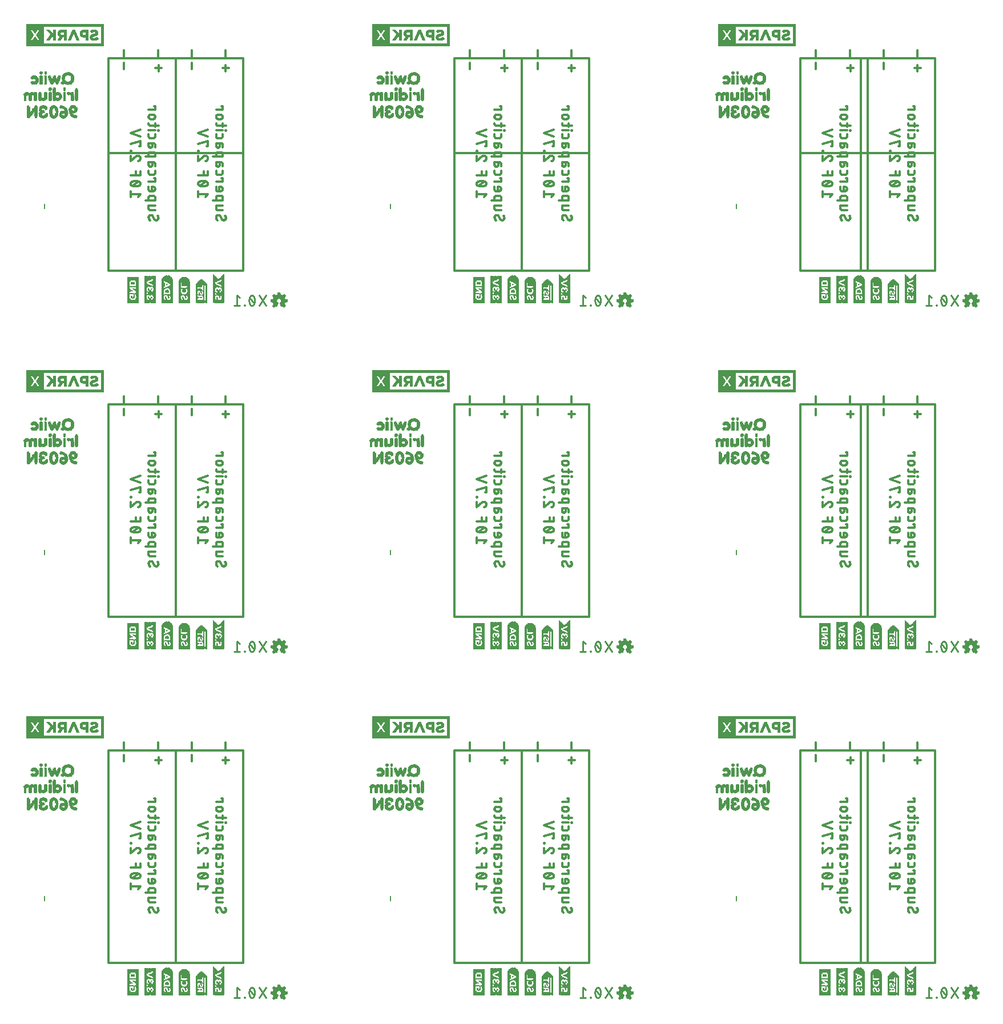
<source format=gbo>
G75*
%MOIN*%
%OFA0B0*%
%FSLAX25Y25*%
%IPPOS*%
%LPD*%
%AMOC8*
5,1,8,0,0,1.08239X$1,22.5*
%
%ADD10C,0.01300*%
%ADD11C,0.01200*%
%ADD12C,0.01100*%
%ADD13C,0.00299*%
%ADD14R,0.00157X0.15276*%
%ADD15R,0.00157X0.03307*%
%ADD16R,0.00157X0.11024*%
%ADD17R,0.00157X0.02992*%
%ADD18R,0.00157X0.01260*%
%ADD19R,0.00157X0.01890*%
%ADD20R,0.00157X0.00630*%
%ADD21R,0.00157X0.02677*%
%ADD22R,0.00157X0.00787*%
%ADD23R,0.00157X0.01575*%
%ADD24R,0.00157X0.00472*%
%ADD25R,0.00157X0.02520*%
%ADD26R,0.00157X0.01417*%
%ADD27R,0.00157X0.02205*%
%ADD28R,0.00157X0.02362*%
%ADD29R,0.00157X0.02047*%
%ADD30R,0.00157X0.01102*%
%ADD31R,0.00157X0.00945*%
%ADD32R,0.00157X0.02835*%
%ADD33R,0.00157X0.01732*%
%ADD34R,0.00157X0.00157*%
%ADD35R,0.00157X0.00315*%
%ADD36R,0.00157X0.03150*%
%ADD37R,0.00157X0.15906*%
%ADD38R,0.00157X0.03937*%
%ADD39R,0.00157X0.07402*%
%ADD40R,0.00157X0.03622*%
%ADD41R,0.00157X0.03465*%
%ADD42R,0.00157X0.13858*%
%ADD43R,0.00157X0.14331*%
%ADD44R,0.00157X0.14646*%
%ADD45R,0.00157X0.14961*%
%ADD46R,0.00157X0.15118*%
%ADD47R,0.00157X0.15433*%
%ADD48R,0.00157X0.11969*%
%ADD49R,0.00157X0.04567*%
%ADD50R,0.00157X0.04409*%
%ADD51R,0.00157X0.04252*%
%ADD52R,0.00157X0.04094*%
%ADD53R,0.00157X0.03780*%
%ADD54R,0.00157X0.12913*%
%ADD55R,0.00157X0.13386*%
%ADD56R,0.00157X0.13701*%
%ADD57R,0.00157X0.14016*%
%ADD58R,0.00157X0.14173*%
%ADD59R,0.00157X0.14488*%
%ADD60R,0.00157X0.07087*%
%ADD61R,0.00157X0.04882*%
%ADD62R,0.00157X0.05039*%
%ADD63R,0.00157X0.05197*%
%ADD64C,0.00800*%
%ADD65R,0.00157X0.11181*%
%ADD66R,0.00157X0.11496*%
%ADD67R,0.00157X0.11654*%
%ADD68R,0.00157X0.12756*%
%ADD69R,0.00157X0.13071*%
%ADD70R,0.00157X0.13228*%
%ADD71R,0.00157X0.11811*%
%ADD72R,0.01102X0.00276*%
%ADD73R,0.01378X0.00276*%
%ADD74R,0.01654X0.00276*%
%ADD75R,0.01929X0.00276*%
%ADD76R,0.03031X0.00315*%
%ADD77R,0.01654X0.00315*%
%ADD78R,0.01929X0.00315*%
%ADD79R,0.04134X0.00276*%
%ADD80R,0.04685X0.00236*%
%ADD81R,0.01654X0.00236*%
%ADD82R,0.01929X0.00236*%
%ADD83R,0.05236X0.00315*%
%ADD84R,0.05787X0.00276*%
%ADD85R,0.00551X0.00276*%
%ADD86R,0.00827X0.00276*%
%ADD87R,0.06339X0.00276*%
%ADD88R,0.02480X0.00236*%
%ADD89R,0.02205X0.00315*%
%ADD90R,0.01102X0.00315*%
%ADD91R,0.01378X0.00315*%
%ADD92R,0.03031X0.00276*%
%ADD93R,0.03583X0.00276*%
%ADD94R,0.02205X0.00276*%
%ADD95R,0.04409X0.00276*%
%ADD96R,0.02480X0.00276*%
%ADD97R,0.06614X0.00315*%
%ADD98R,0.00551X0.00315*%
%ADD99R,0.06063X0.00276*%
%ADD100R,0.02756X0.00276*%
%ADD101R,0.07165X0.00276*%
%ADD102R,0.06890X0.00236*%
%ADD103R,0.02205X0.00236*%
%ADD104R,0.04134X0.00236*%
%ADD105R,0.06614X0.00276*%
%ADD106R,0.03858X0.00276*%
%ADD107R,0.03031X0.00236*%
%ADD108R,0.01102X0.00236*%
%ADD109R,0.00827X0.00236*%
%ADD110R,0.01378X0.00236*%
%ADD111R,0.04685X0.00276*%
%ADD112R,0.07441X0.00276*%
%ADD113R,0.04961X0.00276*%
%ADD114R,0.07717X0.00276*%
%ADD115R,0.05236X0.00276*%
%ADD116R,0.04961X0.00236*%
%ADD117R,0.00276X0.00276*%
%ADD118R,0.02756X0.00315*%
%ADD119R,0.03583X0.00236*%
%ADD120R,0.04409X0.00236*%
%ADD121R,0.04409X0.00315*%
%ADD122R,0.03858X0.00315*%
%ADD123R,0.04685X0.00315*%
%ADD124R,0.03307X0.00276*%
%ADD125R,0.03583X0.00315*%
%ADD126R,0.03307X0.00315*%
%ADD127R,0.05512X0.00276*%
%ADD128R,0.02756X0.00236*%
%ADD129C,0.00039*%
%ADD130R,0.00157X0.16850*%
%ADD131R,0.00157X0.16693*%
%ADD132R,0.00157X0.16535*%
%ADD133R,0.00157X0.16378*%
%ADD134R,0.00157X0.16220*%
%ADD135R,0.00157X0.16063*%
%ADD136R,0.00157X0.07244*%
%ADD137R,0.00157X0.05669*%
D10*
X0116892Y0099162D02*
X0116892Y0102328D01*
X0116892Y0100745D02*
X0122592Y0100745D01*
X0121325Y0099162D01*
X0125492Y0097261D02*
X0131192Y0097261D01*
X0131192Y0098844D01*
X0131190Y0098904D01*
X0131185Y0098963D01*
X0131175Y0099022D01*
X0131162Y0099080D01*
X0131146Y0099138D01*
X0131125Y0099194D01*
X0131102Y0099248D01*
X0131074Y0099302D01*
X0131044Y0099353D01*
X0131011Y0099402D01*
X0130974Y0099450D01*
X0130935Y0099494D01*
X0130892Y0099537D01*
X0130848Y0099576D01*
X0130800Y0099613D01*
X0130751Y0099646D01*
X0130700Y0099676D01*
X0130646Y0099704D01*
X0130592Y0099727D01*
X0130536Y0099748D01*
X0130478Y0099764D01*
X0130420Y0099777D01*
X0130361Y0099787D01*
X0130302Y0099792D01*
X0130242Y0099794D01*
X0128342Y0099794D01*
X0128282Y0099792D01*
X0128223Y0099787D01*
X0128164Y0099777D01*
X0128106Y0099764D01*
X0128048Y0099748D01*
X0127992Y0099727D01*
X0127938Y0099704D01*
X0127884Y0099676D01*
X0127833Y0099646D01*
X0127784Y0099613D01*
X0127736Y0099576D01*
X0127692Y0099537D01*
X0127649Y0099494D01*
X0127610Y0099450D01*
X0127573Y0099402D01*
X0127540Y0099353D01*
X0127510Y0099302D01*
X0127482Y0099248D01*
X0127459Y0099194D01*
X0127438Y0099138D01*
X0127422Y0099080D01*
X0127409Y0099022D01*
X0127399Y0098963D01*
X0127394Y0098904D01*
X0127392Y0098844D01*
X0127392Y0097261D01*
X0127392Y0094001D02*
X0131192Y0094001D01*
X0131192Y0091467D02*
X0128342Y0091467D01*
X0128282Y0091469D01*
X0128223Y0091474D01*
X0128164Y0091484D01*
X0128106Y0091497D01*
X0128048Y0091513D01*
X0127992Y0091534D01*
X0127938Y0091557D01*
X0127884Y0091585D01*
X0127833Y0091615D01*
X0127784Y0091648D01*
X0127736Y0091685D01*
X0127692Y0091724D01*
X0127649Y0091767D01*
X0127610Y0091811D01*
X0127573Y0091859D01*
X0127540Y0091908D01*
X0127510Y0091959D01*
X0127482Y0092013D01*
X0127459Y0092067D01*
X0127438Y0092123D01*
X0127422Y0092181D01*
X0127409Y0092239D01*
X0127399Y0092298D01*
X0127394Y0092357D01*
X0127392Y0092417D01*
X0127392Y0094001D01*
X0129767Y0087940D02*
X0130717Y0086199D01*
X0133092Y0086832D02*
X0133090Y0086928D01*
X0133084Y0087023D01*
X0133075Y0087118D01*
X0133061Y0087212D01*
X0133044Y0087306D01*
X0133023Y0087400D01*
X0132998Y0087492D01*
X0132970Y0087583D01*
X0132938Y0087673D01*
X0132902Y0087762D01*
X0132863Y0087849D01*
X0132821Y0087934D01*
X0132775Y0088018D01*
X0132725Y0088100D01*
X0132673Y0088179D01*
X0132617Y0088257D01*
X0130717Y0086199D02*
X0130754Y0086140D01*
X0130795Y0086082D01*
X0130838Y0086027D01*
X0130885Y0085974D01*
X0130934Y0085924D01*
X0130986Y0085877D01*
X0131041Y0085833D01*
X0131098Y0085791D01*
X0131157Y0085753D01*
X0131218Y0085718D01*
X0131281Y0085687D01*
X0131345Y0085659D01*
X0131411Y0085635D01*
X0131478Y0085614D01*
X0131546Y0085597D01*
X0131615Y0085583D01*
X0131685Y0085574D01*
X0131755Y0085568D01*
X0131825Y0085566D01*
X0131825Y0085565D02*
X0131894Y0085567D01*
X0131962Y0085572D01*
X0132030Y0085582D01*
X0132097Y0085595D01*
X0132164Y0085611D01*
X0132230Y0085631D01*
X0132294Y0085655D01*
X0132357Y0085682D01*
X0132418Y0085713D01*
X0132478Y0085746D01*
X0132536Y0085783D01*
X0132592Y0085823D01*
X0132645Y0085866D01*
X0132696Y0085912D01*
X0132745Y0085961D01*
X0132791Y0086012D01*
X0132834Y0086065D01*
X0132874Y0086121D01*
X0132911Y0086179D01*
X0132944Y0086239D01*
X0132975Y0086300D01*
X0133002Y0086363D01*
X0133026Y0086427D01*
X0133046Y0086493D01*
X0133062Y0086560D01*
X0133075Y0086627D01*
X0133085Y0086695D01*
X0133090Y0086763D01*
X0133092Y0086832D01*
X0128184Y0085407D02*
X0128114Y0085479D01*
X0128046Y0085554D01*
X0127982Y0085631D01*
X0127920Y0085711D01*
X0127862Y0085793D01*
X0127806Y0085877D01*
X0127754Y0085963D01*
X0127705Y0086050D01*
X0127660Y0086140D01*
X0127618Y0086232D01*
X0127579Y0086324D01*
X0127544Y0086419D01*
X0127512Y0086514D01*
X0127484Y0086611D01*
X0127460Y0086708D01*
X0127439Y0086807D01*
X0127422Y0086906D01*
X0127409Y0087006D01*
X0127400Y0087106D01*
X0127394Y0087206D01*
X0127392Y0087307D01*
X0127391Y0087307D02*
X0127393Y0087376D01*
X0127398Y0087444D01*
X0127408Y0087512D01*
X0127421Y0087579D01*
X0127437Y0087646D01*
X0127457Y0087712D01*
X0127481Y0087776D01*
X0127508Y0087839D01*
X0127539Y0087900D01*
X0127572Y0087960D01*
X0127609Y0088018D01*
X0127649Y0088074D01*
X0127692Y0088127D01*
X0127738Y0088178D01*
X0127787Y0088227D01*
X0127838Y0088273D01*
X0127891Y0088316D01*
X0127947Y0088356D01*
X0128005Y0088393D01*
X0128065Y0088426D01*
X0128126Y0088457D01*
X0128189Y0088484D01*
X0128253Y0088508D01*
X0128319Y0088528D01*
X0128386Y0088544D01*
X0128453Y0088557D01*
X0128521Y0088567D01*
X0128589Y0088572D01*
X0128658Y0088574D01*
X0128658Y0088573D02*
X0128728Y0088571D01*
X0128798Y0088565D01*
X0128868Y0088556D01*
X0128937Y0088542D01*
X0129005Y0088525D01*
X0129072Y0088504D01*
X0129138Y0088480D01*
X0129202Y0088452D01*
X0129265Y0088421D01*
X0129326Y0088386D01*
X0129385Y0088348D01*
X0129442Y0088306D01*
X0129497Y0088262D01*
X0129549Y0088215D01*
X0129598Y0088165D01*
X0129645Y0088112D01*
X0129688Y0088057D01*
X0129729Y0087999D01*
X0129766Y0087940D01*
X0129925Y0102545D02*
X0128342Y0102545D01*
X0128282Y0102547D01*
X0128223Y0102552D01*
X0128164Y0102562D01*
X0128106Y0102575D01*
X0128048Y0102591D01*
X0127992Y0102612D01*
X0127938Y0102635D01*
X0127884Y0102663D01*
X0127833Y0102693D01*
X0127784Y0102726D01*
X0127736Y0102763D01*
X0127692Y0102802D01*
X0127649Y0102845D01*
X0127610Y0102889D01*
X0127573Y0102937D01*
X0127540Y0102986D01*
X0127510Y0103037D01*
X0127482Y0103091D01*
X0127459Y0103145D01*
X0127438Y0103201D01*
X0127422Y0103259D01*
X0127409Y0103317D01*
X0127399Y0103376D01*
X0127394Y0103435D01*
X0127392Y0103495D01*
X0127392Y0105078D01*
X0129292Y0105078D02*
X0129292Y0102545D01*
X0129925Y0102544D02*
X0129995Y0102546D01*
X0130064Y0102552D01*
X0130134Y0102561D01*
X0130202Y0102575D01*
X0130270Y0102592D01*
X0130336Y0102613D01*
X0130402Y0102637D01*
X0130466Y0102665D01*
X0130528Y0102697D01*
X0130588Y0102732D01*
X0130647Y0102770D01*
X0130703Y0102811D01*
X0130757Y0102856D01*
X0130808Y0102903D01*
X0130857Y0102953D01*
X0130903Y0103006D01*
X0130946Y0103061D01*
X0130986Y0103118D01*
X0131022Y0103177D01*
X0131055Y0103239D01*
X0131085Y0103302D01*
X0131112Y0103367D01*
X0131134Y0103433D01*
X0131153Y0103500D01*
X0131168Y0103568D01*
X0131180Y0103637D01*
X0131188Y0103706D01*
X0131192Y0103776D01*
X0131192Y0103846D01*
X0131188Y0103916D01*
X0131180Y0103985D01*
X0131168Y0104054D01*
X0131153Y0104122D01*
X0131134Y0104189D01*
X0131112Y0104255D01*
X0131085Y0104320D01*
X0131055Y0104383D01*
X0131022Y0104444D01*
X0130986Y0104504D01*
X0130946Y0104561D01*
X0130903Y0104616D01*
X0130857Y0104669D01*
X0130808Y0104719D01*
X0130757Y0104766D01*
X0130703Y0104811D01*
X0130647Y0104852D01*
X0130588Y0104890D01*
X0130528Y0104925D01*
X0130466Y0104957D01*
X0130402Y0104985D01*
X0130336Y0105009D01*
X0130270Y0105030D01*
X0130202Y0105047D01*
X0130134Y0105061D01*
X0130064Y0105070D01*
X0129995Y0105076D01*
X0129925Y0105078D01*
X0129292Y0105078D01*
X0127392Y0108140D02*
X0131192Y0108140D01*
X0131192Y0110040D01*
X0130558Y0110040D01*
X0130242Y0112198D02*
X0128342Y0112198D01*
X0128282Y0112200D01*
X0128223Y0112205D01*
X0128164Y0112215D01*
X0128106Y0112228D01*
X0128048Y0112244D01*
X0127992Y0112265D01*
X0127938Y0112288D01*
X0127884Y0112316D01*
X0127833Y0112346D01*
X0127784Y0112379D01*
X0127736Y0112416D01*
X0127692Y0112455D01*
X0127649Y0112498D01*
X0127610Y0112542D01*
X0127573Y0112590D01*
X0127540Y0112639D01*
X0127510Y0112690D01*
X0127482Y0112744D01*
X0127459Y0112798D01*
X0127438Y0112854D01*
X0127422Y0112912D01*
X0127409Y0112970D01*
X0127399Y0113029D01*
X0127394Y0113088D01*
X0127392Y0113148D01*
X0127392Y0114414D01*
X0130242Y0112198D02*
X0130302Y0112200D01*
X0130361Y0112205D01*
X0130420Y0112215D01*
X0130478Y0112228D01*
X0130536Y0112244D01*
X0130592Y0112265D01*
X0130646Y0112288D01*
X0130700Y0112316D01*
X0130751Y0112346D01*
X0130800Y0112379D01*
X0130848Y0112416D01*
X0130892Y0112455D01*
X0130935Y0112498D01*
X0130974Y0112542D01*
X0131011Y0112590D01*
X0131044Y0112639D01*
X0131074Y0112690D01*
X0131102Y0112744D01*
X0131125Y0112798D01*
X0131146Y0112854D01*
X0131162Y0112912D01*
X0131175Y0112970D01*
X0131185Y0113029D01*
X0131190Y0113088D01*
X0131192Y0113148D01*
X0131192Y0114414D01*
X0131192Y0117171D02*
X0131192Y0118438D01*
X0131190Y0118498D01*
X0131185Y0118557D01*
X0131175Y0118616D01*
X0131162Y0118674D01*
X0131146Y0118732D01*
X0131125Y0118788D01*
X0131102Y0118842D01*
X0131074Y0118896D01*
X0131044Y0118947D01*
X0131011Y0118996D01*
X0130974Y0119044D01*
X0130935Y0119088D01*
X0130892Y0119131D01*
X0130848Y0119170D01*
X0130800Y0119207D01*
X0130751Y0119240D01*
X0130700Y0119270D01*
X0130646Y0119298D01*
X0130592Y0119321D01*
X0130536Y0119342D01*
X0130478Y0119358D01*
X0130420Y0119371D01*
X0130361Y0119381D01*
X0130302Y0119386D01*
X0130242Y0119388D01*
X0127392Y0119388D01*
X0127392Y0117963D01*
X0127394Y0117897D01*
X0127400Y0117832D01*
X0127409Y0117767D01*
X0127423Y0117703D01*
X0127440Y0117639D01*
X0127461Y0117577D01*
X0127486Y0117516D01*
X0127514Y0117457D01*
X0127546Y0117400D01*
X0127581Y0117344D01*
X0127619Y0117291D01*
X0127661Y0117240D01*
X0127705Y0117191D01*
X0127752Y0117145D01*
X0127802Y0117103D01*
X0127854Y0117063D01*
X0127909Y0117026D01*
X0127965Y0116993D01*
X0128023Y0116963D01*
X0128084Y0116936D01*
X0128145Y0116913D01*
X0128208Y0116894D01*
X0128272Y0116879D01*
X0128336Y0116867D01*
X0128402Y0116859D01*
X0128467Y0116855D01*
X0128533Y0116855D01*
X0128598Y0116859D01*
X0128664Y0116867D01*
X0128728Y0116879D01*
X0128792Y0116894D01*
X0128855Y0116913D01*
X0128916Y0116936D01*
X0128977Y0116963D01*
X0129035Y0116993D01*
X0129091Y0117026D01*
X0129146Y0117063D01*
X0129198Y0117103D01*
X0129248Y0117145D01*
X0129295Y0117191D01*
X0129339Y0117240D01*
X0129381Y0117291D01*
X0129419Y0117344D01*
X0129454Y0117400D01*
X0129486Y0117457D01*
X0129514Y0117516D01*
X0129539Y0117577D01*
X0129560Y0117639D01*
X0129577Y0117703D01*
X0129591Y0117767D01*
X0129600Y0117832D01*
X0129606Y0117897D01*
X0129608Y0117963D01*
X0129608Y0119388D01*
X0131192Y0122697D02*
X0131192Y0124281D01*
X0131190Y0124341D01*
X0131185Y0124400D01*
X0131175Y0124459D01*
X0131162Y0124517D01*
X0131146Y0124575D01*
X0131125Y0124631D01*
X0131102Y0124685D01*
X0131074Y0124739D01*
X0131044Y0124790D01*
X0131011Y0124839D01*
X0130974Y0124887D01*
X0130935Y0124931D01*
X0130892Y0124974D01*
X0130848Y0125013D01*
X0130800Y0125050D01*
X0130751Y0125083D01*
X0130700Y0125113D01*
X0130646Y0125141D01*
X0130592Y0125164D01*
X0130536Y0125185D01*
X0130478Y0125201D01*
X0130420Y0125214D01*
X0130361Y0125224D01*
X0130302Y0125229D01*
X0130242Y0125231D01*
X0128342Y0125231D01*
X0128282Y0125229D01*
X0128223Y0125224D01*
X0128164Y0125214D01*
X0128106Y0125201D01*
X0128048Y0125185D01*
X0127992Y0125164D01*
X0127938Y0125141D01*
X0127884Y0125113D01*
X0127833Y0125083D01*
X0127784Y0125050D01*
X0127736Y0125013D01*
X0127692Y0124974D01*
X0127649Y0124931D01*
X0127610Y0124887D01*
X0127573Y0124839D01*
X0127540Y0124790D01*
X0127510Y0124739D01*
X0127482Y0124685D01*
X0127459Y0124631D01*
X0127438Y0124575D01*
X0127422Y0124517D01*
X0127409Y0124459D01*
X0127399Y0124400D01*
X0127394Y0124341D01*
X0127392Y0124281D01*
X0127392Y0122697D01*
X0125492Y0122697D02*
X0131192Y0122697D01*
X0131192Y0128249D02*
X0131192Y0129515D01*
X0131190Y0129575D01*
X0131185Y0129634D01*
X0131175Y0129693D01*
X0131162Y0129751D01*
X0131146Y0129809D01*
X0131125Y0129865D01*
X0131102Y0129919D01*
X0131074Y0129973D01*
X0131044Y0130024D01*
X0131011Y0130073D01*
X0130974Y0130121D01*
X0130935Y0130165D01*
X0130892Y0130208D01*
X0130848Y0130247D01*
X0130800Y0130284D01*
X0130751Y0130317D01*
X0130700Y0130347D01*
X0130646Y0130375D01*
X0130592Y0130398D01*
X0130536Y0130419D01*
X0130478Y0130435D01*
X0130420Y0130448D01*
X0130361Y0130458D01*
X0130302Y0130463D01*
X0130242Y0130465D01*
X0127392Y0130465D01*
X0127392Y0129040D01*
X0127394Y0128974D01*
X0127400Y0128909D01*
X0127409Y0128844D01*
X0127423Y0128780D01*
X0127440Y0128716D01*
X0127461Y0128654D01*
X0127486Y0128593D01*
X0127514Y0128534D01*
X0127546Y0128477D01*
X0127581Y0128421D01*
X0127619Y0128368D01*
X0127661Y0128317D01*
X0127705Y0128268D01*
X0127752Y0128222D01*
X0127802Y0128180D01*
X0127854Y0128140D01*
X0127909Y0128103D01*
X0127965Y0128070D01*
X0128023Y0128040D01*
X0128084Y0128013D01*
X0128145Y0127990D01*
X0128208Y0127971D01*
X0128272Y0127956D01*
X0128336Y0127944D01*
X0128402Y0127936D01*
X0128467Y0127932D01*
X0128533Y0127932D01*
X0128598Y0127936D01*
X0128664Y0127944D01*
X0128728Y0127956D01*
X0128792Y0127971D01*
X0128855Y0127990D01*
X0128916Y0128013D01*
X0128977Y0128040D01*
X0129035Y0128070D01*
X0129091Y0128103D01*
X0129146Y0128140D01*
X0129198Y0128180D01*
X0129248Y0128222D01*
X0129295Y0128268D01*
X0129339Y0128317D01*
X0129381Y0128368D01*
X0129419Y0128421D01*
X0129454Y0128477D01*
X0129486Y0128534D01*
X0129514Y0128593D01*
X0129539Y0128654D01*
X0129560Y0128716D01*
X0129577Y0128780D01*
X0129591Y0128844D01*
X0129600Y0128909D01*
X0129606Y0128974D01*
X0129608Y0129040D01*
X0129608Y0130465D01*
X0130242Y0133532D02*
X0128342Y0133532D01*
X0128282Y0133534D01*
X0128223Y0133539D01*
X0128164Y0133549D01*
X0128106Y0133562D01*
X0128048Y0133578D01*
X0127992Y0133599D01*
X0127938Y0133622D01*
X0127884Y0133650D01*
X0127833Y0133680D01*
X0127784Y0133713D01*
X0127736Y0133750D01*
X0127692Y0133789D01*
X0127649Y0133832D01*
X0127610Y0133876D01*
X0127573Y0133924D01*
X0127540Y0133973D01*
X0127510Y0134024D01*
X0127482Y0134078D01*
X0127459Y0134132D01*
X0127438Y0134188D01*
X0127422Y0134246D01*
X0127409Y0134304D01*
X0127399Y0134363D01*
X0127394Y0134422D01*
X0127392Y0134482D01*
X0127392Y0135748D01*
X0127392Y0138069D02*
X0131192Y0138069D01*
X0132775Y0138227D02*
X0132775Y0137910D01*
X0133092Y0137910D01*
X0133092Y0138227D01*
X0132775Y0138227D01*
X0131192Y0140117D02*
X0131192Y0142017D01*
X0133092Y0140751D02*
X0128342Y0140751D01*
X0128282Y0140753D01*
X0128223Y0140758D01*
X0128164Y0140768D01*
X0128106Y0140781D01*
X0128048Y0140797D01*
X0127992Y0140818D01*
X0127938Y0140841D01*
X0127884Y0140869D01*
X0127833Y0140899D01*
X0127784Y0140932D01*
X0127736Y0140969D01*
X0127692Y0141008D01*
X0127649Y0141051D01*
X0127610Y0141095D01*
X0127573Y0141143D01*
X0127540Y0141192D01*
X0127510Y0141243D01*
X0127482Y0141297D01*
X0127459Y0141351D01*
X0127438Y0141407D01*
X0127422Y0141465D01*
X0127409Y0141523D01*
X0127399Y0141582D01*
X0127394Y0141641D01*
X0127392Y0141701D01*
X0127392Y0142017D01*
X0128658Y0144597D02*
X0129925Y0144597D01*
X0129995Y0144599D01*
X0130064Y0144605D01*
X0130134Y0144614D01*
X0130202Y0144628D01*
X0130270Y0144645D01*
X0130336Y0144666D01*
X0130402Y0144690D01*
X0130466Y0144718D01*
X0130528Y0144750D01*
X0130588Y0144785D01*
X0130647Y0144823D01*
X0130703Y0144864D01*
X0130757Y0144909D01*
X0130808Y0144956D01*
X0130857Y0145006D01*
X0130903Y0145059D01*
X0130946Y0145114D01*
X0130986Y0145171D01*
X0131022Y0145231D01*
X0131055Y0145292D01*
X0131085Y0145355D01*
X0131112Y0145420D01*
X0131134Y0145486D01*
X0131153Y0145553D01*
X0131168Y0145621D01*
X0131180Y0145690D01*
X0131188Y0145759D01*
X0131192Y0145829D01*
X0131192Y0145899D01*
X0131188Y0145969D01*
X0131180Y0146038D01*
X0131168Y0146107D01*
X0131153Y0146175D01*
X0131134Y0146242D01*
X0131112Y0146308D01*
X0131085Y0146373D01*
X0131055Y0146436D01*
X0131022Y0146497D01*
X0130986Y0146557D01*
X0130946Y0146614D01*
X0130903Y0146669D01*
X0130857Y0146722D01*
X0130808Y0146772D01*
X0130757Y0146819D01*
X0130703Y0146864D01*
X0130647Y0146905D01*
X0130588Y0146943D01*
X0130528Y0146978D01*
X0130466Y0147010D01*
X0130402Y0147038D01*
X0130336Y0147062D01*
X0130270Y0147083D01*
X0130202Y0147100D01*
X0130134Y0147114D01*
X0130064Y0147123D01*
X0129995Y0147129D01*
X0129925Y0147131D01*
X0129925Y0147130D02*
X0128658Y0147130D01*
X0128658Y0147131D02*
X0128588Y0147129D01*
X0128519Y0147123D01*
X0128449Y0147114D01*
X0128381Y0147100D01*
X0128313Y0147083D01*
X0128247Y0147062D01*
X0128181Y0147038D01*
X0128117Y0147010D01*
X0128055Y0146978D01*
X0127995Y0146943D01*
X0127936Y0146905D01*
X0127880Y0146864D01*
X0127826Y0146819D01*
X0127775Y0146772D01*
X0127726Y0146722D01*
X0127680Y0146669D01*
X0127637Y0146614D01*
X0127597Y0146557D01*
X0127561Y0146498D01*
X0127528Y0146436D01*
X0127498Y0146373D01*
X0127471Y0146308D01*
X0127449Y0146242D01*
X0127430Y0146175D01*
X0127415Y0146107D01*
X0127403Y0146038D01*
X0127395Y0145969D01*
X0127391Y0145899D01*
X0127391Y0145829D01*
X0127395Y0145759D01*
X0127403Y0145690D01*
X0127415Y0145621D01*
X0127430Y0145553D01*
X0127449Y0145486D01*
X0127471Y0145420D01*
X0127498Y0145355D01*
X0127528Y0145292D01*
X0127561Y0145231D01*
X0127597Y0145171D01*
X0127637Y0145114D01*
X0127680Y0145059D01*
X0127726Y0145006D01*
X0127775Y0144956D01*
X0127826Y0144909D01*
X0127880Y0144864D01*
X0127936Y0144823D01*
X0127995Y0144785D01*
X0128055Y0144750D01*
X0128117Y0144718D01*
X0128181Y0144690D01*
X0128247Y0144666D01*
X0128313Y0144645D01*
X0128381Y0144628D01*
X0128449Y0144614D01*
X0128519Y0144605D01*
X0128588Y0144599D01*
X0128658Y0144597D01*
X0127392Y0150193D02*
X0131192Y0150193D01*
X0131192Y0152093D01*
X0130558Y0152093D01*
X0122592Y0138338D02*
X0116892Y0136438D01*
X0122592Y0134538D01*
X0122592Y0131868D02*
X0116892Y0130284D01*
X0116892Y0126135D02*
X0116892Y0125818D01*
X0117208Y0125818D01*
X0117208Y0126135D01*
X0116892Y0126135D01*
X0116892Y0123252D02*
X0116892Y0120085D01*
X0120058Y0122777D01*
X0122592Y0121827D02*
X0122590Y0121745D01*
X0122585Y0121663D01*
X0122575Y0121581D01*
X0122563Y0121500D01*
X0122546Y0121419D01*
X0122526Y0121340D01*
X0122502Y0121261D01*
X0122475Y0121183D01*
X0122444Y0121107D01*
X0122410Y0121032D01*
X0122373Y0120959D01*
X0122332Y0120887D01*
X0122289Y0120818D01*
X0122242Y0120750D01*
X0122192Y0120685D01*
X0122139Y0120622D01*
X0122084Y0120561D01*
X0122026Y0120503D01*
X0121965Y0120447D01*
X0121902Y0120395D01*
X0121836Y0120345D01*
X0121769Y0120298D01*
X0121699Y0120254D01*
X0121627Y0120214D01*
X0121554Y0120177D01*
X0121479Y0120143D01*
X0121403Y0120112D01*
X0121325Y0120085D01*
X0120058Y0122777D02*
X0120113Y0122832D01*
X0120171Y0122883D01*
X0120231Y0122932D01*
X0120293Y0122978D01*
X0120358Y0123021D01*
X0120425Y0123060D01*
X0120493Y0123096D01*
X0120564Y0123128D01*
X0120636Y0123157D01*
X0120709Y0123182D01*
X0120784Y0123203D01*
X0120859Y0123221D01*
X0120935Y0123234D01*
X0121012Y0123244D01*
X0121090Y0123250D01*
X0121167Y0123252D01*
X0121242Y0123250D01*
X0121316Y0123244D01*
X0121390Y0123234D01*
X0121463Y0123221D01*
X0121536Y0123203D01*
X0121607Y0123182D01*
X0121678Y0123157D01*
X0121747Y0123129D01*
X0121814Y0123097D01*
X0121880Y0123061D01*
X0121943Y0123022D01*
X0122005Y0122980D01*
X0122064Y0122934D01*
X0122121Y0122886D01*
X0122175Y0122835D01*
X0122226Y0122781D01*
X0122274Y0122724D01*
X0122320Y0122665D01*
X0122362Y0122603D01*
X0122401Y0122540D01*
X0122437Y0122474D01*
X0122469Y0122407D01*
X0122497Y0122338D01*
X0122522Y0122267D01*
X0122543Y0122196D01*
X0122561Y0122123D01*
X0122574Y0122050D01*
X0122584Y0121976D01*
X0122590Y0121902D01*
X0122592Y0121827D01*
X0122592Y0128701D02*
X0122592Y0131868D01*
X0122592Y0128701D02*
X0121958Y0128701D01*
X0130242Y0133532D02*
X0130302Y0133534D01*
X0130361Y0133539D01*
X0130420Y0133549D01*
X0130478Y0133562D01*
X0130536Y0133578D01*
X0130592Y0133599D01*
X0130646Y0133622D01*
X0130700Y0133650D01*
X0130751Y0133680D01*
X0130800Y0133713D01*
X0130848Y0133750D01*
X0130892Y0133789D01*
X0130935Y0133832D01*
X0130974Y0133876D01*
X0131011Y0133924D01*
X0131044Y0133973D01*
X0131074Y0134024D01*
X0131102Y0134078D01*
X0131125Y0134132D01*
X0131146Y0134188D01*
X0131162Y0134246D01*
X0131175Y0134304D01*
X0131185Y0134363D01*
X0131190Y0134422D01*
X0131192Y0134482D01*
X0131192Y0135748D01*
X0122592Y0114228D02*
X0122592Y0111695D01*
X0116892Y0111695D01*
X0120058Y0111695D02*
X0120058Y0114228D01*
X0117684Y0105791D02*
X0117804Y0105734D01*
X0117926Y0105681D01*
X0118050Y0105631D01*
X0118175Y0105585D01*
X0118301Y0105543D01*
X0118428Y0105503D01*
X0118557Y0105468D01*
X0118686Y0105436D01*
X0118816Y0105408D01*
X0118947Y0105384D01*
X0119078Y0105363D01*
X0119211Y0105346D01*
X0119343Y0105333D01*
X0119476Y0105324D01*
X0119609Y0105318D01*
X0119742Y0105316D01*
X0119742Y0108482D02*
X0119875Y0108480D01*
X0120008Y0108474D01*
X0120141Y0108465D01*
X0120273Y0108452D01*
X0120406Y0108435D01*
X0120537Y0108414D01*
X0120668Y0108390D01*
X0120798Y0108362D01*
X0120927Y0108330D01*
X0121056Y0108295D01*
X0121183Y0108255D01*
X0121309Y0108213D01*
X0121434Y0108167D01*
X0121558Y0108117D01*
X0121680Y0108064D01*
X0121800Y0108007D01*
X0121325Y0108166D02*
X0118158Y0105632D01*
X0116891Y0106899D02*
X0116893Y0106965D01*
X0116898Y0107031D01*
X0116908Y0107096D01*
X0116921Y0107161D01*
X0116937Y0107225D01*
X0116957Y0107288D01*
X0116981Y0107350D01*
X0117008Y0107410D01*
X0117039Y0107469D01*
X0117072Y0107525D01*
X0117109Y0107580D01*
X0117149Y0107633D01*
X0117192Y0107683D01*
X0117238Y0107731D01*
X0117286Y0107776D01*
X0117336Y0107819D01*
X0117389Y0107858D01*
X0117445Y0107895D01*
X0117502Y0107928D01*
X0117561Y0107958D01*
X0117621Y0107984D01*
X0117683Y0108008D01*
X0116891Y0106899D02*
X0116893Y0106833D01*
X0116898Y0106767D01*
X0116908Y0106702D01*
X0116921Y0106637D01*
X0116937Y0106573D01*
X0116957Y0106510D01*
X0116981Y0106448D01*
X0117008Y0106388D01*
X0117039Y0106329D01*
X0117072Y0106273D01*
X0117109Y0106218D01*
X0117149Y0106165D01*
X0117192Y0106115D01*
X0117238Y0106067D01*
X0117286Y0106022D01*
X0117336Y0105979D01*
X0117389Y0105940D01*
X0117445Y0105903D01*
X0117502Y0105870D01*
X0117561Y0105840D01*
X0117621Y0105814D01*
X0117683Y0105790D01*
X0117684Y0108007D02*
X0117804Y0108064D01*
X0117926Y0108117D01*
X0118050Y0108167D01*
X0118175Y0108213D01*
X0118301Y0108255D01*
X0118428Y0108295D01*
X0118557Y0108330D01*
X0118686Y0108362D01*
X0118816Y0108390D01*
X0118947Y0108414D01*
X0119078Y0108435D01*
X0119211Y0108452D01*
X0119343Y0108465D01*
X0119476Y0108474D01*
X0119609Y0108480D01*
X0119742Y0108482D01*
X0119742Y0105316D02*
X0119875Y0105318D01*
X0120008Y0105324D01*
X0120141Y0105333D01*
X0120273Y0105346D01*
X0120406Y0105363D01*
X0120537Y0105384D01*
X0120668Y0105408D01*
X0120798Y0105436D01*
X0120927Y0105468D01*
X0121056Y0105503D01*
X0121183Y0105543D01*
X0121309Y0105585D01*
X0121434Y0105631D01*
X0121558Y0105681D01*
X0121680Y0105734D01*
X0121800Y0105791D01*
X0122592Y0106899D02*
X0122590Y0106965D01*
X0122585Y0107031D01*
X0122575Y0107096D01*
X0122562Y0107161D01*
X0122546Y0107225D01*
X0122526Y0107288D01*
X0122502Y0107350D01*
X0122475Y0107410D01*
X0122444Y0107469D01*
X0122411Y0107525D01*
X0122374Y0107580D01*
X0122334Y0107633D01*
X0122291Y0107683D01*
X0122245Y0107731D01*
X0122197Y0107776D01*
X0122147Y0107819D01*
X0122094Y0107858D01*
X0122038Y0107895D01*
X0121981Y0107928D01*
X0121922Y0107958D01*
X0121862Y0107984D01*
X0121800Y0108008D01*
X0122592Y0106899D02*
X0122590Y0106833D01*
X0122585Y0106767D01*
X0122575Y0106702D01*
X0122562Y0106637D01*
X0122546Y0106573D01*
X0122526Y0106510D01*
X0122502Y0106448D01*
X0122475Y0106388D01*
X0122444Y0106329D01*
X0122411Y0106273D01*
X0122374Y0106218D01*
X0122334Y0106165D01*
X0122291Y0106115D01*
X0122245Y0106067D01*
X0122197Y0106022D01*
X0122147Y0105979D01*
X0122094Y0105940D01*
X0122038Y0105903D01*
X0121981Y0105870D01*
X0121922Y0105840D01*
X0121862Y0105814D01*
X0121800Y0105790D01*
X0156292Y0102328D02*
X0156292Y0099162D01*
X0156292Y0100745D02*
X0161992Y0100745D01*
X0160725Y0099162D01*
X0164892Y0097261D02*
X0170592Y0097261D01*
X0170592Y0098844D01*
X0170590Y0098904D01*
X0170585Y0098963D01*
X0170575Y0099022D01*
X0170562Y0099080D01*
X0170546Y0099138D01*
X0170525Y0099194D01*
X0170502Y0099248D01*
X0170474Y0099302D01*
X0170444Y0099353D01*
X0170411Y0099402D01*
X0170374Y0099450D01*
X0170335Y0099494D01*
X0170292Y0099537D01*
X0170248Y0099576D01*
X0170200Y0099613D01*
X0170151Y0099646D01*
X0170100Y0099676D01*
X0170046Y0099704D01*
X0169992Y0099727D01*
X0169936Y0099748D01*
X0169878Y0099764D01*
X0169820Y0099777D01*
X0169761Y0099787D01*
X0169702Y0099792D01*
X0169642Y0099794D01*
X0167742Y0099794D01*
X0167682Y0099792D01*
X0167623Y0099787D01*
X0167564Y0099777D01*
X0167506Y0099764D01*
X0167448Y0099748D01*
X0167392Y0099727D01*
X0167338Y0099704D01*
X0167284Y0099676D01*
X0167233Y0099646D01*
X0167184Y0099613D01*
X0167136Y0099576D01*
X0167092Y0099537D01*
X0167049Y0099494D01*
X0167010Y0099450D01*
X0166973Y0099402D01*
X0166940Y0099353D01*
X0166910Y0099302D01*
X0166882Y0099248D01*
X0166859Y0099194D01*
X0166838Y0099138D01*
X0166822Y0099080D01*
X0166809Y0099022D01*
X0166799Y0098963D01*
X0166794Y0098904D01*
X0166792Y0098844D01*
X0166792Y0097261D01*
X0166792Y0094001D02*
X0170592Y0094001D01*
X0170592Y0091467D02*
X0167742Y0091467D01*
X0167682Y0091469D01*
X0167623Y0091474D01*
X0167564Y0091484D01*
X0167506Y0091497D01*
X0167448Y0091513D01*
X0167392Y0091534D01*
X0167338Y0091557D01*
X0167284Y0091585D01*
X0167233Y0091615D01*
X0167184Y0091648D01*
X0167136Y0091685D01*
X0167092Y0091724D01*
X0167049Y0091767D01*
X0167010Y0091811D01*
X0166973Y0091859D01*
X0166940Y0091908D01*
X0166910Y0091959D01*
X0166882Y0092013D01*
X0166859Y0092067D01*
X0166838Y0092123D01*
X0166822Y0092181D01*
X0166809Y0092239D01*
X0166799Y0092298D01*
X0166794Y0092357D01*
X0166792Y0092417D01*
X0166792Y0094001D01*
X0169167Y0087940D02*
X0170117Y0086199D01*
X0172492Y0086832D02*
X0172490Y0086928D01*
X0172484Y0087023D01*
X0172475Y0087118D01*
X0172461Y0087212D01*
X0172444Y0087306D01*
X0172423Y0087400D01*
X0172398Y0087492D01*
X0172370Y0087583D01*
X0172338Y0087673D01*
X0172302Y0087762D01*
X0172263Y0087849D01*
X0172221Y0087934D01*
X0172175Y0088018D01*
X0172125Y0088100D01*
X0172073Y0088179D01*
X0172017Y0088257D01*
X0170117Y0086199D02*
X0170154Y0086140D01*
X0170195Y0086082D01*
X0170238Y0086027D01*
X0170285Y0085974D01*
X0170334Y0085924D01*
X0170386Y0085877D01*
X0170441Y0085833D01*
X0170498Y0085791D01*
X0170557Y0085753D01*
X0170618Y0085718D01*
X0170681Y0085687D01*
X0170745Y0085659D01*
X0170811Y0085635D01*
X0170878Y0085614D01*
X0170946Y0085597D01*
X0171015Y0085583D01*
X0171085Y0085574D01*
X0171155Y0085568D01*
X0171225Y0085566D01*
X0171225Y0085565D02*
X0171294Y0085567D01*
X0171362Y0085572D01*
X0171430Y0085582D01*
X0171497Y0085595D01*
X0171564Y0085611D01*
X0171630Y0085631D01*
X0171694Y0085655D01*
X0171757Y0085682D01*
X0171818Y0085713D01*
X0171878Y0085746D01*
X0171936Y0085783D01*
X0171992Y0085823D01*
X0172045Y0085866D01*
X0172096Y0085912D01*
X0172145Y0085961D01*
X0172191Y0086012D01*
X0172234Y0086065D01*
X0172274Y0086121D01*
X0172311Y0086179D01*
X0172344Y0086239D01*
X0172375Y0086300D01*
X0172402Y0086363D01*
X0172426Y0086427D01*
X0172446Y0086493D01*
X0172462Y0086560D01*
X0172475Y0086627D01*
X0172485Y0086695D01*
X0172490Y0086763D01*
X0172492Y0086832D01*
X0167584Y0085407D02*
X0167514Y0085479D01*
X0167446Y0085554D01*
X0167382Y0085631D01*
X0167320Y0085711D01*
X0167262Y0085793D01*
X0167206Y0085877D01*
X0167154Y0085963D01*
X0167105Y0086050D01*
X0167060Y0086140D01*
X0167018Y0086232D01*
X0166979Y0086324D01*
X0166944Y0086419D01*
X0166912Y0086514D01*
X0166884Y0086611D01*
X0166860Y0086708D01*
X0166839Y0086807D01*
X0166822Y0086906D01*
X0166809Y0087006D01*
X0166800Y0087106D01*
X0166794Y0087206D01*
X0166792Y0087307D01*
X0166791Y0087307D02*
X0166793Y0087376D01*
X0166798Y0087444D01*
X0166808Y0087512D01*
X0166821Y0087579D01*
X0166837Y0087646D01*
X0166857Y0087712D01*
X0166881Y0087776D01*
X0166908Y0087839D01*
X0166939Y0087900D01*
X0166972Y0087960D01*
X0167009Y0088018D01*
X0167049Y0088074D01*
X0167092Y0088127D01*
X0167138Y0088178D01*
X0167187Y0088227D01*
X0167238Y0088273D01*
X0167291Y0088316D01*
X0167347Y0088356D01*
X0167405Y0088393D01*
X0167465Y0088426D01*
X0167526Y0088457D01*
X0167589Y0088484D01*
X0167653Y0088508D01*
X0167719Y0088528D01*
X0167786Y0088544D01*
X0167853Y0088557D01*
X0167921Y0088567D01*
X0167989Y0088572D01*
X0168058Y0088574D01*
X0168058Y0088573D02*
X0168128Y0088571D01*
X0168198Y0088565D01*
X0168268Y0088556D01*
X0168337Y0088542D01*
X0168405Y0088525D01*
X0168472Y0088504D01*
X0168538Y0088480D01*
X0168602Y0088452D01*
X0168665Y0088421D01*
X0168726Y0088386D01*
X0168785Y0088348D01*
X0168842Y0088306D01*
X0168897Y0088262D01*
X0168949Y0088215D01*
X0168998Y0088165D01*
X0169045Y0088112D01*
X0169088Y0088057D01*
X0169129Y0087999D01*
X0169166Y0087940D01*
X0169325Y0102545D02*
X0167742Y0102545D01*
X0167682Y0102547D01*
X0167623Y0102552D01*
X0167564Y0102562D01*
X0167506Y0102575D01*
X0167448Y0102591D01*
X0167392Y0102612D01*
X0167338Y0102635D01*
X0167284Y0102663D01*
X0167233Y0102693D01*
X0167184Y0102726D01*
X0167136Y0102763D01*
X0167092Y0102802D01*
X0167049Y0102845D01*
X0167010Y0102889D01*
X0166973Y0102937D01*
X0166940Y0102986D01*
X0166910Y0103037D01*
X0166882Y0103091D01*
X0166859Y0103145D01*
X0166838Y0103201D01*
X0166822Y0103259D01*
X0166809Y0103317D01*
X0166799Y0103376D01*
X0166794Y0103435D01*
X0166792Y0103495D01*
X0166792Y0105078D01*
X0168692Y0105078D02*
X0168692Y0102545D01*
X0169325Y0102544D02*
X0169395Y0102546D01*
X0169464Y0102552D01*
X0169534Y0102561D01*
X0169602Y0102575D01*
X0169670Y0102592D01*
X0169736Y0102613D01*
X0169802Y0102637D01*
X0169866Y0102665D01*
X0169928Y0102697D01*
X0169988Y0102732D01*
X0170047Y0102770D01*
X0170103Y0102811D01*
X0170157Y0102856D01*
X0170208Y0102903D01*
X0170257Y0102953D01*
X0170303Y0103006D01*
X0170346Y0103061D01*
X0170386Y0103118D01*
X0170422Y0103177D01*
X0170455Y0103239D01*
X0170485Y0103302D01*
X0170512Y0103367D01*
X0170534Y0103433D01*
X0170553Y0103500D01*
X0170568Y0103568D01*
X0170580Y0103637D01*
X0170588Y0103706D01*
X0170592Y0103776D01*
X0170592Y0103846D01*
X0170588Y0103916D01*
X0170580Y0103985D01*
X0170568Y0104054D01*
X0170553Y0104122D01*
X0170534Y0104189D01*
X0170512Y0104255D01*
X0170485Y0104320D01*
X0170455Y0104383D01*
X0170422Y0104444D01*
X0170386Y0104504D01*
X0170346Y0104561D01*
X0170303Y0104616D01*
X0170257Y0104669D01*
X0170208Y0104719D01*
X0170157Y0104766D01*
X0170103Y0104811D01*
X0170047Y0104852D01*
X0169988Y0104890D01*
X0169928Y0104925D01*
X0169866Y0104957D01*
X0169802Y0104985D01*
X0169736Y0105009D01*
X0169670Y0105030D01*
X0169602Y0105047D01*
X0169534Y0105061D01*
X0169464Y0105070D01*
X0169395Y0105076D01*
X0169325Y0105078D01*
X0168692Y0105078D01*
X0170592Y0108140D02*
X0170592Y0110040D01*
X0169958Y0110040D01*
X0170592Y0108140D02*
X0166792Y0108140D01*
X0167742Y0112198D02*
X0169642Y0112198D01*
X0169702Y0112200D01*
X0169761Y0112205D01*
X0169820Y0112215D01*
X0169878Y0112228D01*
X0169936Y0112244D01*
X0169992Y0112265D01*
X0170046Y0112288D01*
X0170100Y0112316D01*
X0170151Y0112346D01*
X0170200Y0112379D01*
X0170248Y0112416D01*
X0170292Y0112455D01*
X0170335Y0112498D01*
X0170374Y0112542D01*
X0170411Y0112590D01*
X0170444Y0112639D01*
X0170474Y0112690D01*
X0170502Y0112744D01*
X0170525Y0112798D01*
X0170546Y0112854D01*
X0170562Y0112912D01*
X0170575Y0112970D01*
X0170585Y0113029D01*
X0170590Y0113088D01*
X0170592Y0113148D01*
X0170592Y0114414D01*
X0170592Y0117171D02*
X0170592Y0118438D01*
X0170590Y0118498D01*
X0170585Y0118557D01*
X0170575Y0118616D01*
X0170562Y0118674D01*
X0170546Y0118732D01*
X0170525Y0118788D01*
X0170502Y0118842D01*
X0170474Y0118896D01*
X0170444Y0118947D01*
X0170411Y0118996D01*
X0170374Y0119044D01*
X0170335Y0119088D01*
X0170292Y0119131D01*
X0170248Y0119170D01*
X0170200Y0119207D01*
X0170151Y0119240D01*
X0170100Y0119270D01*
X0170046Y0119298D01*
X0169992Y0119321D01*
X0169936Y0119342D01*
X0169878Y0119358D01*
X0169820Y0119371D01*
X0169761Y0119381D01*
X0169702Y0119386D01*
X0169642Y0119388D01*
X0166792Y0119388D01*
X0166792Y0117963D01*
X0166794Y0117897D01*
X0166800Y0117832D01*
X0166809Y0117767D01*
X0166823Y0117703D01*
X0166840Y0117639D01*
X0166861Y0117577D01*
X0166886Y0117516D01*
X0166914Y0117457D01*
X0166946Y0117400D01*
X0166981Y0117344D01*
X0167019Y0117291D01*
X0167061Y0117240D01*
X0167105Y0117191D01*
X0167152Y0117145D01*
X0167202Y0117103D01*
X0167254Y0117063D01*
X0167309Y0117026D01*
X0167365Y0116993D01*
X0167423Y0116963D01*
X0167484Y0116936D01*
X0167545Y0116913D01*
X0167608Y0116894D01*
X0167672Y0116879D01*
X0167736Y0116867D01*
X0167802Y0116859D01*
X0167867Y0116855D01*
X0167933Y0116855D01*
X0167998Y0116859D01*
X0168064Y0116867D01*
X0168128Y0116879D01*
X0168192Y0116894D01*
X0168255Y0116913D01*
X0168316Y0116936D01*
X0168377Y0116963D01*
X0168435Y0116993D01*
X0168491Y0117026D01*
X0168546Y0117063D01*
X0168598Y0117103D01*
X0168648Y0117145D01*
X0168695Y0117191D01*
X0168739Y0117240D01*
X0168781Y0117291D01*
X0168819Y0117344D01*
X0168854Y0117400D01*
X0168886Y0117457D01*
X0168914Y0117516D01*
X0168939Y0117577D01*
X0168960Y0117639D01*
X0168977Y0117703D01*
X0168991Y0117767D01*
X0169000Y0117832D01*
X0169006Y0117897D01*
X0169008Y0117963D01*
X0169008Y0119388D01*
X0170592Y0122697D02*
X0170592Y0124281D01*
X0170590Y0124341D01*
X0170585Y0124400D01*
X0170575Y0124459D01*
X0170562Y0124517D01*
X0170546Y0124575D01*
X0170525Y0124631D01*
X0170502Y0124685D01*
X0170474Y0124739D01*
X0170444Y0124790D01*
X0170411Y0124839D01*
X0170374Y0124887D01*
X0170335Y0124931D01*
X0170292Y0124974D01*
X0170248Y0125013D01*
X0170200Y0125050D01*
X0170151Y0125083D01*
X0170100Y0125113D01*
X0170046Y0125141D01*
X0169992Y0125164D01*
X0169936Y0125185D01*
X0169878Y0125201D01*
X0169820Y0125214D01*
X0169761Y0125224D01*
X0169702Y0125229D01*
X0169642Y0125231D01*
X0167742Y0125231D01*
X0167682Y0125229D01*
X0167623Y0125224D01*
X0167564Y0125214D01*
X0167506Y0125201D01*
X0167448Y0125185D01*
X0167392Y0125164D01*
X0167338Y0125141D01*
X0167284Y0125113D01*
X0167233Y0125083D01*
X0167184Y0125050D01*
X0167136Y0125013D01*
X0167092Y0124974D01*
X0167049Y0124931D01*
X0167010Y0124887D01*
X0166973Y0124839D01*
X0166940Y0124790D01*
X0166910Y0124739D01*
X0166882Y0124685D01*
X0166859Y0124631D01*
X0166838Y0124575D01*
X0166822Y0124517D01*
X0166809Y0124459D01*
X0166799Y0124400D01*
X0166794Y0124341D01*
X0166792Y0124281D01*
X0166792Y0122697D01*
X0164892Y0122697D02*
X0170592Y0122697D01*
X0170592Y0128249D02*
X0170592Y0129515D01*
X0170590Y0129575D01*
X0170585Y0129634D01*
X0170575Y0129693D01*
X0170562Y0129751D01*
X0170546Y0129809D01*
X0170525Y0129865D01*
X0170502Y0129919D01*
X0170474Y0129973D01*
X0170444Y0130024D01*
X0170411Y0130073D01*
X0170374Y0130121D01*
X0170335Y0130165D01*
X0170292Y0130208D01*
X0170248Y0130247D01*
X0170200Y0130284D01*
X0170151Y0130317D01*
X0170100Y0130347D01*
X0170046Y0130375D01*
X0169992Y0130398D01*
X0169936Y0130419D01*
X0169878Y0130435D01*
X0169820Y0130448D01*
X0169761Y0130458D01*
X0169702Y0130463D01*
X0169642Y0130465D01*
X0166792Y0130465D01*
X0166792Y0129040D01*
X0166794Y0128974D01*
X0166800Y0128909D01*
X0166809Y0128844D01*
X0166823Y0128780D01*
X0166840Y0128716D01*
X0166861Y0128654D01*
X0166886Y0128593D01*
X0166914Y0128534D01*
X0166946Y0128477D01*
X0166981Y0128421D01*
X0167019Y0128368D01*
X0167061Y0128317D01*
X0167105Y0128268D01*
X0167152Y0128222D01*
X0167202Y0128180D01*
X0167254Y0128140D01*
X0167309Y0128103D01*
X0167365Y0128070D01*
X0167423Y0128040D01*
X0167484Y0128013D01*
X0167545Y0127990D01*
X0167608Y0127971D01*
X0167672Y0127956D01*
X0167736Y0127944D01*
X0167802Y0127936D01*
X0167867Y0127932D01*
X0167933Y0127932D01*
X0167998Y0127936D01*
X0168064Y0127944D01*
X0168128Y0127956D01*
X0168192Y0127971D01*
X0168255Y0127990D01*
X0168316Y0128013D01*
X0168377Y0128040D01*
X0168435Y0128070D01*
X0168491Y0128103D01*
X0168546Y0128140D01*
X0168598Y0128180D01*
X0168648Y0128222D01*
X0168695Y0128268D01*
X0168739Y0128317D01*
X0168781Y0128368D01*
X0168819Y0128421D01*
X0168854Y0128477D01*
X0168886Y0128534D01*
X0168914Y0128593D01*
X0168939Y0128654D01*
X0168960Y0128716D01*
X0168977Y0128780D01*
X0168991Y0128844D01*
X0169000Y0128909D01*
X0169006Y0128974D01*
X0169008Y0129040D01*
X0169008Y0130465D01*
X0169642Y0133532D02*
X0167742Y0133532D01*
X0167682Y0133534D01*
X0167623Y0133539D01*
X0167564Y0133549D01*
X0167506Y0133562D01*
X0167448Y0133578D01*
X0167392Y0133599D01*
X0167338Y0133622D01*
X0167284Y0133650D01*
X0167233Y0133680D01*
X0167184Y0133713D01*
X0167136Y0133750D01*
X0167092Y0133789D01*
X0167049Y0133832D01*
X0167010Y0133876D01*
X0166973Y0133924D01*
X0166940Y0133973D01*
X0166910Y0134024D01*
X0166882Y0134078D01*
X0166859Y0134132D01*
X0166838Y0134188D01*
X0166822Y0134246D01*
X0166809Y0134304D01*
X0166799Y0134363D01*
X0166794Y0134422D01*
X0166792Y0134482D01*
X0166792Y0135748D01*
X0166792Y0138069D02*
X0170592Y0138069D01*
X0172175Y0138227D02*
X0172175Y0137910D01*
X0172492Y0137910D01*
X0172492Y0138227D01*
X0172175Y0138227D01*
X0170592Y0140117D02*
X0170592Y0142017D01*
X0172492Y0140751D02*
X0167742Y0140751D01*
X0167682Y0140753D01*
X0167623Y0140758D01*
X0167564Y0140768D01*
X0167506Y0140781D01*
X0167448Y0140797D01*
X0167392Y0140818D01*
X0167338Y0140841D01*
X0167284Y0140869D01*
X0167233Y0140899D01*
X0167184Y0140932D01*
X0167136Y0140969D01*
X0167092Y0141008D01*
X0167049Y0141051D01*
X0167010Y0141095D01*
X0166973Y0141143D01*
X0166940Y0141192D01*
X0166910Y0141243D01*
X0166882Y0141297D01*
X0166859Y0141351D01*
X0166838Y0141407D01*
X0166822Y0141465D01*
X0166809Y0141523D01*
X0166799Y0141582D01*
X0166794Y0141641D01*
X0166792Y0141701D01*
X0166792Y0142017D01*
X0168058Y0144597D02*
X0169325Y0144597D01*
X0169395Y0144599D01*
X0169464Y0144605D01*
X0169534Y0144614D01*
X0169602Y0144628D01*
X0169670Y0144645D01*
X0169736Y0144666D01*
X0169802Y0144690D01*
X0169866Y0144718D01*
X0169928Y0144750D01*
X0169988Y0144785D01*
X0170047Y0144823D01*
X0170103Y0144864D01*
X0170157Y0144909D01*
X0170208Y0144956D01*
X0170257Y0145006D01*
X0170303Y0145059D01*
X0170346Y0145114D01*
X0170386Y0145171D01*
X0170422Y0145231D01*
X0170455Y0145292D01*
X0170485Y0145355D01*
X0170512Y0145420D01*
X0170534Y0145486D01*
X0170553Y0145553D01*
X0170568Y0145621D01*
X0170580Y0145690D01*
X0170588Y0145759D01*
X0170592Y0145829D01*
X0170592Y0145899D01*
X0170588Y0145969D01*
X0170580Y0146038D01*
X0170568Y0146107D01*
X0170553Y0146175D01*
X0170534Y0146242D01*
X0170512Y0146308D01*
X0170485Y0146373D01*
X0170455Y0146436D01*
X0170422Y0146497D01*
X0170386Y0146557D01*
X0170346Y0146614D01*
X0170303Y0146669D01*
X0170257Y0146722D01*
X0170208Y0146772D01*
X0170157Y0146819D01*
X0170103Y0146864D01*
X0170047Y0146905D01*
X0169988Y0146943D01*
X0169928Y0146978D01*
X0169866Y0147010D01*
X0169802Y0147038D01*
X0169736Y0147062D01*
X0169670Y0147083D01*
X0169602Y0147100D01*
X0169534Y0147114D01*
X0169464Y0147123D01*
X0169395Y0147129D01*
X0169325Y0147131D01*
X0169325Y0147130D02*
X0168058Y0147130D01*
X0168058Y0147131D02*
X0167988Y0147129D01*
X0167919Y0147123D01*
X0167849Y0147114D01*
X0167781Y0147100D01*
X0167713Y0147083D01*
X0167647Y0147062D01*
X0167581Y0147038D01*
X0167517Y0147010D01*
X0167455Y0146978D01*
X0167395Y0146943D01*
X0167336Y0146905D01*
X0167280Y0146864D01*
X0167226Y0146819D01*
X0167175Y0146772D01*
X0167126Y0146722D01*
X0167080Y0146669D01*
X0167037Y0146614D01*
X0166997Y0146557D01*
X0166961Y0146498D01*
X0166928Y0146436D01*
X0166898Y0146373D01*
X0166871Y0146308D01*
X0166849Y0146242D01*
X0166830Y0146175D01*
X0166815Y0146107D01*
X0166803Y0146038D01*
X0166795Y0145969D01*
X0166791Y0145899D01*
X0166791Y0145829D01*
X0166795Y0145759D01*
X0166803Y0145690D01*
X0166815Y0145621D01*
X0166830Y0145553D01*
X0166849Y0145486D01*
X0166871Y0145420D01*
X0166898Y0145355D01*
X0166928Y0145292D01*
X0166961Y0145231D01*
X0166997Y0145171D01*
X0167037Y0145114D01*
X0167080Y0145059D01*
X0167126Y0145006D01*
X0167175Y0144956D01*
X0167226Y0144909D01*
X0167280Y0144864D01*
X0167336Y0144823D01*
X0167395Y0144785D01*
X0167455Y0144750D01*
X0167517Y0144718D01*
X0167581Y0144690D01*
X0167647Y0144666D01*
X0167713Y0144645D01*
X0167781Y0144628D01*
X0167849Y0144614D01*
X0167919Y0144605D01*
X0167988Y0144599D01*
X0168058Y0144597D01*
X0166792Y0150193D02*
X0170592Y0150193D01*
X0170592Y0152093D01*
X0169958Y0152093D01*
X0161992Y0138338D02*
X0156292Y0136438D01*
X0161992Y0134538D01*
X0161992Y0131868D02*
X0156292Y0130284D01*
X0156292Y0126135D02*
X0156292Y0125818D01*
X0156608Y0125818D01*
X0156608Y0126135D01*
X0156292Y0126135D01*
X0156292Y0123252D02*
X0156292Y0120085D01*
X0159458Y0122777D01*
X0161992Y0121827D02*
X0161990Y0121745D01*
X0161985Y0121663D01*
X0161975Y0121581D01*
X0161963Y0121500D01*
X0161946Y0121419D01*
X0161926Y0121340D01*
X0161902Y0121261D01*
X0161875Y0121183D01*
X0161844Y0121107D01*
X0161810Y0121032D01*
X0161773Y0120959D01*
X0161732Y0120887D01*
X0161689Y0120818D01*
X0161642Y0120750D01*
X0161592Y0120685D01*
X0161539Y0120622D01*
X0161484Y0120561D01*
X0161426Y0120503D01*
X0161365Y0120447D01*
X0161302Y0120395D01*
X0161236Y0120345D01*
X0161169Y0120298D01*
X0161099Y0120254D01*
X0161027Y0120214D01*
X0160954Y0120177D01*
X0160879Y0120143D01*
X0160803Y0120112D01*
X0160725Y0120085D01*
X0159458Y0122777D02*
X0159513Y0122832D01*
X0159571Y0122883D01*
X0159631Y0122932D01*
X0159693Y0122978D01*
X0159758Y0123021D01*
X0159825Y0123060D01*
X0159893Y0123096D01*
X0159964Y0123128D01*
X0160036Y0123157D01*
X0160109Y0123182D01*
X0160184Y0123203D01*
X0160259Y0123221D01*
X0160335Y0123234D01*
X0160412Y0123244D01*
X0160490Y0123250D01*
X0160567Y0123252D01*
X0160642Y0123250D01*
X0160716Y0123244D01*
X0160790Y0123234D01*
X0160863Y0123221D01*
X0160936Y0123203D01*
X0161007Y0123182D01*
X0161078Y0123157D01*
X0161147Y0123129D01*
X0161214Y0123097D01*
X0161280Y0123061D01*
X0161343Y0123022D01*
X0161405Y0122980D01*
X0161464Y0122934D01*
X0161521Y0122886D01*
X0161575Y0122835D01*
X0161626Y0122781D01*
X0161674Y0122724D01*
X0161720Y0122665D01*
X0161762Y0122603D01*
X0161801Y0122540D01*
X0161837Y0122474D01*
X0161869Y0122407D01*
X0161897Y0122338D01*
X0161922Y0122267D01*
X0161943Y0122196D01*
X0161961Y0122123D01*
X0161974Y0122050D01*
X0161984Y0121976D01*
X0161990Y0121902D01*
X0161992Y0121827D01*
X0161992Y0128701D02*
X0161992Y0131868D01*
X0161992Y0128701D02*
X0161358Y0128701D01*
X0169642Y0133532D02*
X0169702Y0133534D01*
X0169761Y0133539D01*
X0169820Y0133549D01*
X0169878Y0133562D01*
X0169936Y0133578D01*
X0169992Y0133599D01*
X0170046Y0133622D01*
X0170100Y0133650D01*
X0170151Y0133680D01*
X0170200Y0133713D01*
X0170248Y0133750D01*
X0170292Y0133789D01*
X0170335Y0133832D01*
X0170374Y0133876D01*
X0170411Y0133924D01*
X0170444Y0133973D01*
X0170474Y0134024D01*
X0170502Y0134078D01*
X0170525Y0134132D01*
X0170546Y0134188D01*
X0170562Y0134246D01*
X0170575Y0134304D01*
X0170585Y0134363D01*
X0170590Y0134422D01*
X0170592Y0134482D01*
X0170592Y0135748D01*
X0166792Y0114414D02*
X0166792Y0113148D01*
X0166794Y0113088D01*
X0166799Y0113029D01*
X0166809Y0112970D01*
X0166822Y0112912D01*
X0166838Y0112854D01*
X0166859Y0112798D01*
X0166882Y0112744D01*
X0166910Y0112690D01*
X0166940Y0112639D01*
X0166973Y0112590D01*
X0167010Y0112542D01*
X0167049Y0112498D01*
X0167092Y0112455D01*
X0167136Y0112416D01*
X0167184Y0112379D01*
X0167233Y0112346D01*
X0167284Y0112316D01*
X0167338Y0112288D01*
X0167392Y0112265D01*
X0167448Y0112244D01*
X0167506Y0112228D01*
X0167564Y0112215D01*
X0167623Y0112205D01*
X0167682Y0112200D01*
X0167742Y0112198D01*
X0161992Y0111695D02*
X0161992Y0114228D01*
X0161992Y0111695D02*
X0156292Y0111695D01*
X0159458Y0111695D02*
X0159458Y0114228D01*
X0157084Y0105791D02*
X0157204Y0105734D01*
X0157326Y0105681D01*
X0157450Y0105631D01*
X0157575Y0105585D01*
X0157701Y0105543D01*
X0157828Y0105503D01*
X0157957Y0105468D01*
X0158086Y0105436D01*
X0158216Y0105408D01*
X0158347Y0105384D01*
X0158478Y0105363D01*
X0158611Y0105346D01*
X0158743Y0105333D01*
X0158876Y0105324D01*
X0159009Y0105318D01*
X0159142Y0105316D01*
X0159142Y0108482D02*
X0159275Y0108480D01*
X0159408Y0108474D01*
X0159541Y0108465D01*
X0159673Y0108452D01*
X0159806Y0108435D01*
X0159937Y0108414D01*
X0160068Y0108390D01*
X0160198Y0108362D01*
X0160327Y0108330D01*
X0160456Y0108295D01*
X0160583Y0108255D01*
X0160709Y0108213D01*
X0160834Y0108167D01*
X0160958Y0108117D01*
X0161080Y0108064D01*
X0161200Y0108007D01*
X0160725Y0108166D02*
X0157558Y0105632D01*
X0156291Y0106899D02*
X0156293Y0106965D01*
X0156298Y0107031D01*
X0156308Y0107096D01*
X0156321Y0107161D01*
X0156337Y0107225D01*
X0156357Y0107288D01*
X0156381Y0107350D01*
X0156408Y0107410D01*
X0156439Y0107469D01*
X0156472Y0107525D01*
X0156509Y0107580D01*
X0156549Y0107633D01*
X0156592Y0107683D01*
X0156638Y0107731D01*
X0156686Y0107776D01*
X0156736Y0107819D01*
X0156789Y0107858D01*
X0156845Y0107895D01*
X0156902Y0107928D01*
X0156961Y0107958D01*
X0157021Y0107984D01*
X0157083Y0108008D01*
X0156291Y0106899D02*
X0156293Y0106833D01*
X0156298Y0106767D01*
X0156308Y0106702D01*
X0156321Y0106637D01*
X0156337Y0106573D01*
X0156357Y0106510D01*
X0156381Y0106448D01*
X0156408Y0106388D01*
X0156439Y0106329D01*
X0156472Y0106273D01*
X0156509Y0106218D01*
X0156549Y0106165D01*
X0156592Y0106115D01*
X0156638Y0106067D01*
X0156686Y0106022D01*
X0156736Y0105979D01*
X0156789Y0105940D01*
X0156845Y0105903D01*
X0156902Y0105870D01*
X0156961Y0105840D01*
X0157021Y0105814D01*
X0157083Y0105790D01*
X0157084Y0108007D02*
X0157204Y0108064D01*
X0157326Y0108117D01*
X0157450Y0108167D01*
X0157575Y0108213D01*
X0157701Y0108255D01*
X0157828Y0108295D01*
X0157957Y0108330D01*
X0158086Y0108362D01*
X0158216Y0108390D01*
X0158347Y0108414D01*
X0158478Y0108435D01*
X0158611Y0108452D01*
X0158743Y0108465D01*
X0158876Y0108474D01*
X0159009Y0108480D01*
X0159142Y0108482D01*
X0159142Y0105316D02*
X0159275Y0105318D01*
X0159408Y0105324D01*
X0159541Y0105333D01*
X0159673Y0105346D01*
X0159806Y0105363D01*
X0159937Y0105384D01*
X0160068Y0105408D01*
X0160198Y0105436D01*
X0160327Y0105468D01*
X0160456Y0105503D01*
X0160583Y0105543D01*
X0160709Y0105585D01*
X0160834Y0105631D01*
X0160958Y0105681D01*
X0161080Y0105734D01*
X0161200Y0105791D01*
X0161992Y0106899D02*
X0161990Y0106965D01*
X0161985Y0107031D01*
X0161975Y0107096D01*
X0161962Y0107161D01*
X0161946Y0107225D01*
X0161926Y0107288D01*
X0161902Y0107350D01*
X0161875Y0107410D01*
X0161844Y0107469D01*
X0161811Y0107525D01*
X0161774Y0107580D01*
X0161734Y0107633D01*
X0161691Y0107683D01*
X0161645Y0107731D01*
X0161597Y0107776D01*
X0161547Y0107819D01*
X0161494Y0107858D01*
X0161438Y0107895D01*
X0161381Y0107928D01*
X0161322Y0107958D01*
X0161262Y0107984D01*
X0161200Y0108008D01*
X0161992Y0106899D02*
X0161990Y0106833D01*
X0161985Y0106767D01*
X0161975Y0106702D01*
X0161962Y0106637D01*
X0161946Y0106573D01*
X0161926Y0106510D01*
X0161902Y0106448D01*
X0161875Y0106388D01*
X0161844Y0106329D01*
X0161811Y0106273D01*
X0161774Y0106218D01*
X0161734Y0106165D01*
X0161691Y0106115D01*
X0161645Y0106067D01*
X0161597Y0106022D01*
X0161547Y0105979D01*
X0161494Y0105940D01*
X0161438Y0105903D01*
X0161381Y0105870D01*
X0161322Y0105840D01*
X0161262Y0105814D01*
X0161200Y0105790D01*
X0172342Y0172467D02*
X0172342Y0176267D01*
X0174242Y0174367D02*
X0170442Y0174367D01*
X0172333Y0180975D02*
X0172333Y0184775D01*
X0152583Y0184775D02*
X0152583Y0180975D01*
X0152583Y0177525D02*
X0152583Y0173725D01*
X0134992Y0174367D02*
X0131192Y0174367D01*
X0133092Y0172467D02*
X0133092Y0176267D01*
X0133083Y0180975D02*
X0133083Y0184775D01*
X0113083Y0184775D02*
X0113083Y0180975D01*
X0113083Y0177525D02*
X0113083Y0173725D01*
X0130717Y0288199D02*
X0129767Y0289940D01*
X0127392Y0289307D02*
X0127394Y0289206D01*
X0127400Y0289106D01*
X0127409Y0289006D01*
X0127422Y0288906D01*
X0127439Y0288807D01*
X0127460Y0288708D01*
X0127484Y0288611D01*
X0127512Y0288514D01*
X0127544Y0288419D01*
X0127579Y0288324D01*
X0127618Y0288232D01*
X0127660Y0288140D01*
X0127705Y0288050D01*
X0127754Y0287963D01*
X0127806Y0287877D01*
X0127862Y0287793D01*
X0127920Y0287711D01*
X0127982Y0287631D01*
X0128046Y0287554D01*
X0128114Y0287479D01*
X0128184Y0287407D01*
X0129766Y0289940D02*
X0129729Y0289999D01*
X0129688Y0290057D01*
X0129645Y0290112D01*
X0129598Y0290165D01*
X0129549Y0290215D01*
X0129497Y0290262D01*
X0129442Y0290306D01*
X0129385Y0290348D01*
X0129326Y0290386D01*
X0129265Y0290421D01*
X0129202Y0290452D01*
X0129138Y0290480D01*
X0129072Y0290504D01*
X0129005Y0290525D01*
X0128937Y0290542D01*
X0128868Y0290556D01*
X0128798Y0290565D01*
X0128728Y0290571D01*
X0128658Y0290573D01*
X0128658Y0290574D02*
X0128589Y0290572D01*
X0128521Y0290567D01*
X0128453Y0290557D01*
X0128386Y0290544D01*
X0128319Y0290528D01*
X0128253Y0290508D01*
X0128189Y0290484D01*
X0128126Y0290457D01*
X0128065Y0290426D01*
X0128005Y0290393D01*
X0127947Y0290356D01*
X0127891Y0290316D01*
X0127838Y0290273D01*
X0127787Y0290227D01*
X0127738Y0290178D01*
X0127692Y0290127D01*
X0127649Y0290074D01*
X0127609Y0290018D01*
X0127572Y0289960D01*
X0127539Y0289900D01*
X0127508Y0289839D01*
X0127481Y0289776D01*
X0127457Y0289712D01*
X0127437Y0289646D01*
X0127421Y0289579D01*
X0127408Y0289512D01*
X0127398Y0289444D01*
X0127393Y0289376D01*
X0127391Y0289307D01*
X0132617Y0290257D02*
X0132673Y0290179D01*
X0132725Y0290100D01*
X0132775Y0290018D01*
X0132821Y0289934D01*
X0132863Y0289849D01*
X0132902Y0289762D01*
X0132938Y0289673D01*
X0132970Y0289583D01*
X0132998Y0289492D01*
X0133023Y0289400D01*
X0133044Y0289306D01*
X0133061Y0289212D01*
X0133075Y0289118D01*
X0133084Y0289023D01*
X0133090Y0288928D01*
X0133092Y0288832D01*
X0133090Y0288763D01*
X0133085Y0288695D01*
X0133075Y0288627D01*
X0133062Y0288560D01*
X0133046Y0288493D01*
X0133026Y0288427D01*
X0133002Y0288363D01*
X0132975Y0288300D01*
X0132944Y0288239D01*
X0132911Y0288179D01*
X0132874Y0288121D01*
X0132834Y0288065D01*
X0132791Y0288012D01*
X0132745Y0287961D01*
X0132696Y0287912D01*
X0132645Y0287866D01*
X0132592Y0287823D01*
X0132536Y0287783D01*
X0132478Y0287746D01*
X0132418Y0287713D01*
X0132357Y0287682D01*
X0132294Y0287655D01*
X0132230Y0287631D01*
X0132164Y0287611D01*
X0132097Y0287595D01*
X0132030Y0287582D01*
X0131962Y0287572D01*
X0131894Y0287567D01*
X0131825Y0287565D01*
X0131825Y0287566D02*
X0131755Y0287568D01*
X0131685Y0287574D01*
X0131615Y0287583D01*
X0131546Y0287597D01*
X0131478Y0287614D01*
X0131411Y0287635D01*
X0131345Y0287659D01*
X0131281Y0287687D01*
X0131218Y0287718D01*
X0131157Y0287753D01*
X0131098Y0287791D01*
X0131041Y0287833D01*
X0130986Y0287877D01*
X0130934Y0287924D01*
X0130885Y0287974D01*
X0130838Y0288027D01*
X0130795Y0288082D01*
X0130754Y0288140D01*
X0130717Y0288199D01*
X0131192Y0293467D02*
X0128342Y0293467D01*
X0128282Y0293469D01*
X0128223Y0293474D01*
X0128164Y0293484D01*
X0128106Y0293497D01*
X0128048Y0293513D01*
X0127992Y0293534D01*
X0127938Y0293557D01*
X0127884Y0293585D01*
X0127833Y0293615D01*
X0127784Y0293648D01*
X0127736Y0293685D01*
X0127692Y0293724D01*
X0127649Y0293767D01*
X0127610Y0293811D01*
X0127573Y0293859D01*
X0127540Y0293908D01*
X0127510Y0293959D01*
X0127482Y0294013D01*
X0127459Y0294067D01*
X0127438Y0294123D01*
X0127422Y0294181D01*
X0127409Y0294239D01*
X0127399Y0294298D01*
X0127394Y0294357D01*
X0127392Y0294417D01*
X0127392Y0296001D01*
X0131192Y0296001D01*
X0131192Y0299261D02*
X0131192Y0300844D01*
X0131190Y0300904D01*
X0131185Y0300963D01*
X0131175Y0301022D01*
X0131162Y0301080D01*
X0131146Y0301138D01*
X0131125Y0301194D01*
X0131102Y0301248D01*
X0131074Y0301302D01*
X0131044Y0301353D01*
X0131011Y0301402D01*
X0130974Y0301450D01*
X0130935Y0301494D01*
X0130892Y0301537D01*
X0130848Y0301576D01*
X0130800Y0301613D01*
X0130751Y0301646D01*
X0130700Y0301676D01*
X0130646Y0301704D01*
X0130592Y0301727D01*
X0130536Y0301748D01*
X0130478Y0301764D01*
X0130420Y0301777D01*
X0130361Y0301787D01*
X0130302Y0301792D01*
X0130242Y0301794D01*
X0128342Y0301794D01*
X0128282Y0301792D01*
X0128223Y0301787D01*
X0128164Y0301777D01*
X0128106Y0301764D01*
X0128048Y0301748D01*
X0127992Y0301727D01*
X0127938Y0301704D01*
X0127884Y0301676D01*
X0127833Y0301646D01*
X0127784Y0301613D01*
X0127736Y0301576D01*
X0127692Y0301537D01*
X0127649Y0301494D01*
X0127610Y0301450D01*
X0127573Y0301402D01*
X0127540Y0301353D01*
X0127510Y0301302D01*
X0127482Y0301248D01*
X0127459Y0301194D01*
X0127438Y0301138D01*
X0127422Y0301080D01*
X0127409Y0301022D01*
X0127399Y0300963D01*
X0127394Y0300904D01*
X0127392Y0300844D01*
X0127392Y0299261D01*
X0125492Y0299261D02*
X0131192Y0299261D01*
X0129925Y0304545D02*
X0128342Y0304545D01*
X0128282Y0304547D01*
X0128223Y0304552D01*
X0128164Y0304562D01*
X0128106Y0304575D01*
X0128048Y0304591D01*
X0127992Y0304612D01*
X0127938Y0304635D01*
X0127884Y0304663D01*
X0127833Y0304693D01*
X0127784Y0304726D01*
X0127736Y0304763D01*
X0127692Y0304802D01*
X0127649Y0304845D01*
X0127610Y0304889D01*
X0127573Y0304937D01*
X0127540Y0304986D01*
X0127510Y0305037D01*
X0127482Y0305091D01*
X0127459Y0305145D01*
X0127438Y0305201D01*
X0127422Y0305259D01*
X0127409Y0305317D01*
X0127399Y0305376D01*
X0127394Y0305435D01*
X0127392Y0305495D01*
X0127392Y0307078D01*
X0129292Y0307078D02*
X0129292Y0304545D01*
X0129925Y0304544D02*
X0129995Y0304546D01*
X0130064Y0304552D01*
X0130134Y0304561D01*
X0130202Y0304575D01*
X0130270Y0304592D01*
X0130336Y0304613D01*
X0130402Y0304637D01*
X0130466Y0304665D01*
X0130528Y0304697D01*
X0130588Y0304732D01*
X0130647Y0304770D01*
X0130703Y0304811D01*
X0130757Y0304856D01*
X0130808Y0304903D01*
X0130857Y0304953D01*
X0130903Y0305006D01*
X0130946Y0305061D01*
X0130986Y0305118D01*
X0131022Y0305178D01*
X0131055Y0305239D01*
X0131085Y0305302D01*
X0131112Y0305367D01*
X0131134Y0305433D01*
X0131153Y0305500D01*
X0131168Y0305568D01*
X0131180Y0305637D01*
X0131188Y0305706D01*
X0131192Y0305776D01*
X0131192Y0305846D01*
X0131188Y0305916D01*
X0131180Y0305985D01*
X0131168Y0306054D01*
X0131153Y0306122D01*
X0131134Y0306189D01*
X0131112Y0306255D01*
X0131085Y0306320D01*
X0131055Y0306383D01*
X0131022Y0306445D01*
X0130986Y0306504D01*
X0130946Y0306561D01*
X0130903Y0306616D01*
X0130857Y0306669D01*
X0130808Y0306719D01*
X0130757Y0306766D01*
X0130703Y0306811D01*
X0130647Y0306852D01*
X0130588Y0306890D01*
X0130528Y0306925D01*
X0130466Y0306957D01*
X0130402Y0306985D01*
X0130336Y0307009D01*
X0130270Y0307030D01*
X0130202Y0307047D01*
X0130134Y0307061D01*
X0130064Y0307070D01*
X0129995Y0307076D01*
X0129925Y0307078D01*
X0129292Y0307078D01*
X0127392Y0310140D02*
X0131192Y0310140D01*
X0131192Y0312040D01*
X0130558Y0312040D01*
X0130242Y0314198D02*
X0128342Y0314198D01*
X0128282Y0314200D01*
X0128223Y0314205D01*
X0128164Y0314215D01*
X0128106Y0314228D01*
X0128048Y0314244D01*
X0127992Y0314265D01*
X0127938Y0314288D01*
X0127884Y0314316D01*
X0127833Y0314346D01*
X0127784Y0314379D01*
X0127736Y0314416D01*
X0127692Y0314455D01*
X0127649Y0314498D01*
X0127610Y0314542D01*
X0127573Y0314590D01*
X0127540Y0314639D01*
X0127510Y0314690D01*
X0127482Y0314744D01*
X0127459Y0314798D01*
X0127438Y0314854D01*
X0127422Y0314912D01*
X0127409Y0314970D01*
X0127399Y0315029D01*
X0127394Y0315088D01*
X0127392Y0315148D01*
X0127392Y0316414D01*
X0130242Y0314198D02*
X0130302Y0314200D01*
X0130361Y0314205D01*
X0130420Y0314215D01*
X0130478Y0314228D01*
X0130536Y0314244D01*
X0130592Y0314265D01*
X0130646Y0314288D01*
X0130700Y0314316D01*
X0130751Y0314346D01*
X0130800Y0314379D01*
X0130848Y0314416D01*
X0130892Y0314455D01*
X0130935Y0314498D01*
X0130974Y0314542D01*
X0131011Y0314590D01*
X0131044Y0314639D01*
X0131074Y0314690D01*
X0131102Y0314744D01*
X0131125Y0314798D01*
X0131146Y0314854D01*
X0131162Y0314912D01*
X0131175Y0314970D01*
X0131185Y0315029D01*
X0131190Y0315088D01*
X0131192Y0315148D01*
X0131192Y0316414D01*
X0131192Y0319171D02*
X0131192Y0320438D01*
X0131190Y0320498D01*
X0131185Y0320557D01*
X0131175Y0320616D01*
X0131162Y0320674D01*
X0131146Y0320732D01*
X0131125Y0320788D01*
X0131102Y0320842D01*
X0131074Y0320896D01*
X0131044Y0320947D01*
X0131011Y0320996D01*
X0130974Y0321044D01*
X0130935Y0321088D01*
X0130892Y0321131D01*
X0130848Y0321170D01*
X0130800Y0321207D01*
X0130751Y0321240D01*
X0130700Y0321270D01*
X0130646Y0321298D01*
X0130592Y0321321D01*
X0130536Y0321342D01*
X0130478Y0321358D01*
X0130420Y0321371D01*
X0130361Y0321381D01*
X0130302Y0321386D01*
X0130242Y0321388D01*
X0127392Y0321388D01*
X0127392Y0319963D01*
X0127394Y0319897D01*
X0127400Y0319832D01*
X0127409Y0319767D01*
X0127423Y0319703D01*
X0127440Y0319639D01*
X0127461Y0319577D01*
X0127486Y0319516D01*
X0127514Y0319457D01*
X0127546Y0319400D01*
X0127581Y0319344D01*
X0127619Y0319291D01*
X0127661Y0319240D01*
X0127705Y0319191D01*
X0127752Y0319145D01*
X0127802Y0319103D01*
X0127854Y0319063D01*
X0127909Y0319026D01*
X0127965Y0318993D01*
X0128023Y0318963D01*
X0128084Y0318936D01*
X0128145Y0318913D01*
X0128208Y0318894D01*
X0128272Y0318879D01*
X0128336Y0318867D01*
X0128402Y0318859D01*
X0128467Y0318855D01*
X0128533Y0318855D01*
X0128598Y0318859D01*
X0128664Y0318867D01*
X0128728Y0318879D01*
X0128792Y0318894D01*
X0128855Y0318913D01*
X0128916Y0318936D01*
X0128977Y0318963D01*
X0129035Y0318993D01*
X0129091Y0319026D01*
X0129146Y0319063D01*
X0129198Y0319103D01*
X0129248Y0319145D01*
X0129295Y0319191D01*
X0129339Y0319240D01*
X0129381Y0319291D01*
X0129419Y0319344D01*
X0129454Y0319400D01*
X0129486Y0319457D01*
X0129514Y0319516D01*
X0129539Y0319577D01*
X0129560Y0319639D01*
X0129577Y0319703D01*
X0129591Y0319767D01*
X0129600Y0319832D01*
X0129606Y0319897D01*
X0129608Y0319963D01*
X0129608Y0321388D01*
X0131192Y0324697D02*
X0125492Y0324697D01*
X0127392Y0324697D02*
X0127392Y0326281D01*
X0127394Y0326341D01*
X0127399Y0326400D01*
X0127409Y0326459D01*
X0127422Y0326517D01*
X0127438Y0326575D01*
X0127459Y0326631D01*
X0127482Y0326685D01*
X0127510Y0326739D01*
X0127540Y0326790D01*
X0127573Y0326839D01*
X0127610Y0326887D01*
X0127649Y0326931D01*
X0127692Y0326974D01*
X0127736Y0327013D01*
X0127784Y0327050D01*
X0127833Y0327083D01*
X0127884Y0327113D01*
X0127938Y0327141D01*
X0127992Y0327164D01*
X0128048Y0327185D01*
X0128106Y0327201D01*
X0128164Y0327214D01*
X0128223Y0327224D01*
X0128282Y0327229D01*
X0128342Y0327231D01*
X0130242Y0327231D01*
X0130302Y0327229D01*
X0130361Y0327224D01*
X0130420Y0327214D01*
X0130478Y0327201D01*
X0130536Y0327185D01*
X0130592Y0327164D01*
X0130646Y0327141D01*
X0130700Y0327113D01*
X0130751Y0327083D01*
X0130800Y0327050D01*
X0130848Y0327013D01*
X0130892Y0326974D01*
X0130935Y0326931D01*
X0130974Y0326887D01*
X0131011Y0326839D01*
X0131044Y0326790D01*
X0131074Y0326739D01*
X0131102Y0326685D01*
X0131125Y0326631D01*
X0131146Y0326575D01*
X0131162Y0326517D01*
X0131175Y0326459D01*
X0131185Y0326400D01*
X0131190Y0326341D01*
X0131192Y0326281D01*
X0131192Y0324697D01*
X0131192Y0330249D02*
X0131192Y0331515D01*
X0131190Y0331575D01*
X0131185Y0331634D01*
X0131175Y0331693D01*
X0131162Y0331751D01*
X0131146Y0331809D01*
X0131125Y0331865D01*
X0131102Y0331919D01*
X0131074Y0331973D01*
X0131044Y0332024D01*
X0131011Y0332073D01*
X0130974Y0332121D01*
X0130935Y0332165D01*
X0130892Y0332208D01*
X0130848Y0332247D01*
X0130800Y0332284D01*
X0130751Y0332317D01*
X0130700Y0332347D01*
X0130646Y0332375D01*
X0130592Y0332398D01*
X0130536Y0332419D01*
X0130478Y0332435D01*
X0130420Y0332448D01*
X0130361Y0332458D01*
X0130302Y0332463D01*
X0130242Y0332465D01*
X0127392Y0332465D01*
X0127392Y0331040D01*
X0127394Y0330974D01*
X0127400Y0330909D01*
X0127409Y0330844D01*
X0127423Y0330780D01*
X0127440Y0330716D01*
X0127461Y0330654D01*
X0127486Y0330593D01*
X0127514Y0330534D01*
X0127546Y0330477D01*
X0127581Y0330421D01*
X0127619Y0330368D01*
X0127661Y0330317D01*
X0127705Y0330268D01*
X0127752Y0330222D01*
X0127802Y0330180D01*
X0127854Y0330140D01*
X0127909Y0330103D01*
X0127965Y0330070D01*
X0128023Y0330040D01*
X0128084Y0330013D01*
X0128145Y0329990D01*
X0128208Y0329971D01*
X0128272Y0329956D01*
X0128336Y0329944D01*
X0128402Y0329936D01*
X0128467Y0329932D01*
X0128533Y0329932D01*
X0128598Y0329936D01*
X0128664Y0329944D01*
X0128728Y0329956D01*
X0128792Y0329971D01*
X0128855Y0329990D01*
X0128916Y0330013D01*
X0128977Y0330040D01*
X0129035Y0330070D01*
X0129091Y0330103D01*
X0129146Y0330140D01*
X0129198Y0330180D01*
X0129248Y0330222D01*
X0129295Y0330268D01*
X0129339Y0330317D01*
X0129381Y0330368D01*
X0129419Y0330421D01*
X0129454Y0330477D01*
X0129486Y0330534D01*
X0129514Y0330593D01*
X0129539Y0330654D01*
X0129560Y0330716D01*
X0129577Y0330780D01*
X0129591Y0330844D01*
X0129600Y0330909D01*
X0129606Y0330974D01*
X0129608Y0331040D01*
X0129608Y0332465D01*
X0130242Y0335532D02*
X0128342Y0335532D01*
X0128282Y0335534D01*
X0128223Y0335539D01*
X0128164Y0335549D01*
X0128106Y0335562D01*
X0128048Y0335578D01*
X0127992Y0335599D01*
X0127938Y0335622D01*
X0127884Y0335650D01*
X0127833Y0335680D01*
X0127784Y0335713D01*
X0127736Y0335750D01*
X0127692Y0335789D01*
X0127649Y0335832D01*
X0127610Y0335876D01*
X0127573Y0335924D01*
X0127540Y0335973D01*
X0127510Y0336024D01*
X0127482Y0336078D01*
X0127459Y0336132D01*
X0127438Y0336188D01*
X0127422Y0336246D01*
X0127409Y0336304D01*
X0127399Y0336363D01*
X0127394Y0336422D01*
X0127392Y0336482D01*
X0127392Y0337748D01*
X0127392Y0340069D02*
X0131192Y0340069D01*
X0132775Y0340227D02*
X0132775Y0339910D01*
X0133092Y0339910D01*
X0133092Y0340227D01*
X0132775Y0340227D01*
X0131192Y0342117D02*
X0131192Y0344017D01*
X0133092Y0342751D02*
X0128342Y0342751D01*
X0128282Y0342753D01*
X0128223Y0342758D01*
X0128164Y0342768D01*
X0128106Y0342781D01*
X0128048Y0342797D01*
X0127992Y0342818D01*
X0127938Y0342841D01*
X0127884Y0342869D01*
X0127833Y0342899D01*
X0127784Y0342932D01*
X0127736Y0342969D01*
X0127692Y0343008D01*
X0127649Y0343051D01*
X0127610Y0343095D01*
X0127573Y0343143D01*
X0127540Y0343192D01*
X0127510Y0343243D01*
X0127482Y0343297D01*
X0127459Y0343351D01*
X0127438Y0343407D01*
X0127422Y0343465D01*
X0127409Y0343523D01*
X0127399Y0343582D01*
X0127394Y0343641D01*
X0127392Y0343701D01*
X0127392Y0344017D01*
X0128658Y0346597D02*
X0129925Y0346597D01*
X0129995Y0346599D01*
X0130064Y0346605D01*
X0130134Y0346614D01*
X0130202Y0346628D01*
X0130270Y0346645D01*
X0130336Y0346666D01*
X0130402Y0346690D01*
X0130466Y0346718D01*
X0130528Y0346750D01*
X0130588Y0346785D01*
X0130647Y0346823D01*
X0130703Y0346864D01*
X0130757Y0346909D01*
X0130808Y0346956D01*
X0130857Y0347006D01*
X0130903Y0347059D01*
X0130946Y0347114D01*
X0130986Y0347171D01*
X0131022Y0347231D01*
X0131055Y0347292D01*
X0131085Y0347355D01*
X0131112Y0347420D01*
X0131134Y0347486D01*
X0131153Y0347553D01*
X0131168Y0347621D01*
X0131180Y0347690D01*
X0131188Y0347759D01*
X0131192Y0347829D01*
X0131192Y0347899D01*
X0131188Y0347969D01*
X0131180Y0348038D01*
X0131168Y0348107D01*
X0131153Y0348175D01*
X0131134Y0348242D01*
X0131112Y0348308D01*
X0131085Y0348373D01*
X0131055Y0348436D01*
X0131022Y0348498D01*
X0130986Y0348557D01*
X0130946Y0348614D01*
X0130903Y0348669D01*
X0130857Y0348722D01*
X0130808Y0348772D01*
X0130757Y0348819D01*
X0130703Y0348864D01*
X0130647Y0348905D01*
X0130588Y0348943D01*
X0130528Y0348978D01*
X0130466Y0349010D01*
X0130402Y0349038D01*
X0130336Y0349062D01*
X0130270Y0349083D01*
X0130202Y0349100D01*
X0130134Y0349114D01*
X0130064Y0349123D01*
X0129995Y0349129D01*
X0129925Y0349131D01*
X0129925Y0349130D02*
X0128658Y0349130D01*
X0128658Y0349131D02*
X0128588Y0349129D01*
X0128519Y0349123D01*
X0128449Y0349114D01*
X0128381Y0349100D01*
X0128313Y0349083D01*
X0128247Y0349062D01*
X0128181Y0349038D01*
X0128117Y0349010D01*
X0128055Y0348978D01*
X0127995Y0348943D01*
X0127936Y0348905D01*
X0127880Y0348864D01*
X0127826Y0348819D01*
X0127775Y0348772D01*
X0127726Y0348722D01*
X0127680Y0348669D01*
X0127637Y0348614D01*
X0127597Y0348557D01*
X0127561Y0348498D01*
X0127528Y0348436D01*
X0127498Y0348373D01*
X0127471Y0348308D01*
X0127449Y0348242D01*
X0127430Y0348175D01*
X0127415Y0348107D01*
X0127403Y0348038D01*
X0127395Y0347969D01*
X0127391Y0347899D01*
X0127391Y0347829D01*
X0127395Y0347759D01*
X0127403Y0347690D01*
X0127415Y0347621D01*
X0127430Y0347553D01*
X0127449Y0347486D01*
X0127471Y0347420D01*
X0127498Y0347355D01*
X0127528Y0347292D01*
X0127561Y0347231D01*
X0127597Y0347171D01*
X0127637Y0347114D01*
X0127680Y0347059D01*
X0127726Y0347006D01*
X0127775Y0346956D01*
X0127826Y0346909D01*
X0127880Y0346864D01*
X0127936Y0346823D01*
X0127995Y0346785D01*
X0128055Y0346750D01*
X0128117Y0346718D01*
X0128181Y0346690D01*
X0128247Y0346666D01*
X0128313Y0346645D01*
X0128381Y0346628D01*
X0128449Y0346614D01*
X0128519Y0346605D01*
X0128588Y0346599D01*
X0128658Y0346597D01*
X0127392Y0352193D02*
X0131192Y0352193D01*
X0131192Y0354093D01*
X0130558Y0354093D01*
X0122592Y0340338D02*
X0116892Y0338438D01*
X0122592Y0336538D01*
X0122592Y0333868D02*
X0116892Y0332284D01*
X0116892Y0328135D02*
X0116892Y0327818D01*
X0117208Y0327818D01*
X0117208Y0328135D01*
X0116892Y0328135D01*
X0116892Y0325252D02*
X0116892Y0322085D01*
X0120058Y0324777D01*
X0122592Y0323827D02*
X0122590Y0323745D01*
X0122585Y0323663D01*
X0122575Y0323581D01*
X0122563Y0323500D01*
X0122546Y0323419D01*
X0122526Y0323340D01*
X0122502Y0323261D01*
X0122475Y0323183D01*
X0122444Y0323107D01*
X0122410Y0323032D01*
X0122373Y0322959D01*
X0122332Y0322887D01*
X0122289Y0322818D01*
X0122242Y0322750D01*
X0122192Y0322685D01*
X0122139Y0322622D01*
X0122084Y0322561D01*
X0122026Y0322503D01*
X0121965Y0322447D01*
X0121902Y0322395D01*
X0121836Y0322345D01*
X0121769Y0322298D01*
X0121699Y0322254D01*
X0121627Y0322214D01*
X0121554Y0322177D01*
X0121479Y0322143D01*
X0121403Y0322112D01*
X0121325Y0322085D01*
X0120058Y0324777D02*
X0120113Y0324832D01*
X0120171Y0324883D01*
X0120231Y0324932D01*
X0120293Y0324978D01*
X0120358Y0325021D01*
X0120425Y0325060D01*
X0120493Y0325096D01*
X0120564Y0325128D01*
X0120636Y0325157D01*
X0120709Y0325182D01*
X0120784Y0325203D01*
X0120859Y0325221D01*
X0120935Y0325234D01*
X0121012Y0325244D01*
X0121090Y0325250D01*
X0121167Y0325252D01*
X0121242Y0325250D01*
X0121316Y0325244D01*
X0121390Y0325234D01*
X0121463Y0325221D01*
X0121536Y0325203D01*
X0121607Y0325182D01*
X0121678Y0325157D01*
X0121747Y0325129D01*
X0121814Y0325097D01*
X0121880Y0325061D01*
X0121943Y0325022D01*
X0122005Y0324980D01*
X0122064Y0324934D01*
X0122121Y0324886D01*
X0122175Y0324835D01*
X0122226Y0324781D01*
X0122274Y0324724D01*
X0122320Y0324665D01*
X0122362Y0324603D01*
X0122401Y0324540D01*
X0122437Y0324474D01*
X0122469Y0324407D01*
X0122497Y0324338D01*
X0122522Y0324267D01*
X0122543Y0324196D01*
X0122561Y0324123D01*
X0122574Y0324050D01*
X0122584Y0323976D01*
X0122590Y0323902D01*
X0122592Y0323827D01*
X0122592Y0330701D02*
X0122592Y0333868D01*
X0122592Y0330701D02*
X0121958Y0330701D01*
X0130242Y0335532D02*
X0130302Y0335534D01*
X0130361Y0335539D01*
X0130420Y0335549D01*
X0130478Y0335562D01*
X0130536Y0335578D01*
X0130592Y0335599D01*
X0130646Y0335622D01*
X0130700Y0335650D01*
X0130751Y0335680D01*
X0130800Y0335713D01*
X0130848Y0335750D01*
X0130892Y0335789D01*
X0130935Y0335832D01*
X0130974Y0335876D01*
X0131011Y0335924D01*
X0131044Y0335973D01*
X0131074Y0336024D01*
X0131102Y0336078D01*
X0131125Y0336132D01*
X0131146Y0336188D01*
X0131162Y0336246D01*
X0131175Y0336304D01*
X0131185Y0336363D01*
X0131190Y0336422D01*
X0131192Y0336482D01*
X0131192Y0337748D01*
X0122592Y0316228D02*
X0122592Y0313695D01*
X0116892Y0313695D01*
X0120058Y0313695D02*
X0120058Y0316228D01*
X0117684Y0307791D02*
X0117804Y0307734D01*
X0117926Y0307681D01*
X0118050Y0307631D01*
X0118175Y0307585D01*
X0118301Y0307543D01*
X0118428Y0307503D01*
X0118557Y0307468D01*
X0118686Y0307436D01*
X0118816Y0307408D01*
X0118947Y0307384D01*
X0119078Y0307363D01*
X0119211Y0307346D01*
X0119343Y0307333D01*
X0119476Y0307324D01*
X0119609Y0307318D01*
X0119742Y0307316D01*
X0119742Y0310482D02*
X0119875Y0310480D01*
X0120008Y0310474D01*
X0120141Y0310465D01*
X0120273Y0310452D01*
X0120406Y0310435D01*
X0120537Y0310414D01*
X0120668Y0310390D01*
X0120798Y0310362D01*
X0120927Y0310330D01*
X0121056Y0310295D01*
X0121183Y0310255D01*
X0121309Y0310213D01*
X0121434Y0310167D01*
X0121558Y0310117D01*
X0121680Y0310064D01*
X0121800Y0310007D01*
X0121325Y0310166D02*
X0118158Y0307632D01*
X0116891Y0308899D02*
X0116893Y0308965D01*
X0116898Y0309031D01*
X0116908Y0309096D01*
X0116921Y0309161D01*
X0116937Y0309225D01*
X0116957Y0309288D01*
X0116981Y0309350D01*
X0117008Y0309410D01*
X0117039Y0309469D01*
X0117072Y0309525D01*
X0117109Y0309580D01*
X0117149Y0309633D01*
X0117192Y0309683D01*
X0117238Y0309731D01*
X0117286Y0309776D01*
X0117336Y0309819D01*
X0117389Y0309858D01*
X0117445Y0309895D01*
X0117502Y0309928D01*
X0117561Y0309958D01*
X0117621Y0309984D01*
X0117683Y0310008D01*
X0116891Y0308899D02*
X0116893Y0308833D01*
X0116898Y0308767D01*
X0116908Y0308702D01*
X0116921Y0308637D01*
X0116937Y0308573D01*
X0116957Y0308510D01*
X0116981Y0308448D01*
X0117008Y0308388D01*
X0117039Y0308329D01*
X0117072Y0308273D01*
X0117109Y0308218D01*
X0117149Y0308165D01*
X0117192Y0308115D01*
X0117238Y0308067D01*
X0117286Y0308022D01*
X0117336Y0307979D01*
X0117389Y0307940D01*
X0117445Y0307903D01*
X0117502Y0307870D01*
X0117561Y0307840D01*
X0117621Y0307814D01*
X0117683Y0307790D01*
X0117684Y0310007D02*
X0117804Y0310064D01*
X0117926Y0310117D01*
X0118050Y0310167D01*
X0118175Y0310213D01*
X0118301Y0310255D01*
X0118428Y0310295D01*
X0118557Y0310330D01*
X0118686Y0310362D01*
X0118816Y0310390D01*
X0118947Y0310414D01*
X0119078Y0310435D01*
X0119211Y0310452D01*
X0119343Y0310465D01*
X0119476Y0310474D01*
X0119609Y0310480D01*
X0119742Y0310482D01*
X0119742Y0307316D02*
X0119875Y0307318D01*
X0120008Y0307324D01*
X0120141Y0307333D01*
X0120273Y0307346D01*
X0120406Y0307363D01*
X0120537Y0307384D01*
X0120668Y0307408D01*
X0120798Y0307436D01*
X0120927Y0307468D01*
X0121056Y0307503D01*
X0121183Y0307543D01*
X0121309Y0307585D01*
X0121434Y0307631D01*
X0121558Y0307681D01*
X0121680Y0307734D01*
X0121800Y0307791D01*
X0122592Y0308899D02*
X0122590Y0308965D01*
X0122585Y0309031D01*
X0122575Y0309096D01*
X0122562Y0309161D01*
X0122546Y0309225D01*
X0122526Y0309288D01*
X0122502Y0309350D01*
X0122475Y0309410D01*
X0122444Y0309469D01*
X0122411Y0309525D01*
X0122374Y0309580D01*
X0122334Y0309633D01*
X0122291Y0309683D01*
X0122245Y0309731D01*
X0122197Y0309776D01*
X0122147Y0309819D01*
X0122094Y0309858D01*
X0122038Y0309895D01*
X0121981Y0309928D01*
X0121922Y0309958D01*
X0121862Y0309984D01*
X0121800Y0310008D01*
X0122592Y0308899D02*
X0122590Y0308833D01*
X0122585Y0308767D01*
X0122575Y0308702D01*
X0122562Y0308637D01*
X0122546Y0308573D01*
X0122526Y0308510D01*
X0122502Y0308448D01*
X0122475Y0308388D01*
X0122444Y0308329D01*
X0122411Y0308273D01*
X0122374Y0308218D01*
X0122334Y0308165D01*
X0122291Y0308115D01*
X0122245Y0308067D01*
X0122197Y0308022D01*
X0122147Y0307979D01*
X0122094Y0307940D01*
X0122038Y0307903D01*
X0121981Y0307870D01*
X0121922Y0307840D01*
X0121862Y0307814D01*
X0121800Y0307790D01*
X0122592Y0302745D02*
X0116892Y0302745D01*
X0116892Y0301162D02*
X0116892Y0304328D01*
X0121325Y0301162D02*
X0122592Y0302745D01*
X0156292Y0302745D02*
X0161992Y0302745D01*
X0160725Y0301162D01*
X0156292Y0301162D02*
X0156292Y0304328D01*
X0157084Y0310007D02*
X0157204Y0310064D01*
X0157326Y0310117D01*
X0157450Y0310167D01*
X0157575Y0310213D01*
X0157701Y0310255D01*
X0157828Y0310295D01*
X0157957Y0310330D01*
X0158086Y0310362D01*
X0158216Y0310390D01*
X0158347Y0310414D01*
X0158478Y0310435D01*
X0158611Y0310452D01*
X0158743Y0310465D01*
X0158876Y0310474D01*
X0159009Y0310480D01*
X0159142Y0310482D01*
X0159142Y0307316D02*
X0159275Y0307318D01*
X0159408Y0307324D01*
X0159541Y0307333D01*
X0159673Y0307346D01*
X0159806Y0307363D01*
X0159937Y0307384D01*
X0160068Y0307408D01*
X0160198Y0307436D01*
X0160327Y0307468D01*
X0160456Y0307503D01*
X0160583Y0307543D01*
X0160709Y0307585D01*
X0160834Y0307631D01*
X0160958Y0307681D01*
X0161080Y0307734D01*
X0161200Y0307791D01*
X0161992Y0308899D02*
X0161990Y0308965D01*
X0161985Y0309031D01*
X0161975Y0309096D01*
X0161962Y0309161D01*
X0161946Y0309225D01*
X0161926Y0309288D01*
X0161902Y0309350D01*
X0161875Y0309410D01*
X0161844Y0309469D01*
X0161811Y0309525D01*
X0161774Y0309580D01*
X0161734Y0309633D01*
X0161691Y0309683D01*
X0161645Y0309731D01*
X0161597Y0309776D01*
X0161547Y0309819D01*
X0161494Y0309858D01*
X0161438Y0309895D01*
X0161381Y0309928D01*
X0161322Y0309958D01*
X0161262Y0309984D01*
X0161200Y0310008D01*
X0160725Y0310166D02*
X0157558Y0307632D01*
X0156291Y0308899D02*
X0156293Y0308965D01*
X0156298Y0309031D01*
X0156308Y0309096D01*
X0156321Y0309161D01*
X0156337Y0309225D01*
X0156357Y0309288D01*
X0156381Y0309350D01*
X0156408Y0309410D01*
X0156439Y0309469D01*
X0156472Y0309525D01*
X0156509Y0309580D01*
X0156549Y0309633D01*
X0156592Y0309683D01*
X0156638Y0309731D01*
X0156686Y0309776D01*
X0156736Y0309819D01*
X0156789Y0309858D01*
X0156845Y0309895D01*
X0156902Y0309928D01*
X0156961Y0309958D01*
X0157021Y0309984D01*
X0157083Y0310008D01*
X0156291Y0308899D02*
X0156293Y0308833D01*
X0156298Y0308767D01*
X0156308Y0308702D01*
X0156321Y0308637D01*
X0156337Y0308573D01*
X0156357Y0308510D01*
X0156381Y0308448D01*
X0156408Y0308388D01*
X0156439Y0308329D01*
X0156472Y0308273D01*
X0156509Y0308218D01*
X0156549Y0308165D01*
X0156592Y0308115D01*
X0156638Y0308067D01*
X0156686Y0308022D01*
X0156736Y0307979D01*
X0156789Y0307940D01*
X0156845Y0307903D01*
X0156902Y0307870D01*
X0156961Y0307840D01*
X0157021Y0307814D01*
X0157083Y0307790D01*
X0159142Y0310482D02*
X0159275Y0310480D01*
X0159408Y0310474D01*
X0159541Y0310465D01*
X0159673Y0310452D01*
X0159806Y0310435D01*
X0159937Y0310414D01*
X0160068Y0310390D01*
X0160198Y0310362D01*
X0160327Y0310330D01*
X0160456Y0310295D01*
X0160583Y0310255D01*
X0160709Y0310213D01*
X0160834Y0310167D01*
X0160958Y0310117D01*
X0161080Y0310064D01*
X0161200Y0310007D01*
X0161992Y0308899D02*
X0161990Y0308833D01*
X0161985Y0308767D01*
X0161975Y0308702D01*
X0161962Y0308637D01*
X0161946Y0308573D01*
X0161926Y0308510D01*
X0161902Y0308448D01*
X0161875Y0308388D01*
X0161844Y0308329D01*
X0161811Y0308273D01*
X0161774Y0308218D01*
X0161734Y0308165D01*
X0161691Y0308115D01*
X0161645Y0308067D01*
X0161597Y0308022D01*
X0161547Y0307979D01*
X0161494Y0307940D01*
X0161438Y0307903D01*
X0161381Y0307870D01*
X0161322Y0307840D01*
X0161262Y0307814D01*
X0161200Y0307790D01*
X0159142Y0307316D02*
X0159009Y0307318D01*
X0158876Y0307324D01*
X0158743Y0307333D01*
X0158611Y0307346D01*
X0158478Y0307363D01*
X0158347Y0307384D01*
X0158216Y0307408D01*
X0158086Y0307436D01*
X0157957Y0307468D01*
X0157828Y0307503D01*
X0157701Y0307543D01*
X0157575Y0307585D01*
X0157450Y0307631D01*
X0157326Y0307681D01*
X0157204Y0307734D01*
X0157084Y0307791D01*
X0156292Y0313695D02*
X0161992Y0313695D01*
X0161992Y0316228D01*
X0159458Y0316228D02*
X0159458Y0313695D01*
X0166792Y0315148D02*
X0166792Y0316414D01*
X0166792Y0315148D02*
X0166794Y0315088D01*
X0166799Y0315029D01*
X0166809Y0314970D01*
X0166822Y0314912D01*
X0166838Y0314854D01*
X0166859Y0314798D01*
X0166882Y0314744D01*
X0166910Y0314690D01*
X0166940Y0314639D01*
X0166973Y0314590D01*
X0167010Y0314542D01*
X0167049Y0314498D01*
X0167092Y0314455D01*
X0167136Y0314416D01*
X0167184Y0314379D01*
X0167233Y0314346D01*
X0167284Y0314316D01*
X0167338Y0314288D01*
X0167392Y0314265D01*
X0167448Y0314244D01*
X0167506Y0314228D01*
X0167564Y0314215D01*
X0167623Y0314205D01*
X0167682Y0314200D01*
X0167742Y0314198D01*
X0169642Y0314198D01*
X0169702Y0314200D01*
X0169761Y0314205D01*
X0169820Y0314215D01*
X0169878Y0314228D01*
X0169936Y0314244D01*
X0169992Y0314265D01*
X0170046Y0314288D01*
X0170100Y0314316D01*
X0170151Y0314346D01*
X0170200Y0314379D01*
X0170248Y0314416D01*
X0170292Y0314455D01*
X0170335Y0314498D01*
X0170374Y0314542D01*
X0170411Y0314590D01*
X0170444Y0314639D01*
X0170474Y0314690D01*
X0170502Y0314744D01*
X0170525Y0314798D01*
X0170546Y0314854D01*
X0170562Y0314912D01*
X0170575Y0314970D01*
X0170585Y0315029D01*
X0170590Y0315088D01*
X0170592Y0315148D01*
X0170592Y0316414D01*
X0170592Y0319171D02*
X0170592Y0320438D01*
X0170590Y0320498D01*
X0170585Y0320557D01*
X0170575Y0320616D01*
X0170562Y0320674D01*
X0170546Y0320732D01*
X0170525Y0320788D01*
X0170502Y0320842D01*
X0170474Y0320896D01*
X0170444Y0320947D01*
X0170411Y0320996D01*
X0170374Y0321044D01*
X0170335Y0321088D01*
X0170292Y0321131D01*
X0170248Y0321170D01*
X0170200Y0321207D01*
X0170151Y0321240D01*
X0170100Y0321270D01*
X0170046Y0321298D01*
X0169992Y0321321D01*
X0169936Y0321342D01*
X0169878Y0321358D01*
X0169820Y0321371D01*
X0169761Y0321381D01*
X0169702Y0321386D01*
X0169642Y0321388D01*
X0166792Y0321388D01*
X0166792Y0319963D01*
X0166794Y0319897D01*
X0166800Y0319832D01*
X0166809Y0319767D01*
X0166823Y0319703D01*
X0166840Y0319639D01*
X0166861Y0319577D01*
X0166886Y0319516D01*
X0166914Y0319457D01*
X0166946Y0319400D01*
X0166981Y0319344D01*
X0167019Y0319291D01*
X0167061Y0319240D01*
X0167105Y0319191D01*
X0167152Y0319145D01*
X0167202Y0319103D01*
X0167254Y0319063D01*
X0167309Y0319026D01*
X0167365Y0318993D01*
X0167423Y0318963D01*
X0167484Y0318936D01*
X0167545Y0318913D01*
X0167608Y0318894D01*
X0167672Y0318879D01*
X0167736Y0318867D01*
X0167802Y0318859D01*
X0167867Y0318855D01*
X0167933Y0318855D01*
X0167998Y0318859D01*
X0168064Y0318867D01*
X0168128Y0318879D01*
X0168192Y0318894D01*
X0168255Y0318913D01*
X0168316Y0318936D01*
X0168377Y0318963D01*
X0168435Y0318993D01*
X0168491Y0319026D01*
X0168546Y0319063D01*
X0168598Y0319103D01*
X0168648Y0319145D01*
X0168695Y0319191D01*
X0168739Y0319240D01*
X0168781Y0319291D01*
X0168819Y0319344D01*
X0168854Y0319400D01*
X0168886Y0319457D01*
X0168914Y0319516D01*
X0168939Y0319577D01*
X0168960Y0319639D01*
X0168977Y0319703D01*
X0168991Y0319767D01*
X0169000Y0319832D01*
X0169006Y0319897D01*
X0169008Y0319963D01*
X0169008Y0321388D01*
X0170592Y0324697D02*
X0164892Y0324697D01*
X0166792Y0324697D02*
X0166792Y0326281D01*
X0166794Y0326341D01*
X0166799Y0326400D01*
X0166809Y0326459D01*
X0166822Y0326517D01*
X0166838Y0326575D01*
X0166859Y0326631D01*
X0166882Y0326685D01*
X0166910Y0326739D01*
X0166940Y0326790D01*
X0166973Y0326839D01*
X0167010Y0326887D01*
X0167049Y0326931D01*
X0167092Y0326974D01*
X0167136Y0327013D01*
X0167184Y0327050D01*
X0167233Y0327083D01*
X0167284Y0327113D01*
X0167338Y0327141D01*
X0167392Y0327164D01*
X0167448Y0327185D01*
X0167506Y0327201D01*
X0167564Y0327214D01*
X0167623Y0327224D01*
X0167682Y0327229D01*
X0167742Y0327231D01*
X0169642Y0327231D01*
X0169702Y0327229D01*
X0169761Y0327224D01*
X0169820Y0327214D01*
X0169878Y0327201D01*
X0169936Y0327185D01*
X0169992Y0327164D01*
X0170046Y0327141D01*
X0170100Y0327113D01*
X0170151Y0327083D01*
X0170200Y0327050D01*
X0170248Y0327013D01*
X0170292Y0326974D01*
X0170335Y0326931D01*
X0170374Y0326887D01*
X0170411Y0326839D01*
X0170444Y0326790D01*
X0170474Y0326739D01*
X0170502Y0326685D01*
X0170525Y0326631D01*
X0170546Y0326575D01*
X0170562Y0326517D01*
X0170575Y0326459D01*
X0170585Y0326400D01*
X0170590Y0326341D01*
X0170592Y0326281D01*
X0170592Y0324697D01*
X0170592Y0330249D02*
X0170592Y0331515D01*
X0170590Y0331575D01*
X0170585Y0331634D01*
X0170575Y0331693D01*
X0170562Y0331751D01*
X0170546Y0331809D01*
X0170525Y0331865D01*
X0170502Y0331919D01*
X0170474Y0331973D01*
X0170444Y0332024D01*
X0170411Y0332073D01*
X0170374Y0332121D01*
X0170335Y0332165D01*
X0170292Y0332208D01*
X0170248Y0332247D01*
X0170200Y0332284D01*
X0170151Y0332317D01*
X0170100Y0332347D01*
X0170046Y0332375D01*
X0169992Y0332398D01*
X0169936Y0332419D01*
X0169878Y0332435D01*
X0169820Y0332448D01*
X0169761Y0332458D01*
X0169702Y0332463D01*
X0169642Y0332465D01*
X0166792Y0332465D01*
X0166792Y0331040D01*
X0166794Y0330974D01*
X0166800Y0330909D01*
X0166809Y0330844D01*
X0166823Y0330780D01*
X0166840Y0330716D01*
X0166861Y0330654D01*
X0166886Y0330593D01*
X0166914Y0330534D01*
X0166946Y0330477D01*
X0166981Y0330421D01*
X0167019Y0330368D01*
X0167061Y0330317D01*
X0167105Y0330268D01*
X0167152Y0330222D01*
X0167202Y0330180D01*
X0167254Y0330140D01*
X0167309Y0330103D01*
X0167365Y0330070D01*
X0167423Y0330040D01*
X0167484Y0330013D01*
X0167545Y0329990D01*
X0167608Y0329971D01*
X0167672Y0329956D01*
X0167736Y0329944D01*
X0167802Y0329936D01*
X0167867Y0329932D01*
X0167933Y0329932D01*
X0167998Y0329936D01*
X0168064Y0329944D01*
X0168128Y0329956D01*
X0168192Y0329971D01*
X0168255Y0329990D01*
X0168316Y0330013D01*
X0168377Y0330040D01*
X0168435Y0330070D01*
X0168491Y0330103D01*
X0168546Y0330140D01*
X0168598Y0330180D01*
X0168648Y0330222D01*
X0168695Y0330268D01*
X0168739Y0330317D01*
X0168781Y0330368D01*
X0168819Y0330421D01*
X0168854Y0330477D01*
X0168886Y0330534D01*
X0168914Y0330593D01*
X0168939Y0330654D01*
X0168960Y0330716D01*
X0168977Y0330780D01*
X0168991Y0330844D01*
X0169000Y0330909D01*
X0169006Y0330974D01*
X0169008Y0331040D01*
X0169008Y0332465D01*
X0169642Y0335532D02*
X0167742Y0335532D01*
X0167682Y0335534D01*
X0167623Y0335539D01*
X0167564Y0335549D01*
X0167506Y0335562D01*
X0167448Y0335578D01*
X0167392Y0335599D01*
X0167338Y0335622D01*
X0167284Y0335650D01*
X0167233Y0335680D01*
X0167184Y0335713D01*
X0167136Y0335750D01*
X0167092Y0335789D01*
X0167049Y0335832D01*
X0167010Y0335876D01*
X0166973Y0335924D01*
X0166940Y0335973D01*
X0166910Y0336024D01*
X0166882Y0336078D01*
X0166859Y0336132D01*
X0166838Y0336188D01*
X0166822Y0336246D01*
X0166809Y0336304D01*
X0166799Y0336363D01*
X0166794Y0336422D01*
X0166792Y0336482D01*
X0166792Y0337748D01*
X0166792Y0340069D02*
X0170592Y0340069D01*
X0172175Y0340227D02*
X0172175Y0339910D01*
X0172492Y0339910D01*
X0172492Y0340227D01*
X0172175Y0340227D01*
X0170592Y0342117D02*
X0170592Y0344017D01*
X0172492Y0342751D02*
X0167742Y0342751D01*
X0167682Y0342753D01*
X0167623Y0342758D01*
X0167564Y0342768D01*
X0167506Y0342781D01*
X0167448Y0342797D01*
X0167392Y0342818D01*
X0167338Y0342841D01*
X0167284Y0342869D01*
X0167233Y0342899D01*
X0167184Y0342932D01*
X0167136Y0342969D01*
X0167092Y0343008D01*
X0167049Y0343051D01*
X0167010Y0343095D01*
X0166973Y0343143D01*
X0166940Y0343192D01*
X0166910Y0343243D01*
X0166882Y0343297D01*
X0166859Y0343351D01*
X0166838Y0343407D01*
X0166822Y0343465D01*
X0166809Y0343523D01*
X0166799Y0343582D01*
X0166794Y0343641D01*
X0166792Y0343701D01*
X0166792Y0344017D01*
X0168058Y0346597D02*
X0169325Y0346597D01*
X0169395Y0346599D01*
X0169464Y0346605D01*
X0169534Y0346614D01*
X0169602Y0346628D01*
X0169670Y0346645D01*
X0169736Y0346666D01*
X0169802Y0346690D01*
X0169866Y0346718D01*
X0169928Y0346750D01*
X0169988Y0346785D01*
X0170047Y0346823D01*
X0170103Y0346864D01*
X0170157Y0346909D01*
X0170208Y0346956D01*
X0170257Y0347006D01*
X0170303Y0347059D01*
X0170346Y0347114D01*
X0170386Y0347171D01*
X0170422Y0347231D01*
X0170455Y0347292D01*
X0170485Y0347355D01*
X0170512Y0347420D01*
X0170534Y0347486D01*
X0170553Y0347553D01*
X0170568Y0347621D01*
X0170580Y0347690D01*
X0170588Y0347759D01*
X0170592Y0347829D01*
X0170592Y0347899D01*
X0170588Y0347969D01*
X0170580Y0348038D01*
X0170568Y0348107D01*
X0170553Y0348175D01*
X0170534Y0348242D01*
X0170512Y0348308D01*
X0170485Y0348373D01*
X0170455Y0348436D01*
X0170422Y0348498D01*
X0170386Y0348557D01*
X0170346Y0348614D01*
X0170303Y0348669D01*
X0170257Y0348722D01*
X0170208Y0348772D01*
X0170157Y0348819D01*
X0170103Y0348864D01*
X0170047Y0348905D01*
X0169988Y0348943D01*
X0169928Y0348978D01*
X0169866Y0349010D01*
X0169802Y0349038D01*
X0169736Y0349062D01*
X0169670Y0349083D01*
X0169602Y0349100D01*
X0169534Y0349114D01*
X0169464Y0349123D01*
X0169395Y0349129D01*
X0169325Y0349131D01*
X0169325Y0349130D02*
X0168058Y0349130D01*
X0168058Y0349131D02*
X0167988Y0349129D01*
X0167919Y0349123D01*
X0167849Y0349114D01*
X0167781Y0349100D01*
X0167713Y0349083D01*
X0167647Y0349062D01*
X0167581Y0349038D01*
X0167517Y0349010D01*
X0167455Y0348978D01*
X0167395Y0348943D01*
X0167336Y0348905D01*
X0167280Y0348864D01*
X0167226Y0348819D01*
X0167175Y0348772D01*
X0167126Y0348722D01*
X0167080Y0348669D01*
X0167037Y0348614D01*
X0166997Y0348557D01*
X0166961Y0348498D01*
X0166928Y0348436D01*
X0166898Y0348373D01*
X0166871Y0348308D01*
X0166849Y0348242D01*
X0166830Y0348175D01*
X0166815Y0348107D01*
X0166803Y0348038D01*
X0166795Y0347969D01*
X0166791Y0347899D01*
X0166791Y0347829D01*
X0166795Y0347759D01*
X0166803Y0347690D01*
X0166815Y0347621D01*
X0166830Y0347553D01*
X0166849Y0347486D01*
X0166871Y0347420D01*
X0166898Y0347355D01*
X0166928Y0347292D01*
X0166961Y0347231D01*
X0166997Y0347171D01*
X0167037Y0347114D01*
X0167080Y0347059D01*
X0167126Y0347006D01*
X0167175Y0346956D01*
X0167226Y0346909D01*
X0167280Y0346864D01*
X0167336Y0346823D01*
X0167395Y0346785D01*
X0167455Y0346750D01*
X0167517Y0346718D01*
X0167581Y0346690D01*
X0167647Y0346666D01*
X0167713Y0346645D01*
X0167781Y0346628D01*
X0167849Y0346614D01*
X0167919Y0346605D01*
X0167988Y0346599D01*
X0168058Y0346597D01*
X0166792Y0352193D02*
X0170592Y0352193D01*
X0170592Y0354093D01*
X0169958Y0354093D01*
X0161992Y0340338D02*
X0156292Y0338438D01*
X0161992Y0336538D01*
X0161992Y0333868D02*
X0156292Y0332284D01*
X0156292Y0328135D02*
X0156292Y0327818D01*
X0156608Y0327818D01*
X0156608Y0328135D01*
X0156292Y0328135D01*
X0156292Y0325252D02*
X0156292Y0322085D01*
X0159458Y0324777D01*
X0161992Y0323827D02*
X0161990Y0323745D01*
X0161985Y0323663D01*
X0161975Y0323581D01*
X0161963Y0323500D01*
X0161946Y0323419D01*
X0161926Y0323340D01*
X0161902Y0323261D01*
X0161875Y0323183D01*
X0161844Y0323107D01*
X0161810Y0323032D01*
X0161773Y0322959D01*
X0161732Y0322887D01*
X0161689Y0322818D01*
X0161642Y0322750D01*
X0161592Y0322685D01*
X0161539Y0322622D01*
X0161484Y0322561D01*
X0161426Y0322503D01*
X0161365Y0322447D01*
X0161302Y0322395D01*
X0161236Y0322345D01*
X0161169Y0322298D01*
X0161099Y0322254D01*
X0161027Y0322214D01*
X0160954Y0322177D01*
X0160879Y0322143D01*
X0160803Y0322112D01*
X0160725Y0322085D01*
X0159458Y0324777D02*
X0159513Y0324832D01*
X0159571Y0324883D01*
X0159631Y0324932D01*
X0159693Y0324978D01*
X0159758Y0325021D01*
X0159825Y0325060D01*
X0159893Y0325096D01*
X0159964Y0325128D01*
X0160036Y0325157D01*
X0160109Y0325182D01*
X0160184Y0325203D01*
X0160259Y0325221D01*
X0160335Y0325234D01*
X0160412Y0325244D01*
X0160490Y0325250D01*
X0160567Y0325252D01*
X0160642Y0325250D01*
X0160716Y0325244D01*
X0160790Y0325234D01*
X0160863Y0325221D01*
X0160936Y0325203D01*
X0161007Y0325182D01*
X0161078Y0325157D01*
X0161147Y0325129D01*
X0161214Y0325097D01*
X0161280Y0325061D01*
X0161343Y0325022D01*
X0161405Y0324980D01*
X0161464Y0324934D01*
X0161521Y0324886D01*
X0161575Y0324835D01*
X0161626Y0324781D01*
X0161674Y0324724D01*
X0161720Y0324665D01*
X0161762Y0324603D01*
X0161801Y0324540D01*
X0161837Y0324474D01*
X0161869Y0324407D01*
X0161897Y0324338D01*
X0161922Y0324267D01*
X0161943Y0324196D01*
X0161961Y0324123D01*
X0161974Y0324050D01*
X0161984Y0323976D01*
X0161990Y0323902D01*
X0161992Y0323827D01*
X0161992Y0330701D02*
X0161992Y0333868D01*
X0161992Y0330701D02*
X0161358Y0330701D01*
X0169642Y0335532D02*
X0169702Y0335534D01*
X0169761Y0335539D01*
X0169820Y0335549D01*
X0169878Y0335562D01*
X0169936Y0335578D01*
X0169992Y0335599D01*
X0170046Y0335622D01*
X0170100Y0335650D01*
X0170151Y0335680D01*
X0170200Y0335713D01*
X0170248Y0335750D01*
X0170292Y0335789D01*
X0170335Y0335832D01*
X0170374Y0335876D01*
X0170411Y0335924D01*
X0170444Y0335973D01*
X0170474Y0336024D01*
X0170502Y0336078D01*
X0170525Y0336132D01*
X0170546Y0336188D01*
X0170562Y0336246D01*
X0170575Y0336304D01*
X0170585Y0336363D01*
X0170590Y0336422D01*
X0170592Y0336482D01*
X0170592Y0337748D01*
X0170592Y0312040D02*
X0169958Y0312040D01*
X0170592Y0312040D02*
X0170592Y0310140D01*
X0166792Y0310140D01*
X0166792Y0307078D02*
X0166792Y0305495D01*
X0166794Y0305435D01*
X0166799Y0305376D01*
X0166809Y0305317D01*
X0166822Y0305259D01*
X0166838Y0305201D01*
X0166859Y0305145D01*
X0166882Y0305091D01*
X0166910Y0305037D01*
X0166940Y0304986D01*
X0166973Y0304937D01*
X0167010Y0304889D01*
X0167049Y0304845D01*
X0167092Y0304802D01*
X0167136Y0304763D01*
X0167184Y0304726D01*
X0167233Y0304693D01*
X0167284Y0304663D01*
X0167338Y0304635D01*
X0167392Y0304612D01*
X0167448Y0304591D01*
X0167506Y0304575D01*
X0167564Y0304562D01*
X0167623Y0304552D01*
X0167682Y0304547D01*
X0167742Y0304545D01*
X0169325Y0304545D01*
X0168692Y0304545D02*
X0168692Y0307078D01*
X0169325Y0307078D01*
X0169395Y0307076D01*
X0169464Y0307070D01*
X0169534Y0307061D01*
X0169602Y0307047D01*
X0169670Y0307030D01*
X0169736Y0307009D01*
X0169802Y0306985D01*
X0169866Y0306957D01*
X0169928Y0306925D01*
X0169988Y0306890D01*
X0170047Y0306852D01*
X0170103Y0306811D01*
X0170157Y0306766D01*
X0170208Y0306719D01*
X0170257Y0306669D01*
X0170303Y0306616D01*
X0170346Y0306561D01*
X0170386Y0306504D01*
X0170422Y0306445D01*
X0170455Y0306383D01*
X0170485Y0306320D01*
X0170512Y0306255D01*
X0170534Y0306189D01*
X0170553Y0306122D01*
X0170568Y0306054D01*
X0170580Y0305985D01*
X0170588Y0305916D01*
X0170592Y0305846D01*
X0170592Y0305776D01*
X0170588Y0305706D01*
X0170580Y0305637D01*
X0170568Y0305568D01*
X0170553Y0305500D01*
X0170534Y0305433D01*
X0170512Y0305367D01*
X0170485Y0305302D01*
X0170455Y0305239D01*
X0170422Y0305178D01*
X0170386Y0305118D01*
X0170346Y0305061D01*
X0170303Y0305006D01*
X0170257Y0304953D01*
X0170208Y0304903D01*
X0170157Y0304856D01*
X0170103Y0304811D01*
X0170047Y0304770D01*
X0169988Y0304732D01*
X0169928Y0304697D01*
X0169866Y0304665D01*
X0169802Y0304637D01*
X0169736Y0304613D01*
X0169670Y0304592D01*
X0169602Y0304575D01*
X0169534Y0304561D01*
X0169464Y0304552D01*
X0169395Y0304546D01*
X0169325Y0304544D01*
X0169642Y0301794D02*
X0167742Y0301794D01*
X0167682Y0301792D01*
X0167623Y0301787D01*
X0167564Y0301777D01*
X0167506Y0301764D01*
X0167448Y0301748D01*
X0167392Y0301727D01*
X0167338Y0301704D01*
X0167284Y0301676D01*
X0167233Y0301646D01*
X0167184Y0301613D01*
X0167136Y0301576D01*
X0167092Y0301537D01*
X0167049Y0301494D01*
X0167010Y0301450D01*
X0166973Y0301402D01*
X0166940Y0301353D01*
X0166910Y0301302D01*
X0166882Y0301248D01*
X0166859Y0301194D01*
X0166838Y0301138D01*
X0166822Y0301080D01*
X0166809Y0301022D01*
X0166799Y0300963D01*
X0166794Y0300904D01*
X0166792Y0300844D01*
X0166792Y0299261D01*
X0164892Y0299261D02*
X0170592Y0299261D01*
X0170592Y0300844D01*
X0170590Y0300904D01*
X0170585Y0300963D01*
X0170575Y0301022D01*
X0170562Y0301080D01*
X0170546Y0301138D01*
X0170525Y0301194D01*
X0170502Y0301248D01*
X0170474Y0301302D01*
X0170444Y0301353D01*
X0170411Y0301402D01*
X0170374Y0301450D01*
X0170335Y0301494D01*
X0170292Y0301537D01*
X0170248Y0301576D01*
X0170200Y0301613D01*
X0170151Y0301646D01*
X0170100Y0301676D01*
X0170046Y0301704D01*
X0169992Y0301727D01*
X0169936Y0301748D01*
X0169878Y0301764D01*
X0169820Y0301777D01*
X0169761Y0301787D01*
X0169702Y0301792D01*
X0169642Y0301794D01*
X0170592Y0296001D02*
X0166792Y0296001D01*
X0166792Y0294417D01*
X0166794Y0294357D01*
X0166799Y0294298D01*
X0166809Y0294239D01*
X0166822Y0294181D01*
X0166838Y0294123D01*
X0166859Y0294067D01*
X0166882Y0294013D01*
X0166910Y0293959D01*
X0166940Y0293908D01*
X0166973Y0293859D01*
X0167010Y0293811D01*
X0167049Y0293767D01*
X0167092Y0293724D01*
X0167136Y0293685D01*
X0167184Y0293648D01*
X0167233Y0293615D01*
X0167284Y0293585D01*
X0167338Y0293557D01*
X0167392Y0293534D01*
X0167448Y0293513D01*
X0167506Y0293497D01*
X0167564Y0293484D01*
X0167623Y0293474D01*
X0167682Y0293469D01*
X0167742Y0293467D01*
X0170592Y0293467D01*
X0169167Y0289940D02*
X0170117Y0288199D01*
X0172492Y0288832D02*
X0172490Y0288928D01*
X0172484Y0289023D01*
X0172475Y0289118D01*
X0172461Y0289212D01*
X0172444Y0289306D01*
X0172423Y0289400D01*
X0172398Y0289492D01*
X0172370Y0289583D01*
X0172338Y0289673D01*
X0172302Y0289762D01*
X0172263Y0289849D01*
X0172221Y0289934D01*
X0172175Y0290018D01*
X0172125Y0290100D01*
X0172073Y0290179D01*
X0172017Y0290257D01*
X0170117Y0288199D02*
X0170154Y0288140D01*
X0170195Y0288082D01*
X0170238Y0288027D01*
X0170285Y0287974D01*
X0170334Y0287924D01*
X0170386Y0287877D01*
X0170441Y0287833D01*
X0170498Y0287791D01*
X0170557Y0287753D01*
X0170618Y0287718D01*
X0170681Y0287687D01*
X0170745Y0287659D01*
X0170811Y0287635D01*
X0170878Y0287614D01*
X0170946Y0287597D01*
X0171015Y0287583D01*
X0171085Y0287574D01*
X0171155Y0287568D01*
X0171225Y0287566D01*
X0171225Y0287565D02*
X0171294Y0287567D01*
X0171362Y0287572D01*
X0171430Y0287582D01*
X0171497Y0287595D01*
X0171564Y0287611D01*
X0171630Y0287631D01*
X0171694Y0287655D01*
X0171757Y0287682D01*
X0171818Y0287713D01*
X0171878Y0287746D01*
X0171936Y0287783D01*
X0171992Y0287823D01*
X0172045Y0287866D01*
X0172096Y0287912D01*
X0172145Y0287961D01*
X0172191Y0288012D01*
X0172234Y0288065D01*
X0172274Y0288121D01*
X0172311Y0288179D01*
X0172344Y0288239D01*
X0172375Y0288300D01*
X0172402Y0288363D01*
X0172426Y0288427D01*
X0172446Y0288493D01*
X0172462Y0288560D01*
X0172475Y0288627D01*
X0172485Y0288695D01*
X0172490Y0288763D01*
X0172492Y0288832D01*
X0167584Y0287407D02*
X0167514Y0287479D01*
X0167446Y0287554D01*
X0167382Y0287631D01*
X0167320Y0287711D01*
X0167262Y0287793D01*
X0167206Y0287877D01*
X0167154Y0287963D01*
X0167105Y0288050D01*
X0167060Y0288140D01*
X0167018Y0288232D01*
X0166979Y0288324D01*
X0166944Y0288419D01*
X0166912Y0288514D01*
X0166884Y0288611D01*
X0166860Y0288708D01*
X0166839Y0288807D01*
X0166822Y0288906D01*
X0166809Y0289006D01*
X0166800Y0289106D01*
X0166794Y0289206D01*
X0166792Y0289307D01*
X0166791Y0289307D02*
X0166793Y0289376D01*
X0166798Y0289444D01*
X0166808Y0289512D01*
X0166821Y0289579D01*
X0166837Y0289646D01*
X0166857Y0289712D01*
X0166881Y0289776D01*
X0166908Y0289839D01*
X0166939Y0289900D01*
X0166972Y0289960D01*
X0167009Y0290018D01*
X0167049Y0290074D01*
X0167092Y0290127D01*
X0167138Y0290178D01*
X0167187Y0290227D01*
X0167238Y0290273D01*
X0167291Y0290316D01*
X0167347Y0290356D01*
X0167405Y0290393D01*
X0167465Y0290426D01*
X0167526Y0290457D01*
X0167589Y0290484D01*
X0167653Y0290508D01*
X0167719Y0290528D01*
X0167786Y0290544D01*
X0167853Y0290557D01*
X0167921Y0290567D01*
X0167989Y0290572D01*
X0168058Y0290574D01*
X0168058Y0290573D02*
X0168128Y0290571D01*
X0168198Y0290565D01*
X0168268Y0290556D01*
X0168337Y0290542D01*
X0168405Y0290525D01*
X0168472Y0290504D01*
X0168538Y0290480D01*
X0168602Y0290452D01*
X0168665Y0290421D01*
X0168726Y0290386D01*
X0168785Y0290348D01*
X0168842Y0290306D01*
X0168897Y0290262D01*
X0168949Y0290215D01*
X0168998Y0290165D01*
X0169045Y0290112D01*
X0169088Y0290057D01*
X0169129Y0289999D01*
X0169166Y0289940D01*
X0172342Y0374467D02*
X0172342Y0378267D01*
X0174242Y0376367D02*
X0170442Y0376367D01*
X0172333Y0382975D02*
X0172333Y0386775D01*
X0152583Y0386775D02*
X0152583Y0382975D01*
X0152583Y0379525D02*
X0152583Y0375725D01*
X0134992Y0376367D02*
X0131192Y0376367D01*
X0133092Y0374467D02*
X0133092Y0378267D01*
X0133083Y0382975D02*
X0133083Y0386775D01*
X0113083Y0386775D02*
X0113083Y0382975D01*
X0113083Y0379525D02*
X0113083Y0375725D01*
X0130717Y0490199D02*
X0129767Y0491940D01*
X0127392Y0491307D02*
X0127394Y0491206D01*
X0127400Y0491106D01*
X0127409Y0491006D01*
X0127422Y0490906D01*
X0127439Y0490807D01*
X0127460Y0490708D01*
X0127484Y0490611D01*
X0127512Y0490514D01*
X0127544Y0490419D01*
X0127579Y0490324D01*
X0127618Y0490232D01*
X0127660Y0490140D01*
X0127705Y0490050D01*
X0127754Y0489963D01*
X0127806Y0489877D01*
X0127862Y0489793D01*
X0127920Y0489711D01*
X0127982Y0489631D01*
X0128046Y0489554D01*
X0128114Y0489479D01*
X0128184Y0489407D01*
X0129766Y0491940D02*
X0129729Y0491999D01*
X0129688Y0492057D01*
X0129645Y0492112D01*
X0129598Y0492165D01*
X0129549Y0492215D01*
X0129497Y0492262D01*
X0129442Y0492306D01*
X0129385Y0492348D01*
X0129326Y0492386D01*
X0129265Y0492421D01*
X0129202Y0492452D01*
X0129138Y0492480D01*
X0129072Y0492504D01*
X0129005Y0492525D01*
X0128937Y0492542D01*
X0128868Y0492556D01*
X0128798Y0492565D01*
X0128728Y0492571D01*
X0128658Y0492573D01*
X0128658Y0492574D02*
X0128589Y0492572D01*
X0128521Y0492567D01*
X0128453Y0492557D01*
X0128386Y0492544D01*
X0128319Y0492528D01*
X0128253Y0492508D01*
X0128189Y0492484D01*
X0128126Y0492457D01*
X0128065Y0492426D01*
X0128005Y0492393D01*
X0127947Y0492356D01*
X0127891Y0492316D01*
X0127838Y0492273D01*
X0127787Y0492227D01*
X0127738Y0492178D01*
X0127692Y0492127D01*
X0127649Y0492074D01*
X0127609Y0492018D01*
X0127572Y0491960D01*
X0127539Y0491900D01*
X0127508Y0491839D01*
X0127481Y0491776D01*
X0127457Y0491712D01*
X0127437Y0491646D01*
X0127421Y0491579D01*
X0127408Y0491512D01*
X0127398Y0491444D01*
X0127393Y0491376D01*
X0127391Y0491307D01*
X0132617Y0492257D02*
X0132673Y0492179D01*
X0132725Y0492100D01*
X0132775Y0492018D01*
X0132821Y0491934D01*
X0132863Y0491849D01*
X0132902Y0491762D01*
X0132938Y0491673D01*
X0132970Y0491583D01*
X0132998Y0491492D01*
X0133023Y0491400D01*
X0133044Y0491306D01*
X0133061Y0491212D01*
X0133075Y0491118D01*
X0133084Y0491023D01*
X0133090Y0490928D01*
X0133092Y0490832D01*
X0133090Y0490763D01*
X0133085Y0490695D01*
X0133075Y0490627D01*
X0133062Y0490560D01*
X0133046Y0490493D01*
X0133026Y0490427D01*
X0133002Y0490363D01*
X0132975Y0490300D01*
X0132944Y0490239D01*
X0132911Y0490179D01*
X0132874Y0490121D01*
X0132834Y0490065D01*
X0132791Y0490012D01*
X0132745Y0489961D01*
X0132696Y0489912D01*
X0132645Y0489866D01*
X0132592Y0489823D01*
X0132536Y0489783D01*
X0132478Y0489746D01*
X0132418Y0489713D01*
X0132357Y0489682D01*
X0132294Y0489655D01*
X0132230Y0489631D01*
X0132164Y0489611D01*
X0132097Y0489595D01*
X0132030Y0489582D01*
X0131962Y0489572D01*
X0131894Y0489567D01*
X0131825Y0489565D01*
X0131825Y0489566D02*
X0131755Y0489568D01*
X0131685Y0489574D01*
X0131615Y0489583D01*
X0131546Y0489597D01*
X0131478Y0489614D01*
X0131411Y0489635D01*
X0131345Y0489659D01*
X0131281Y0489687D01*
X0131218Y0489718D01*
X0131157Y0489753D01*
X0131098Y0489791D01*
X0131041Y0489833D01*
X0130986Y0489877D01*
X0130934Y0489924D01*
X0130885Y0489974D01*
X0130838Y0490027D01*
X0130795Y0490082D01*
X0130754Y0490140D01*
X0130717Y0490199D01*
X0131192Y0495467D02*
X0128342Y0495467D01*
X0128282Y0495469D01*
X0128223Y0495474D01*
X0128164Y0495484D01*
X0128106Y0495497D01*
X0128048Y0495513D01*
X0127992Y0495534D01*
X0127938Y0495557D01*
X0127884Y0495585D01*
X0127833Y0495615D01*
X0127784Y0495648D01*
X0127736Y0495685D01*
X0127692Y0495724D01*
X0127649Y0495767D01*
X0127610Y0495811D01*
X0127573Y0495859D01*
X0127540Y0495908D01*
X0127510Y0495959D01*
X0127482Y0496013D01*
X0127459Y0496067D01*
X0127438Y0496123D01*
X0127422Y0496181D01*
X0127409Y0496239D01*
X0127399Y0496298D01*
X0127394Y0496357D01*
X0127392Y0496417D01*
X0127392Y0498001D01*
X0131192Y0498001D01*
X0131192Y0501261D02*
X0131192Y0502844D01*
X0131190Y0502904D01*
X0131185Y0502963D01*
X0131175Y0503022D01*
X0131162Y0503080D01*
X0131146Y0503138D01*
X0131125Y0503194D01*
X0131102Y0503248D01*
X0131074Y0503302D01*
X0131044Y0503353D01*
X0131011Y0503402D01*
X0130974Y0503450D01*
X0130935Y0503494D01*
X0130892Y0503537D01*
X0130848Y0503576D01*
X0130800Y0503613D01*
X0130751Y0503646D01*
X0130700Y0503676D01*
X0130646Y0503704D01*
X0130592Y0503727D01*
X0130536Y0503748D01*
X0130478Y0503764D01*
X0130420Y0503777D01*
X0130361Y0503787D01*
X0130302Y0503792D01*
X0130242Y0503794D01*
X0128342Y0503794D01*
X0128282Y0503792D01*
X0128223Y0503787D01*
X0128164Y0503777D01*
X0128106Y0503764D01*
X0128048Y0503748D01*
X0127992Y0503727D01*
X0127938Y0503704D01*
X0127884Y0503676D01*
X0127833Y0503646D01*
X0127784Y0503613D01*
X0127736Y0503576D01*
X0127692Y0503537D01*
X0127649Y0503494D01*
X0127610Y0503450D01*
X0127573Y0503402D01*
X0127540Y0503353D01*
X0127510Y0503302D01*
X0127482Y0503248D01*
X0127459Y0503194D01*
X0127438Y0503138D01*
X0127422Y0503080D01*
X0127409Y0503022D01*
X0127399Y0502963D01*
X0127394Y0502904D01*
X0127392Y0502844D01*
X0127392Y0501261D01*
X0125492Y0501261D02*
X0131192Y0501261D01*
X0129925Y0506545D02*
X0128342Y0506545D01*
X0128282Y0506547D01*
X0128223Y0506552D01*
X0128164Y0506562D01*
X0128106Y0506575D01*
X0128048Y0506591D01*
X0127992Y0506612D01*
X0127938Y0506635D01*
X0127884Y0506663D01*
X0127833Y0506693D01*
X0127784Y0506726D01*
X0127736Y0506763D01*
X0127692Y0506802D01*
X0127649Y0506845D01*
X0127610Y0506889D01*
X0127573Y0506937D01*
X0127540Y0506986D01*
X0127510Y0507037D01*
X0127482Y0507091D01*
X0127459Y0507145D01*
X0127438Y0507201D01*
X0127422Y0507259D01*
X0127409Y0507317D01*
X0127399Y0507376D01*
X0127394Y0507435D01*
X0127392Y0507495D01*
X0127392Y0509078D01*
X0129292Y0509078D02*
X0129292Y0506545D01*
X0129925Y0506544D02*
X0129995Y0506546D01*
X0130064Y0506552D01*
X0130134Y0506561D01*
X0130202Y0506575D01*
X0130270Y0506592D01*
X0130336Y0506613D01*
X0130402Y0506637D01*
X0130466Y0506665D01*
X0130528Y0506697D01*
X0130588Y0506732D01*
X0130647Y0506770D01*
X0130703Y0506811D01*
X0130757Y0506856D01*
X0130808Y0506903D01*
X0130857Y0506953D01*
X0130903Y0507006D01*
X0130946Y0507061D01*
X0130986Y0507118D01*
X0131022Y0507178D01*
X0131055Y0507239D01*
X0131085Y0507302D01*
X0131112Y0507367D01*
X0131134Y0507433D01*
X0131153Y0507500D01*
X0131168Y0507568D01*
X0131180Y0507637D01*
X0131188Y0507706D01*
X0131192Y0507776D01*
X0131192Y0507846D01*
X0131188Y0507916D01*
X0131180Y0507985D01*
X0131168Y0508054D01*
X0131153Y0508122D01*
X0131134Y0508189D01*
X0131112Y0508255D01*
X0131085Y0508320D01*
X0131055Y0508383D01*
X0131022Y0508445D01*
X0130986Y0508504D01*
X0130946Y0508561D01*
X0130903Y0508616D01*
X0130857Y0508669D01*
X0130808Y0508719D01*
X0130757Y0508766D01*
X0130703Y0508811D01*
X0130647Y0508852D01*
X0130588Y0508890D01*
X0130528Y0508925D01*
X0130466Y0508957D01*
X0130402Y0508985D01*
X0130336Y0509009D01*
X0130270Y0509030D01*
X0130202Y0509047D01*
X0130134Y0509061D01*
X0130064Y0509070D01*
X0129995Y0509076D01*
X0129925Y0509078D01*
X0129292Y0509078D01*
X0127392Y0512140D02*
X0131192Y0512140D01*
X0131192Y0514040D01*
X0130558Y0514040D01*
X0130242Y0516198D02*
X0128342Y0516198D01*
X0128282Y0516200D01*
X0128223Y0516205D01*
X0128164Y0516215D01*
X0128106Y0516228D01*
X0128048Y0516244D01*
X0127992Y0516265D01*
X0127938Y0516288D01*
X0127884Y0516316D01*
X0127833Y0516346D01*
X0127784Y0516379D01*
X0127736Y0516416D01*
X0127692Y0516455D01*
X0127649Y0516498D01*
X0127610Y0516542D01*
X0127573Y0516590D01*
X0127540Y0516639D01*
X0127510Y0516690D01*
X0127482Y0516744D01*
X0127459Y0516798D01*
X0127438Y0516854D01*
X0127422Y0516912D01*
X0127409Y0516970D01*
X0127399Y0517029D01*
X0127394Y0517088D01*
X0127392Y0517148D01*
X0127392Y0518414D01*
X0130242Y0516198D02*
X0130302Y0516200D01*
X0130361Y0516205D01*
X0130420Y0516215D01*
X0130478Y0516228D01*
X0130536Y0516244D01*
X0130592Y0516265D01*
X0130646Y0516288D01*
X0130700Y0516316D01*
X0130751Y0516346D01*
X0130800Y0516379D01*
X0130848Y0516416D01*
X0130892Y0516455D01*
X0130935Y0516498D01*
X0130974Y0516542D01*
X0131011Y0516590D01*
X0131044Y0516639D01*
X0131074Y0516690D01*
X0131102Y0516744D01*
X0131125Y0516798D01*
X0131146Y0516854D01*
X0131162Y0516912D01*
X0131175Y0516970D01*
X0131185Y0517029D01*
X0131190Y0517088D01*
X0131192Y0517148D01*
X0131192Y0518414D01*
X0131192Y0521171D02*
X0131192Y0522438D01*
X0131190Y0522498D01*
X0131185Y0522557D01*
X0131175Y0522616D01*
X0131162Y0522674D01*
X0131146Y0522732D01*
X0131125Y0522788D01*
X0131102Y0522842D01*
X0131074Y0522896D01*
X0131044Y0522947D01*
X0131011Y0522996D01*
X0130974Y0523044D01*
X0130935Y0523088D01*
X0130892Y0523131D01*
X0130848Y0523170D01*
X0130800Y0523207D01*
X0130751Y0523240D01*
X0130700Y0523270D01*
X0130646Y0523298D01*
X0130592Y0523321D01*
X0130536Y0523342D01*
X0130478Y0523358D01*
X0130420Y0523371D01*
X0130361Y0523381D01*
X0130302Y0523386D01*
X0130242Y0523388D01*
X0127392Y0523388D01*
X0127392Y0521963D01*
X0127394Y0521897D01*
X0127400Y0521832D01*
X0127409Y0521767D01*
X0127423Y0521703D01*
X0127440Y0521639D01*
X0127461Y0521577D01*
X0127486Y0521516D01*
X0127514Y0521457D01*
X0127546Y0521400D01*
X0127581Y0521344D01*
X0127619Y0521291D01*
X0127661Y0521240D01*
X0127705Y0521191D01*
X0127752Y0521145D01*
X0127802Y0521103D01*
X0127854Y0521063D01*
X0127909Y0521026D01*
X0127965Y0520993D01*
X0128023Y0520963D01*
X0128084Y0520936D01*
X0128145Y0520913D01*
X0128208Y0520894D01*
X0128272Y0520879D01*
X0128336Y0520867D01*
X0128402Y0520859D01*
X0128467Y0520855D01*
X0128533Y0520855D01*
X0128598Y0520859D01*
X0128664Y0520867D01*
X0128728Y0520879D01*
X0128792Y0520894D01*
X0128855Y0520913D01*
X0128916Y0520936D01*
X0128977Y0520963D01*
X0129035Y0520993D01*
X0129091Y0521026D01*
X0129146Y0521063D01*
X0129198Y0521103D01*
X0129248Y0521145D01*
X0129295Y0521191D01*
X0129339Y0521240D01*
X0129381Y0521291D01*
X0129419Y0521344D01*
X0129454Y0521400D01*
X0129486Y0521457D01*
X0129514Y0521516D01*
X0129539Y0521577D01*
X0129560Y0521639D01*
X0129577Y0521703D01*
X0129591Y0521767D01*
X0129600Y0521832D01*
X0129606Y0521897D01*
X0129608Y0521963D01*
X0129608Y0523388D01*
X0131192Y0526697D02*
X0125492Y0526697D01*
X0127392Y0526697D02*
X0127392Y0528281D01*
X0127394Y0528341D01*
X0127399Y0528400D01*
X0127409Y0528459D01*
X0127422Y0528517D01*
X0127438Y0528575D01*
X0127459Y0528631D01*
X0127482Y0528685D01*
X0127510Y0528739D01*
X0127540Y0528790D01*
X0127573Y0528839D01*
X0127610Y0528887D01*
X0127649Y0528931D01*
X0127692Y0528974D01*
X0127736Y0529013D01*
X0127784Y0529050D01*
X0127833Y0529083D01*
X0127884Y0529113D01*
X0127938Y0529141D01*
X0127992Y0529164D01*
X0128048Y0529185D01*
X0128106Y0529201D01*
X0128164Y0529214D01*
X0128223Y0529224D01*
X0128282Y0529229D01*
X0128342Y0529231D01*
X0130242Y0529231D01*
X0130302Y0529229D01*
X0130361Y0529224D01*
X0130420Y0529214D01*
X0130478Y0529201D01*
X0130536Y0529185D01*
X0130592Y0529164D01*
X0130646Y0529141D01*
X0130700Y0529113D01*
X0130751Y0529083D01*
X0130800Y0529050D01*
X0130848Y0529013D01*
X0130892Y0528974D01*
X0130935Y0528931D01*
X0130974Y0528887D01*
X0131011Y0528839D01*
X0131044Y0528790D01*
X0131074Y0528739D01*
X0131102Y0528685D01*
X0131125Y0528631D01*
X0131146Y0528575D01*
X0131162Y0528517D01*
X0131175Y0528459D01*
X0131185Y0528400D01*
X0131190Y0528341D01*
X0131192Y0528281D01*
X0131192Y0526697D01*
X0131192Y0532249D02*
X0131192Y0533515D01*
X0131190Y0533575D01*
X0131185Y0533634D01*
X0131175Y0533693D01*
X0131162Y0533751D01*
X0131146Y0533809D01*
X0131125Y0533865D01*
X0131102Y0533919D01*
X0131074Y0533973D01*
X0131044Y0534024D01*
X0131011Y0534073D01*
X0130974Y0534121D01*
X0130935Y0534165D01*
X0130892Y0534208D01*
X0130848Y0534247D01*
X0130800Y0534284D01*
X0130751Y0534317D01*
X0130700Y0534347D01*
X0130646Y0534375D01*
X0130592Y0534398D01*
X0130536Y0534419D01*
X0130478Y0534435D01*
X0130420Y0534448D01*
X0130361Y0534458D01*
X0130302Y0534463D01*
X0130242Y0534465D01*
X0127392Y0534465D01*
X0127392Y0533040D01*
X0127394Y0532974D01*
X0127400Y0532909D01*
X0127409Y0532844D01*
X0127423Y0532780D01*
X0127440Y0532716D01*
X0127461Y0532654D01*
X0127486Y0532593D01*
X0127514Y0532534D01*
X0127546Y0532477D01*
X0127581Y0532421D01*
X0127619Y0532368D01*
X0127661Y0532317D01*
X0127705Y0532268D01*
X0127752Y0532222D01*
X0127802Y0532180D01*
X0127854Y0532140D01*
X0127909Y0532103D01*
X0127965Y0532070D01*
X0128023Y0532040D01*
X0128084Y0532013D01*
X0128145Y0531990D01*
X0128208Y0531971D01*
X0128272Y0531956D01*
X0128336Y0531944D01*
X0128402Y0531936D01*
X0128467Y0531932D01*
X0128533Y0531932D01*
X0128598Y0531936D01*
X0128664Y0531944D01*
X0128728Y0531956D01*
X0128792Y0531971D01*
X0128855Y0531990D01*
X0128916Y0532013D01*
X0128977Y0532040D01*
X0129035Y0532070D01*
X0129091Y0532103D01*
X0129146Y0532140D01*
X0129198Y0532180D01*
X0129248Y0532222D01*
X0129295Y0532268D01*
X0129339Y0532317D01*
X0129381Y0532368D01*
X0129419Y0532421D01*
X0129454Y0532477D01*
X0129486Y0532534D01*
X0129514Y0532593D01*
X0129539Y0532654D01*
X0129560Y0532716D01*
X0129577Y0532780D01*
X0129591Y0532844D01*
X0129600Y0532909D01*
X0129606Y0532974D01*
X0129608Y0533040D01*
X0129608Y0534465D01*
X0130242Y0537532D02*
X0128342Y0537532D01*
X0128282Y0537534D01*
X0128223Y0537539D01*
X0128164Y0537549D01*
X0128106Y0537562D01*
X0128048Y0537578D01*
X0127992Y0537599D01*
X0127938Y0537622D01*
X0127884Y0537650D01*
X0127833Y0537680D01*
X0127784Y0537713D01*
X0127736Y0537750D01*
X0127692Y0537789D01*
X0127649Y0537832D01*
X0127610Y0537876D01*
X0127573Y0537924D01*
X0127540Y0537973D01*
X0127510Y0538024D01*
X0127482Y0538078D01*
X0127459Y0538132D01*
X0127438Y0538188D01*
X0127422Y0538246D01*
X0127409Y0538304D01*
X0127399Y0538363D01*
X0127394Y0538422D01*
X0127392Y0538482D01*
X0127392Y0539748D01*
X0127392Y0542069D02*
X0131192Y0542069D01*
X0132775Y0542227D02*
X0132775Y0541910D01*
X0133092Y0541910D01*
X0133092Y0542227D01*
X0132775Y0542227D01*
X0131192Y0544117D02*
X0131192Y0546017D01*
X0133092Y0544751D02*
X0128342Y0544751D01*
X0128282Y0544753D01*
X0128223Y0544758D01*
X0128164Y0544768D01*
X0128106Y0544781D01*
X0128048Y0544797D01*
X0127992Y0544818D01*
X0127938Y0544841D01*
X0127884Y0544869D01*
X0127833Y0544899D01*
X0127784Y0544932D01*
X0127736Y0544969D01*
X0127692Y0545008D01*
X0127649Y0545051D01*
X0127610Y0545095D01*
X0127573Y0545143D01*
X0127540Y0545192D01*
X0127510Y0545243D01*
X0127482Y0545297D01*
X0127459Y0545351D01*
X0127438Y0545407D01*
X0127422Y0545465D01*
X0127409Y0545523D01*
X0127399Y0545582D01*
X0127394Y0545641D01*
X0127392Y0545701D01*
X0127392Y0546017D01*
X0128658Y0548597D02*
X0129925Y0548597D01*
X0129995Y0548599D01*
X0130064Y0548605D01*
X0130134Y0548614D01*
X0130202Y0548628D01*
X0130270Y0548645D01*
X0130336Y0548666D01*
X0130402Y0548690D01*
X0130466Y0548718D01*
X0130528Y0548750D01*
X0130588Y0548785D01*
X0130647Y0548823D01*
X0130703Y0548864D01*
X0130757Y0548909D01*
X0130808Y0548956D01*
X0130857Y0549006D01*
X0130903Y0549059D01*
X0130946Y0549114D01*
X0130986Y0549171D01*
X0131022Y0549231D01*
X0131055Y0549292D01*
X0131085Y0549355D01*
X0131112Y0549420D01*
X0131134Y0549486D01*
X0131153Y0549553D01*
X0131168Y0549621D01*
X0131180Y0549690D01*
X0131188Y0549759D01*
X0131192Y0549829D01*
X0131192Y0549899D01*
X0131188Y0549969D01*
X0131180Y0550038D01*
X0131168Y0550107D01*
X0131153Y0550175D01*
X0131134Y0550242D01*
X0131112Y0550308D01*
X0131085Y0550373D01*
X0131055Y0550436D01*
X0131022Y0550498D01*
X0130986Y0550557D01*
X0130946Y0550614D01*
X0130903Y0550669D01*
X0130857Y0550722D01*
X0130808Y0550772D01*
X0130757Y0550819D01*
X0130703Y0550864D01*
X0130647Y0550905D01*
X0130588Y0550943D01*
X0130528Y0550978D01*
X0130466Y0551010D01*
X0130402Y0551038D01*
X0130336Y0551062D01*
X0130270Y0551083D01*
X0130202Y0551100D01*
X0130134Y0551114D01*
X0130064Y0551123D01*
X0129995Y0551129D01*
X0129925Y0551131D01*
X0129925Y0551130D02*
X0128658Y0551130D01*
X0128658Y0551131D02*
X0128588Y0551129D01*
X0128519Y0551123D01*
X0128449Y0551114D01*
X0128381Y0551100D01*
X0128313Y0551083D01*
X0128247Y0551062D01*
X0128181Y0551038D01*
X0128117Y0551010D01*
X0128055Y0550978D01*
X0127995Y0550943D01*
X0127936Y0550905D01*
X0127880Y0550864D01*
X0127826Y0550819D01*
X0127775Y0550772D01*
X0127726Y0550722D01*
X0127680Y0550669D01*
X0127637Y0550614D01*
X0127597Y0550557D01*
X0127561Y0550498D01*
X0127528Y0550436D01*
X0127498Y0550373D01*
X0127471Y0550308D01*
X0127449Y0550242D01*
X0127430Y0550175D01*
X0127415Y0550107D01*
X0127403Y0550038D01*
X0127395Y0549969D01*
X0127391Y0549899D01*
X0127391Y0549829D01*
X0127395Y0549759D01*
X0127403Y0549690D01*
X0127415Y0549621D01*
X0127430Y0549553D01*
X0127449Y0549486D01*
X0127471Y0549420D01*
X0127498Y0549355D01*
X0127528Y0549292D01*
X0127561Y0549231D01*
X0127597Y0549171D01*
X0127637Y0549114D01*
X0127680Y0549059D01*
X0127726Y0549006D01*
X0127775Y0548956D01*
X0127826Y0548909D01*
X0127880Y0548864D01*
X0127936Y0548823D01*
X0127995Y0548785D01*
X0128055Y0548750D01*
X0128117Y0548718D01*
X0128181Y0548690D01*
X0128247Y0548666D01*
X0128313Y0548645D01*
X0128381Y0548628D01*
X0128449Y0548614D01*
X0128519Y0548605D01*
X0128588Y0548599D01*
X0128658Y0548597D01*
X0127392Y0554193D02*
X0131192Y0554193D01*
X0131192Y0556093D01*
X0130558Y0556093D01*
X0122592Y0542338D02*
X0116892Y0540438D01*
X0122592Y0538538D01*
X0122592Y0535868D02*
X0116892Y0534284D01*
X0116892Y0530135D02*
X0116892Y0529818D01*
X0117208Y0529818D01*
X0117208Y0530135D01*
X0116892Y0530135D01*
X0116892Y0527252D02*
X0116892Y0524085D01*
X0120058Y0526777D01*
X0122592Y0525827D02*
X0122590Y0525745D01*
X0122585Y0525663D01*
X0122575Y0525581D01*
X0122563Y0525500D01*
X0122546Y0525419D01*
X0122526Y0525340D01*
X0122502Y0525261D01*
X0122475Y0525183D01*
X0122444Y0525107D01*
X0122410Y0525032D01*
X0122373Y0524959D01*
X0122332Y0524887D01*
X0122289Y0524818D01*
X0122242Y0524750D01*
X0122192Y0524685D01*
X0122139Y0524622D01*
X0122084Y0524561D01*
X0122026Y0524503D01*
X0121965Y0524447D01*
X0121902Y0524395D01*
X0121836Y0524345D01*
X0121769Y0524298D01*
X0121699Y0524254D01*
X0121627Y0524214D01*
X0121554Y0524177D01*
X0121479Y0524143D01*
X0121403Y0524112D01*
X0121325Y0524085D01*
X0120058Y0526777D02*
X0120113Y0526832D01*
X0120171Y0526883D01*
X0120231Y0526932D01*
X0120293Y0526978D01*
X0120358Y0527021D01*
X0120425Y0527060D01*
X0120493Y0527096D01*
X0120564Y0527128D01*
X0120636Y0527157D01*
X0120709Y0527182D01*
X0120784Y0527203D01*
X0120859Y0527221D01*
X0120935Y0527234D01*
X0121012Y0527244D01*
X0121090Y0527250D01*
X0121167Y0527252D01*
X0121242Y0527250D01*
X0121316Y0527244D01*
X0121390Y0527234D01*
X0121463Y0527221D01*
X0121536Y0527203D01*
X0121607Y0527182D01*
X0121678Y0527157D01*
X0121747Y0527129D01*
X0121814Y0527097D01*
X0121880Y0527061D01*
X0121943Y0527022D01*
X0122005Y0526980D01*
X0122064Y0526934D01*
X0122121Y0526886D01*
X0122175Y0526835D01*
X0122226Y0526781D01*
X0122274Y0526724D01*
X0122320Y0526665D01*
X0122362Y0526603D01*
X0122401Y0526540D01*
X0122437Y0526474D01*
X0122469Y0526407D01*
X0122497Y0526338D01*
X0122522Y0526267D01*
X0122543Y0526196D01*
X0122561Y0526123D01*
X0122574Y0526050D01*
X0122584Y0525976D01*
X0122590Y0525902D01*
X0122592Y0525827D01*
X0122592Y0532701D02*
X0122592Y0535868D01*
X0122592Y0532701D02*
X0121958Y0532701D01*
X0130242Y0537532D02*
X0130302Y0537534D01*
X0130361Y0537539D01*
X0130420Y0537549D01*
X0130478Y0537562D01*
X0130536Y0537578D01*
X0130592Y0537599D01*
X0130646Y0537622D01*
X0130700Y0537650D01*
X0130751Y0537680D01*
X0130800Y0537713D01*
X0130848Y0537750D01*
X0130892Y0537789D01*
X0130935Y0537832D01*
X0130974Y0537876D01*
X0131011Y0537924D01*
X0131044Y0537973D01*
X0131074Y0538024D01*
X0131102Y0538078D01*
X0131125Y0538132D01*
X0131146Y0538188D01*
X0131162Y0538246D01*
X0131175Y0538304D01*
X0131185Y0538363D01*
X0131190Y0538422D01*
X0131192Y0538482D01*
X0131192Y0539748D01*
X0122592Y0518228D02*
X0122592Y0515695D01*
X0116892Y0515695D01*
X0120058Y0515695D02*
X0120058Y0518228D01*
X0117684Y0509791D02*
X0117804Y0509734D01*
X0117926Y0509681D01*
X0118050Y0509631D01*
X0118175Y0509585D01*
X0118301Y0509543D01*
X0118428Y0509503D01*
X0118557Y0509468D01*
X0118686Y0509436D01*
X0118816Y0509408D01*
X0118947Y0509384D01*
X0119078Y0509363D01*
X0119211Y0509346D01*
X0119343Y0509333D01*
X0119476Y0509324D01*
X0119609Y0509318D01*
X0119742Y0509316D01*
X0119742Y0512482D02*
X0119875Y0512480D01*
X0120008Y0512474D01*
X0120141Y0512465D01*
X0120273Y0512452D01*
X0120406Y0512435D01*
X0120537Y0512414D01*
X0120668Y0512390D01*
X0120798Y0512362D01*
X0120927Y0512330D01*
X0121056Y0512295D01*
X0121183Y0512255D01*
X0121309Y0512213D01*
X0121434Y0512167D01*
X0121558Y0512117D01*
X0121680Y0512064D01*
X0121800Y0512007D01*
X0121325Y0512166D02*
X0118158Y0509632D01*
X0116891Y0510899D02*
X0116893Y0510965D01*
X0116898Y0511031D01*
X0116908Y0511096D01*
X0116921Y0511161D01*
X0116937Y0511225D01*
X0116957Y0511288D01*
X0116981Y0511350D01*
X0117008Y0511410D01*
X0117039Y0511469D01*
X0117072Y0511525D01*
X0117109Y0511580D01*
X0117149Y0511633D01*
X0117192Y0511683D01*
X0117238Y0511731D01*
X0117286Y0511776D01*
X0117336Y0511819D01*
X0117389Y0511858D01*
X0117445Y0511895D01*
X0117502Y0511928D01*
X0117561Y0511958D01*
X0117621Y0511984D01*
X0117683Y0512008D01*
X0116891Y0510899D02*
X0116893Y0510833D01*
X0116898Y0510767D01*
X0116908Y0510702D01*
X0116921Y0510637D01*
X0116937Y0510573D01*
X0116957Y0510510D01*
X0116981Y0510448D01*
X0117008Y0510388D01*
X0117039Y0510329D01*
X0117072Y0510273D01*
X0117109Y0510218D01*
X0117149Y0510165D01*
X0117192Y0510115D01*
X0117238Y0510067D01*
X0117286Y0510022D01*
X0117336Y0509979D01*
X0117389Y0509940D01*
X0117445Y0509903D01*
X0117502Y0509870D01*
X0117561Y0509840D01*
X0117621Y0509814D01*
X0117683Y0509790D01*
X0117684Y0512007D02*
X0117804Y0512064D01*
X0117926Y0512117D01*
X0118050Y0512167D01*
X0118175Y0512213D01*
X0118301Y0512255D01*
X0118428Y0512295D01*
X0118557Y0512330D01*
X0118686Y0512362D01*
X0118816Y0512390D01*
X0118947Y0512414D01*
X0119078Y0512435D01*
X0119211Y0512452D01*
X0119343Y0512465D01*
X0119476Y0512474D01*
X0119609Y0512480D01*
X0119742Y0512482D01*
X0119742Y0509316D02*
X0119875Y0509318D01*
X0120008Y0509324D01*
X0120141Y0509333D01*
X0120273Y0509346D01*
X0120406Y0509363D01*
X0120537Y0509384D01*
X0120668Y0509408D01*
X0120798Y0509436D01*
X0120927Y0509468D01*
X0121056Y0509503D01*
X0121183Y0509543D01*
X0121309Y0509585D01*
X0121434Y0509631D01*
X0121558Y0509681D01*
X0121680Y0509734D01*
X0121800Y0509791D01*
X0122592Y0510899D02*
X0122590Y0510965D01*
X0122585Y0511031D01*
X0122575Y0511096D01*
X0122562Y0511161D01*
X0122546Y0511225D01*
X0122526Y0511288D01*
X0122502Y0511350D01*
X0122475Y0511410D01*
X0122444Y0511469D01*
X0122411Y0511525D01*
X0122374Y0511580D01*
X0122334Y0511633D01*
X0122291Y0511683D01*
X0122245Y0511731D01*
X0122197Y0511776D01*
X0122147Y0511819D01*
X0122094Y0511858D01*
X0122038Y0511895D01*
X0121981Y0511928D01*
X0121922Y0511958D01*
X0121862Y0511984D01*
X0121800Y0512008D01*
X0122592Y0510899D02*
X0122590Y0510833D01*
X0122585Y0510767D01*
X0122575Y0510702D01*
X0122562Y0510637D01*
X0122546Y0510573D01*
X0122526Y0510510D01*
X0122502Y0510448D01*
X0122475Y0510388D01*
X0122444Y0510329D01*
X0122411Y0510273D01*
X0122374Y0510218D01*
X0122334Y0510165D01*
X0122291Y0510115D01*
X0122245Y0510067D01*
X0122197Y0510022D01*
X0122147Y0509979D01*
X0122094Y0509940D01*
X0122038Y0509903D01*
X0121981Y0509870D01*
X0121922Y0509840D01*
X0121862Y0509814D01*
X0121800Y0509790D01*
X0122592Y0504745D02*
X0116892Y0504745D01*
X0116892Y0503162D02*
X0116892Y0506328D01*
X0121325Y0503162D02*
X0122592Y0504745D01*
X0156292Y0504745D02*
X0161992Y0504745D01*
X0160725Y0503162D01*
X0156292Y0503162D02*
X0156292Y0506328D01*
X0157084Y0512007D02*
X0157204Y0512064D01*
X0157326Y0512117D01*
X0157450Y0512167D01*
X0157575Y0512213D01*
X0157701Y0512255D01*
X0157828Y0512295D01*
X0157957Y0512330D01*
X0158086Y0512362D01*
X0158216Y0512390D01*
X0158347Y0512414D01*
X0158478Y0512435D01*
X0158611Y0512452D01*
X0158743Y0512465D01*
X0158876Y0512474D01*
X0159009Y0512480D01*
X0159142Y0512482D01*
X0159142Y0509316D02*
X0159275Y0509318D01*
X0159408Y0509324D01*
X0159541Y0509333D01*
X0159673Y0509346D01*
X0159806Y0509363D01*
X0159937Y0509384D01*
X0160068Y0509408D01*
X0160198Y0509436D01*
X0160327Y0509468D01*
X0160456Y0509503D01*
X0160583Y0509543D01*
X0160709Y0509585D01*
X0160834Y0509631D01*
X0160958Y0509681D01*
X0161080Y0509734D01*
X0161200Y0509791D01*
X0161992Y0510899D02*
X0161990Y0510965D01*
X0161985Y0511031D01*
X0161975Y0511096D01*
X0161962Y0511161D01*
X0161946Y0511225D01*
X0161926Y0511288D01*
X0161902Y0511350D01*
X0161875Y0511410D01*
X0161844Y0511469D01*
X0161811Y0511525D01*
X0161774Y0511580D01*
X0161734Y0511633D01*
X0161691Y0511683D01*
X0161645Y0511731D01*
X0161597Y0511776D01*
X0161547Y0511819D01*
X0161494Y0511858D01*
X0161438Y0511895D01*
X0161381Y0511928D01*
X0161322Y0511958D01*
X0161262Y0511984D01*
X0161200Y0512008D01*
X0160725Y0512166D02*
X0157558Y0509632D01*
X0156291Y0510899D02*
X0156293Y0510965D01*
X0156298Y0511031D01*
X0156308Y0511096D01*
X0156321Y0511161D01*
X0156337Y0511225D01*
X0156357Y0511288D01*
X0156381Y0511350D01*
X0156408Y0511410D01*
X0156439Y0511469D01*
X0156472Y0511525D01*
X0156509Y0511580D01*
X0156549Y0511633D01*
X0156592Y0511683D01*
X0156638Y0511731D01*
X0156686Y0511776D01*
X0156736Y0511819D01*
X0156789Y0511858D01*
X0156845Y0511895D01*
X0156902Y0511928D01*
X0156961Y0511958D01*
X0157021Y0511984D01*
X0157083Y0512008D01*
X0156291Y0510899D02*
X0156293Y0510833D01*
X0156298Y0510767D01*
X0156308Y0510702D01*
X0156321Y0510637D01*
X0156337Y0510573D01*
X0156357Y0510510D01*
X0156381Y0510448D01*
X0156408Y0510388D01*
X0156439Y0510329D01*
X0156472Y0510273D01*
X0156509Y0510218D01*
X0156549Y0510165D01*
X0156592Y0510115D01*
X0156638Y0510067D01*
X0156686Y0510022D01*
X0156736Y0509979D01*
X0156789Y0509940D01*
X0156845Y0509903D01*
X0156902Y0509870D01*
X0156961Y0509840D01*
X0157021Y0509814D01*
X0157083Y0509790D01*
X0159142Y0512482D02*
X0159275Y0512480D01*
X0159408Y0512474D01*
X0159541Y0512465D01*
X0159673Y0512452D01*
X0159806Y0512435D01*
X0159937Y0512414D01*
X0160068Y0512390D01*
X0160198Y0512362D01*
X0160327Y0512330D01*
X0160456Y0512295D01*
X0160583Y0512255D01*
X0160709Y0512213D01*
X0160834Y0512167D01*
X0160958Y0512117D01*
X0161080Y0512064D01*
X0161200Y0512007D01*
X0161992Y0510899D02*
X0161990Y0510833D01*
X0161985Y0510767D01*
X0161975Y0510702D01*
X0161962Y0510637D01*
X0161946Y0510573D01*
X0161926Y0510510D01*
X0161902Y0510448D01*
X0161875Y0510388D01*
X0161844Y0510329D01*
X0161811Y0510273D01*
X0161774Y0510218D01*
X0161734Y0510165D01*
X0161691Y0510115D01*
X0161645Y0510067D01*
X0161597Y0510022D01*
X0161547Y0509979D01*
X0161494Y0509940D01*
X0161438Y0509903D01*
X0161381Y0509870D01*
X0161322Y0509840D01*
X0161262Y0509814D01*
X0161200Y0509790D01*
X0159142Y0509316D02*
X0159009Y0509318D01*
X0158876Y0509324D01*
X0158743Y0509333D01*
X0158611Y0509346D01*
X0158478Y0509363D01*
X0158347Y0509384D01*
X0158216Y0509408D01*
X0158086Y0509436D01*
X0157957Y0509468D01*
X0157828Y0509503D01*
X0157701Y0509543D01*
X0157575Y0509585D01*
X0157450Y0509631D01*
X0157326Y0509681D01*
X0157204Y0509734D01*
X0157084Y0509791D01*
X0156292Y0515695D02*
X0161992Y0515695D01*
X0161992Y0518228D01*
X0159458Y0518228D02*
X0159458Y0515695D01*
X0166792Y0517148D02*
X0166792Y0518414D01*
X0166792Y0517148D02*
X0166794Y0517088D01*
X0166799Y0517029D01*
X0166809Y0516970D01*
X0166822Y0516912D01*
X0166838Y0516854D01*
X0166859Y0516798D01*
X0166882Y0516744D01*
X0166910Y0516690D01*
X0166940Y0516639D01*
X0166973Y0516590D01*
X0167010Y0516542D01*
X0167049Y0516498D01*
X0167092Y0516455D01*
X0167136Y0516416D01*
X0167184Y0516379D01*
X0167233Y0516346D01*
X0167284Y0516316D01*
X0167338Y0516288D01*
X0167392Y0516265D01*
X0167448Y0516244D01*
X0167506Y0516228D01*
X0167564Y0516215D01*
X0167623Y0516205D01*
X0167682Y0516200D01*
X0167742Y0516198D01*
X0169642Y0516198D01*
X0169702Y0516200D01*
X0169761Y0516205D01*
X0169820Y0516215D01*
X0169878Y0516228D01*
X0169936Y0516244D01*
X0169992Y0516265D01*
X0170046Y0516288D01*
X0170100Y0516316D01*
X0170151Y0516346D01*
X0170200Y0516379D01*
X0170248Y0516416D01*
X0170292Y0516455D01*
X0170335Y0516498D01*
X0170374Y0516542D01*
X0170411Y0516590D01*
X0170444Y0516639D01*
X0170474Y0516690D01*
X0170502Y0516744D01*
X0170525Y0516798D01*
X0170546Y0516854D01*
X0170562Y0516912D01*
X0170575Y0516970D01*
X0170585Y0517029D01*
X0170590Y0517088D01*
X0170592Y0517148D01*
X0170592Y0518414D01*
X0170592Y0521171D02*
X0170592Y0522438D01*
X0170590Y0522498D01*
X0170585Y0522557D01*
X0170575Y0522616D01*
X0170562Y0522674D01*
X0170546Y0522732D01*
X0170525Y0522788D01*
X0170502Y0522842D01*
X0170474Y0522896D01*
X0170444Y0522947D01*
X0170411Y0522996D01*
X0170374Y0523044D01*
X0170335Y0523088D01*
X0170292Y0523131D01*
X0170248Y0523170D01*
X0170200Y0523207D01*
X0170151Y0523240D01*
X0170100Y0523270D01*
X0170046Y0523298D01*
X0169992Y0523321D01*
X0169936Y0523342D01*
X0169878Y0523358D01*
X0169820Y0523371D01*
X0169761Y0523381D01*
X0169702Y0523386D01*
X0169642Y0523388D01*
X0166792Y0523388D01*
X0166792Y0521963D01*
X0166794Y0521897D01*
X0166800Y0521832D01*
X0166809Y0521767D01*
X0166823Y0521703D01*
X0166840Y0521639D01*
X0166861Y0521577D01*
X0166886Y0521516D01*
X0166914Y0521457D01*
X0166946Y0521400D01*
X0166981Y0521344D01*
X0167019Y0521291D01*
X0167061Y0521240D01*
X0167105Y0521191D01*
X0167152Y0521145D01*
X0167202Y0521103D01*
X0167254Y0521063D01*
X0167309Y0521026D01*
X0167365Y0520993D01*
X0167423Y0520963D01*
X0167484Y0520936D01*
X0167545Y0520913D01*
X0167608Y0520894D01*
X0167672Y0520879D01*
X0167736Y0520867D01*
X0167802Y0520859D01*
X0167867Y0520855D01*
X0167933Y0520855D01*
X0167998Y0520859D01*
X0168064Y0520867D01*
X0168128Y0520879D01*
X0168192Y0520894D01*
X0168255Y0520913D01*
X0168316Y0520936D01*
X0168377Y0520963D01*
X0168435Y0520993D01*
X0168491Y0521026D01*
X0168546Y0521063D01*
X0168598Y0521103D01*
X0168648Y0521145D01*
X0168695Y0521191D01*
X0168739Y0521240D01*
X0168781Y0521291D01*
X0168819Y0521344D01*
X0168854Y0521400D01*
X0168886Y0521457D01*
X0168914Y0521516D01*
X0168939Y0521577D01*
X0168960Y0521639D01*
X0168977Y0521703D01*
X0168991Y0521767D01*
X0169000Y0521832D01*
X0169006Y0521897D01*
X0169008Y0521963D01*
X0169008Y0523388D01*
X0170592Y0526697D02*
X0164892Y0526697D01*
X0166792Y0526697D02*
X0166792Y0528281D01*
X0166794Y0528341D01*
X0166799Y0528400D01*
X0166809Y0528459D01*
X0166822Y0528517D01*
X0166838Y0528575D01*
X0166859Y0528631D01*
X0166882Y0528685D01*
X0166910Y0528739D01*
X0166940Y0528790D01*
X0166973Y0528839D01*
X0167010Y0528887D01*
X0167049Y0528931D01*
X0167092Y0528974D01*
X0167136Y0529013D01*
X0167184Y0529050D01*
X0167233Y0529083D01*
X0167284Y0529113D01*
X0167338Y0529141D01*
X0167392Y0529164D01*
X0167448Y0529185D01*
X0167506Y0529201D01*
X0167564Y0529214D01*
X0167623Y0529224D01*
X0167682Y0529229D01*
X0167742Y0529231D01*
X0169642Y0529231D01*
X0169702Y0529229D01*
X0169761Y0529224D01*
X0169820Y0529214D01*
X0169878Y0529201D01*
X0169936Y0529185D01*
X0169992Y0529164D01*
X0170046Y0529141D01*
X0170100Y0529113D01*
X0170151Y0529083D01*
X0170200Y0529050D01*
X0170248Y0529013D01*
X0170292Y0528974D01*
X0170335Y0528931D01*
X0170374Y0528887D01*
X0170411Y0528839D01*
X0170444Y0528790D01*
X0170474Y0528739D01*
X0170502Y0528685D01*
X0170525Y0528631D01*
X0170546Y0528575D01*
X0170562Y0528517D01*
X0170575Y0528459D01*
X0170585Y0528400D01*
X0170590Y0528341D01*
X0170592Y0528281D01*
X0170592Y0526697D01*
X0170592Y0532249D02*
X0170592Y0533515D01*
X0170590Y0533575D01*
X0170585Y0533634D01*
X0170575Y0533693D01*
X0170562Y0533751D01*
X0170546Y0533809D01*
X0170525Y0533865D01*
X0170502Y0533919D01*
X0170474Y0533973D01*
X0170444Y0534024D01*
X0170411Y0534073D01*
X0170374Y0534121D01*
X0170335Y0534165D01*
X0170292Y0534208D01*
X0170248Y0534247D01*
X0170200Y0534284D01*
X0170151Y0534317D01*
X0170100Y0534347D01*
X0170046Y0534375D01*
X0169992Y0534398D01*
X0169936Y0534419D01*
X0169878Y0534435D01*
X0169820Y0534448D01*
X0169761Y0534458D01*
X0169702Y0534463D01*
X0169642Y0534465D01*
X0166792Y0534465D01*
X0166792Y0533040D01*
X0166794Y0532974D01*
X0166800Y0532909D01*
X0166809Y0532844D01*
X0166823Y0532780D01*
X0166840Y0532716D01*
X0166861Y0532654D01*
X0166886Y0532593D01*
X0166914Y0532534D01*
X0166946Y0532477D01*
X0166981Y0532421D01*
X0167019Y0532368D01*
X0167061Y0532317D01*
X0167105Y0532268D01*
X0167152Y0532222D01*
X0167202Y0532180D01*
X0167254Y0532140D01*
X0167309Y0532103D01*
X0167365Y0532070D01*
X0167423Y0532040D01*
X0167484Y0532013D01*
X0167545Y0531990D01*
X0167608Y0531971D01*
X0167672Y0531956D01*
X0167736Y0531944D01*
X0167802Y0531936D01*
X0167867Y0531932D01*
X0167933Y0531932D01*
X0167998Y0531936D01*
X0168064Y0531944D01*
X0168128Y0531956D01*
X0168192Y0531971D01*
X0168255Y0531990D01*
X0168316Y0532013D01*
X0168377Y0532040D01*
X0168435Y0532070D01*
X0168491Y0532103D01*
X0168546Y0532140D01*
X0168598Y0532180D01*
X0168648Y0532222D01*
X0168695Y0532268D01*
X0168739Y0532317D01*
X0168781Y0532368D01*
X0168819Y0532421D01*
X0168854Y0532477D01*
X0168886Y0532534D01*
X0168914Y0532593D01*
X0168939Y0532654D01*
X0168960Y0532716D01*
X0168977Y0532780D01*
X0168991Y0532844D01*
X0169000Y0532909D01*
X0169006Y0532974D01*
X0169008Y0533040D01*
X0169008Y0534465D01*
X0169642Y0537532D02*
X0167742Y0537532D01*
X0167682Y0537534D01*
X0167623Y0537539D01*
X0167564Y0537549D01*
X0167506Y0537562D01*
X0167448Y0537578D01*
X0167392Y0537599D01*
X0167338Y0537622D01*
X0167284Y0537650D01*
X0167233Y0537680D01*
X0167184Y0537713D01*
X0167136Y0537750D01*
X0167092Y0537789D01*
X0167049Y0537832D01*
X0167010Y0537876D01*
X0166973Y0537924D01*
X0166940Y0537973D01*
X0166910Y0538024D01*
X0166882Y0538078D01*
X0166859Y0538132D01*
X0166838Y0538188D01*
X0166822Y0538246D01*
X0166809Y0538304D01*
X0166799Y0538363D01*
X0166794Y0538422D01*
X0166792Y0538482D01*
X0166792Y0539748D01*
X0166792Y0542069D02*
X0170592Y0542069D01*
X0172175Y0542227D02*
X0172175Y0541910D01*
X0172492Y0541910D01*
X0172492Y0542227D01*
X0172175Y0542227D01*
X0170592Y0544117D02*
X0170592Y0546017D01*
X0172492Y0544751D02*
X0167742Y0544751D01*
X0167682Y0544753D01*
X0167623Y0544758D01*
X0167564Y0544768D01*
X0167506Y0544781D01*
X0167448Y0544797D01*
X0167392Y0544818D01*
X0167338Y0544841D01*
X0167284Y0544869D01*
X0167233Y0544899D01*
X0167184Y0544932D01*
X0167136Y0544969D01*
X0167092Y0545008D01*
X0167049Y0545051D01*
X0167010Y0545095D01*
X0166973Y0545143D01*
X0166940Y0545192D01*
X0166910Y0545243D01*
X0166882Y0545297D01*
X0166859Y0545351D01*
X0166838Y0545407D01*
X0166822Y0545465D01*
X0166809Y0545523D01*
X0166799Y0545582D01*
X0166794Y0545641D01*
X0166792Y0545701D01*
X0166792Y0546017D01*
X0168058Y0548597D02*
X0169325Y0548597D01*
X0169395Y0548599D01*
X0169464Y0548605D01*
X0169534Y0548614D01*
X0169602Y0548628D01*
X0169670Y0548645D01*
X0169736Y0548666D01*
X0169802Y0548690D01*
X0169866Y0548718D01*
X0169928Y0548750D01*
X0169988Y0548785D01*
X0170047Y0548823D01*
X0170103Y0548864D01*
X0170157Y0548909D01*
X0170208Y0548956D01*
X0170257Y0549006D01*
X0170303Y0549059D01*
X0170346Y0549114D01*
X0170386Y0549171D01*
X0170422Y0549231D01*
X0170455Y0549292D01*
X0170485Y0549355D01*
X0170512Y0549420D01*
X0170534Y0549486D01*
X0170553Y0549553D01*
X0170568Y0549621D01*
X0170580Y0549690D01*
X0170588Y0549759D01*
X0170592Y0549829D01*
X0170592Y0549899D01*
X0170588Y0549969D01*
X0170580Y0550038D01*
X0170568Y0550107D01*
X0170553Y0550175D01*
X0170534Y0550242D01*
X0170512Y0550308D01*
X0170485Y0550373D01*
X0170455Y0550436D01*
X0170422Y0550498D01*
X0170386Y0550557D01*
X0170346Y0550614D01*
X0170303Y0550669D01*
X0170257Y0550722D01*
X0170208Y0550772D01*
X0170157Y0550819D01*
X0170103Y0550864D01*
X0170047Y0550905D01*
X0169988Y0550943D01*
X0169928Y0550978D01*
X0169866Y0551010D01*
X0169802Y0551038D01*
X0169736Y0551062D01*
X0169670Y0551083D01*
X0169602Y0551100D01*
X0169534Y0551114D01*
X0169464Y0551123D01*
X0169395Y0551129D01*
X0169325Y0551131D01*
X0169325Y0551130D02*
X0168058Y0551130D01*
X0168058Y0551131D02*
X0167988Y0551129D01*
X0167919Y0551123D01*
X0167849Y0551114D01*
X0167781Y0551100D01*
X0167713Y0551083D01*
X0167647Y0551062D01*
X0167581Y0551038D01*
X0167517Y0551010D01*
X0167455Y0550978D01*
X0167395Y0550943D01*
X0167336Y0550905D01*
X0167280Y0550864D01*
X0167226Y0550819D01*
X0167175Y0550772D01*
X0167126Y0550722D01*
X0167080Y0550669D01*
X0167037Y0550614D01*
X0166997Y0550557D01*
X0166961Y0550498D01*
X0166928Y0550436D01*
X0166898Y0550373D01*
X0166871Y0550308D01*
X0166849Y0550242D01*
X0166830Y0550175D01*
X0166815Y0550107D01*
X0166803Y0550038D01*
X0166795Y0549969D01*
X0166791Y0549899D01*
X0166791Y0549829D01*
X0166795Y0549759D01*
X0166803Y0549690D01*
X0166815Y0549621D01*
X0166830Y0549553D01*
X0166849Y0549486D01*
X0166871Y0549420D01*
X0166898Y0549355D01*
X0166928Y0549292D01*
X0166961Y0549231D01*
X0166997Y0549171D01*
X0167037Y0549114D01*
X0167080Y0549059D01*
X0167126Y0549006D01*
X0167175Y0548956D01*
X0167226Y0548909D01*
X0167280Y0548864D01*
X0167336Y0548823D01*
X0167395Y0548785D01*
X0167455Y0548750D01*
X0167517Y0548718D01*
X0167581Y0548690D01*
X0167647Y0548666D01*
X0167713Y0548645D01*
X0167781Y0548628D01*
X0167849Y0548614D01*
X0167919Y0548605D01*
X0167988Y0548599D01*
X0168058Y0548597D01*
X0166792Y0554193D02*
X0170592Y0554193D01*
X0170592Y0556093D01*
X0169958Y0556093D01*
X0161992Y0542338D02*
X0156292Y0540438D01*
X0161992Y0538538D01*
X0161992Y0535868D02*
X0156292Y0534284D01*
X0156292Y0530135D02*
X0156292Y0529818D01*
X0156608Y0529818D01*
X0156608Y0530135D01*
X0156292Y0530135D01*
X0156292Y0527252D02*
X0156292Y0524085D01*
X0159458Y0526777D01*
X0161992Y0525827D02*
X0161990Y0525745D01*
X0161985Y0525663D01*
X0161975Y0525581D01*
X0161963Y0525500D01*
X0161946Y0525419D01*
X0161926Y0525340D01*
X0161902Y0525261D01*
X0161875Y0525183D01*
X0161844Y0525107D01*
X0161810Y0525032D01*
X0161773Y0524959D01*
X0161732Y0524887D01*
X0161689Y0524818D01*
X0161642Y0524750D01*
X0161592Y0524685D01*
X0161539Y0524622D01*
X0161484Y0524561D01*
X0161426Y0524503D01*
X0161365Y0524447D01*
X0161302Y0524395D01*
X0161236Y0524345D01*
X0161169Y0524298D01*
X0161099Y0524254D01*
X0161027Y0524214D01*
X0160954Y0524177D01*
X0160879Y0524143D01*
X0160803Y0524112D01*
X0160725Y0524085D01*
X0159458Y0526777D02*
X0159513Y0526832D01*
X0159571Y0526883D01*
X0159631Y0526932D01*
X0159693Y0526978D01*
X0159758Y0527021D01*
X0159825Y0527060D01*
X0159893Y0527096D01*
X0159964Y0527128D01*
X0160036Y0527157D01*
X0160109Y0527182D01*
X0160184Y0527203D01*
X0160259Y0527221D01*
X0160335Y0527234D01*
X0160412Y0527244D01*
X0160490Y0527250D01*
X0160567Y0527252D01*
X0160642Y0527250D01*
X0160716Y0527244D01*
X0160790Y0527234D01*
X0160863Y0527221D01*
X0160936Y0527203D01*
X0161007Y0527182D01*
X0161078Y0527157D01*
X0161147Y0527129D01*
X0161214Y0527097D01*
X0161280Y0527061D01*
X0161343Y0527022D01*
X0161405Y0526980D01*
X0161464Y0526934D01*
X0161521Y0526886D01*
X0161575Y0526835D01*
X0161626Y0526781D01*
X0161674Y0526724D01*
X0161720Y0526665D01*
X0161762Y0526603D01*
X0161801Y0526540D01*
X0161837Y0526474D01*
X0161869Y0526407D01*
X0161897Y0526338D01*
X0161922Y0526267D01*
X0161943Y0526196D01*
X0161961Y0526123D01*
X0161974Y0526050D01*
X0161984Y0525976D01*
X0161990Y0525902D01*
X0161992Y0525827D01*
X0161992Y0532701D02*
X0161992Y0535868D01*
X0161992Y0532701D02*
X0161358Y0532701D01*
X0169642Y0537532D02*
X0169702Y0537534D01*
X0169761Y0537539D01*
X0169820Y0537549D01*
X0169878Y0537562D01*
X0169936Y0537578D01*
X0169992Y0537599D01*
X0170046Y0537622D01*
X0170100Y0537650D01*
X0170151Y0537680D01*
X0170200Y0537713D01*
X0170248Y0537750D01*
X0170292Y0537789D01*
X0170335Y0537832D01*
X0170374Y0537876D01*
X0170411Y0537924D01*
X0170444Y0537973D01*
X0170474Y0538024D01*
X0170502Y0538078D01*
X0170525Y0538132D01*
X0170546Y0538188D01*
X0170562Y0538246D01*
X0170575Y0538304D01*
X0170585Y0538363D01*
X0170590Y0538422D01*
X0170592Y0538482D01*
X0170592Y0539748D01*
X0170592Y0514040D02*
X0169958Y0514040D01*
X0170592Y0514040D02*
X0170592Y0512140D01*
X0166792Y0512140D01*
X0166792Y0509078D02*
X0166792Y0507495D01*
X0166794Y0507435D01*
X0166799Y0507376D01*
X0166809Y0507317D01*
X0166822Y0507259D01*
X0166838Y0507201D01*
X0166859Y0507145D01*
X0166882Y0507091D01*
X0166910Y0507037D01*
X0166940Y0506986D01*
X0166973Y0506937D01*
X0167010Y0506889D01*
X0167049Y0506845D01*
X0167092Y0506802D01*
X0167136Y0506763D01*
X0167184Y0506726D01*
X0167233Y0506693D01*
X0167284Y0506663D01*
X0167338Y0506635D01*
X0167392Y0506612D01*
X0167448Y0506591D01*
X0167506Y0506575D01*
X0167564Y0506562D01*
X0167623Y0506552D01*
X0167682Y0506547D01*
X0167742Y0506545D01*
X0169325Y0506545D01*
X0168692Y0506545D02*
X0168692Y0509078D01*
X0169325Y0509078D01*
X0169395Y0509076D01*
X0169464Y0509070D01*
X0169534Y0509061D01*
X0169602Y0509047D01*
X0169670Y0509030D01*
X0169736Y0509009D01*
X0169802Y0508985D01*
X0169866Y0508957D01*
X0169928Y0508925D01*
X0169988Y0508890D01*
X0170047Y0508852D01*
X0170103Y0508811D01*
X0170157Y0508766D01*
X0170208Y0508719D01*
X0170257Y0508669D01*
X0170303Y0508616D01*
X0170346Y0508561D01*
X0170386Y0508504D01*
X0170422Y0508445D01*
X0170455Y0508383D01*
X0170485Y0508320D01*
X0170512Y0508255D01*
X0170534Y0508189D01*
X0170553Y0508122D01*
X0170568Y0508054D01*
X0170580Y0507985D01*
X0170588Y0507916D01*
X0170592Y0507846D01*
X0170592Y0507776D01*
X0170588Y0507706D01*
X0170580Y0507637D01*
X0170568Y0507568D01*
X0170553Y0507500D01*
X0170534Y0507433D01*
X0170512Y0507367D01*
X0170485Y0507302D01*
X0170455Y0507239D01*
X0170422Y0507178D01*
X0170386Y0507118D01*
X0170346Y0507061D01*
X0170303Y0507006D01*
X0170257Y0506953D01*
X0170208Y0506903D01*
X0170157Y0506856D01*
X0170103Y0506811D01*
X0170047Y0506770D01*
X0169988Y0506732D01*
X0169928Y0506697D01*
X0169866Y0506665D01*
X0169802Y0506637D01*
X0169736Y0506613D01*
X0169670Y0506592D01*
X0169602Y0506575D01*
X0169534Y0506561D01*
X0169464Y0506552D01*
X0169395Y0506546D01*
X0169325Y0506544D01*
X0169642Y0503794D02*
X0167742Y0503794D01*
X0167682Y0503792D01*
X0167623Y0503787D01*
X0167564Y0503777D01*
X0167506Y0503764D01*
X0167448Y0503748D01*
X0167392Y0503727D01*
X0167338Y0503704D01*
X0167284Y0503676D01*
X0167233Y0503646D01*
X0167184Y0503613D01*
X0167136Y0503576D01*
X0167092Y0503537D01*
X0167049Y0503494D01*
X0167010Y0503450D01*
X0166973Y0503402D01*
X0166940Y0503353D01*
X0166910Y0503302D01*
X0166882Y0503248D01*
X0166859Y0503194D01*
X0166838Y0503138D01*
X0166822Y0503080D01*
X0166809Y0503022D01*
X0166799Y0502963D01*
X0166794Y0502904D01*
X0166792Y0502844D01*
X0166792Y0501261D01*
X0164892Y0501261D02*
X0170592Y0501261D01*
X0170592Y0502844D01*
X0170590Y0502904D01*
X0170585Y0502963D01*
X0170575Y0503022D01*
X0170562Y0503080D01*
X0170546Y0503138D01*
X0170525Y0503194D01*
X0170502Y0503248D01*
X0170474Y0503302D01*
X0170444Y0503353D01*
X0170411Y0503402D01*
X0170374Y0503450D01*
X0170335Y0503494D01*
X0170292Y0503537D01*
X0170248Y0503576D01*
X0170200Y0503613D01*
X0170151Y0503646D01*
X0170100Y0503676D01*
X0170046Y0503704D01*
X0169992Y0503727D01*
X0169936Y0503748D01*
X0169878Y0503764D01*
X0169820Y0503777D01*
X0169761Y0503787D01*
X0169702Y0503792D01*
X0169642Y0503794D01*
X0170592Y0498001D02*
X0166792Y0498001D01*
X0166792Y0496417D01*
X0166794Y0496357D01*
X0166799Y0496298D01*
X0166809Y0496239D01*
X0166822Y0496181D01*
X0166838Y0496123D01*
X0166859Y0496067D01*
X0166882Y0496013D01*
X0166910Y0495959D01*
X0166940Y0495908D01*
X0166973Y0495859D01*
X0167010Y0495811D01*
X0167049Y0495767D01*
X0167092Y0495724D01*
X0167136Y0495685D01*
X0167184Y0495648D01*
X0167233Y0495615D01*
X0167284Y0495585D01*
X0167338Y0495557D01*
X0167392Y0495534D01*
X0167448Y0495513D01*
X0167506Y0495497D01*
X0167564Y0495484D01*
X0167623Y0495474D01*
X0167682Y0495469D01*
X0167742Y0495467D01*
X0170592Y0495467D01*
X0169167Y0491940D02*
X0170117Y0490199D01*
X0172492Y0490832D02*
X0172490Y0490928D01*
X0172484Y0491023D01*
X0172475Y0491118D01*
X0172461Y0491212D01*
X0172444Y0491306D01*
X0172423Y0491400D01*
X0172398Y0491492D01*
X0172370Y0491583D01*
X0172338Y0491673D01*
X0172302Y0491762D01*
X0172263Y0491849D01*
X0172221Y0491934D01*
X0172175Y0492018D01*
X0172125Y0492100D01*
X0172073Y0492179D01*
X0172017Y0492257D01*
X0170117Y0490199D02*
X0170154Y0490140D01*
X0170195Y0490082D01*
X0170238Y0490027D01*
X0170285Y0489974D01*
X0170334Y0489924D01*
X0170386Y0489877D01*
X0170441Y0489833D01*
X0170498Y0489791D01*
X0170557Y0489753D01*
X0170618Y0489718D01*
X0170681Y0489687D01*
X0170745Y0489659D01*
X0170811Y0489635D01*
X0170878Y0489614D01*
X0170946Y0489597D01*
X0171015Y0489583D01*
X0171085Y0489574D01*
X0171155Y0489568D01*
X0171225Y0489566D01*
X0171225Y0489565D02*
X0171294Y0489567D01*
X0171362Y0489572D01*
X0171430Y0489582D01*
X0171497Y0489595D01*
X0171564Y0489611D01*
X0171630Y0489631D01*
X0171694Y0489655D01*
X0171757Y0489682D01*
X0171818Y0489713D01*
X0171878Y0489746D01*
X0171936Y0489783D01*
X0171992Y0489823D01*
X0172045Y0489866D01*
X0172096Y0489912D01*
X0172145Y0489961D01*
X0172191Y0490012D01*
X0172234Y0490065D01*
X0172274Y0490121D01*
X0172311Y0490179D01*
X0172344Y0490239D01*
X0172375Y0490300D01*
X0172402Y0490363D01*
X0172426Y0490427D01*
X0172446Y0490493D01*
X0172462Y0490560D01*
X0172475Y0490627D01*
X0172485Y0490695D01*
X0172490Y0490763D01*
X0172492Y0490832D01*
X0167584Y0489407D02*
X0167514Y0489479D01*
X0167446Y0489554D01*
X0167382Y0489631D01*
X0167320Y0489711D01*
X0167262Y0489793D01*
X0167206Y0489877D01*
X0167154Y0489963D01*
X0167105Y0490050D01*
X0167060Y0490140D01*
X0167018Y0490232D01*
X0166979Y0490324D01*
X0166944Y0490419D01*
X0166912Y0490514D01*
X0166884Y0490611D01*
X0166860Y0490708D01*
X0166839Y0490807D01*
X0166822Y0490906D01*
X0166809Y0491006D01*
X0166800Y0491106D01*
X0166794Y0491206D01*
X0166792Y0491307D01*
X0166791Y0491307D02*
X0166793Y0491376D01*
X0166798Y0491444D01*
X0166808Y0491512D01*
X0166821Y0491579D01*
X0166837Y0491646D01*
X0166857Y0491712D01*
X0166881Y0491776D01*
X0166908Y0491839D01*
X0166939Y0491900D01*
X0166972Y0491960D01*
X0167009Y0492018D01*
X0167049Y0492074D01*
X0167092Y0492127D01*
X0167138Y0492178D01*
X0167187Y0492227D01*
X0167238Y0492273D01*
X0167291Y0492316D01*
X0167347Y0492356D01*
X0167405Y0492393D01*
X0167465Y0492426D01*
X0167526Y0492457D01*
X0167589Y0492484D01*
X0167653Y0492508D01*
X0167719Y0492528D01*
X0167786Y0492544D01*
X0167853Y0492557D01*
X0167921Y0492567D01*
X0167989Y0492572D01*
X0168058Y0492574D01*
X0168058Y0492573D02*
X0168128Y0492571D01*
X0168198Y0492565D01*
X0168268Y0492556D01*
X0168337Y0492542D01*
X0168405Y0492525D01*
X0168472Y0492504D01*
X0168538Y0492480D01*
X0168602Y0492452D01*
X0168665Y0492421D01*
X0168726Y0492386D01*
X0168785Y0492348D01*
X0168842Y0492306D01*
X0168897Y0492262D01*
X0168949Y0492215D01*
X0168998Y0492165D01*
X0169045Y0492112D01*
X0169088Y0492057D01*
X0169129Y0491999D01*
X0169166Y0491940D01*
X0172342Y0576467D02*
X0172342Y0580267D01*
X0174242Y0578367D02*
X0170442Y0578367D01*
X0172333Y0584975D02*
X0172333Y0588775D01*
X0152583Y0588775D02*
X0152583Y0584975D01*
X0152583Y0581525D02*
X0152583Y0577725D01*
X0134992Y0578367D02*
X0131192Y0578367D01*
X0133092Y0576467D02*
X0133092Y0580267D01*
X0133083Y0584975D02*
X0133083Y0588775D01*
X0113083Y0588775D02*
X0113083Y0584975D01*
X0113083Y0581525D02*
X0113083Y0577725D01*
X0315083Y0577725D02*
X0315083Y0581525D01*
X0315083Y0584975D02*
X0315083Y0588775D01*
X0335083Y0588775D02*
X0335083Y0584975D01*
X0335092Y0580267D02*
X0335092Y0576467D01*
X0336992Y0578367D02*
X0333192Y0578367D01*
X0354583Y0577725D02*
X0354583Y0581525D01*
X0354583Y0584975D02*
X0354583Y0588775D01*
X0374333Y0588775D02*
X0374333Y0584975D01*
X0374342Y0580267D02*
X0374342Y0576467D01*
X0376242Y0578367D02*
X0372442Y0578367D01*
X0372592Y0556093D02*
X0371958Y0556093D01*
X0372592Y0556093D02*
X0372592Y0554193D01*
X0368792Y0554193D01*
X0370058Y0551130D02*
X0371325Y0551130D01*
X0371325Y0551131D02*
X0371395Y0551129D01*
X0371464Y0551123D01*
X0371534Y0551114D01*
X0371602Y0551100D01*
X0371670Y0551083D01*
X0371736Y0551062D01*
X0371802Y0551038D01*
X0371866Y0551010D01*
X0371928Y0550978D01*
X0371988Y0550943D01*
X0372047Y0550905D01*
X0372103Y0550864D01*
X0372157Y0550819D01*
X0372208Y0550772D01*
X0372257Y0550722D01*
X0372303Y0550669D01*
X0372346Y0550614D01*
X0372386Y0550557D01*
X0372422Y0550498D01*
X0372455Y0550436D01*
X0372485Y0550373D01*
X0372512Y0550308D01*
X0372534Y0550242D01*
X0372553Y0550175D01*
X0372568Y0550107D01*
X0372580Y0550038D01*
X0372588Y0549969D01*
X0372592Y0549899D01*
X0372592Y0549829D01*
X0372588Y0549759D01*
X0372580Y0549690D01*
X0372568Y0549621D01*
X0372553Y0549553D01*
X0372534Y0549486D01*
X0372512Y0549420D01*
X0372485Y0549355D01*
X0372455Y0549292D01*
X0372422Y0549231D01*
X0372386Y0549171D01*
X0372346Y0549114D01*
X0372303Y0549059D01*
X0372257Y0549006D01*
X0372208Y0548956D01*
X0372157Y0548909D01*
X0372103Y0548864D01*
X0372047Y0548823D01*
X0371988Y0548785D01*
X0371928Y0548750D01*
X0371866Y0548718D01*
X0371802Y0548690D01*
X0371736Y0548666D01*
X0371670Y0548645D01*
X0371602Y0548628D01*
X0371534Y0548614D01*
X0371464Y0548605D01*
X0371395Y0548599D01*
X0371325Y0548597D01*
X0370058Y0548597D01*
X0369988Y0548599D01*
X0369919Y0548605D01*
X0369849Y0548614D01*
X0369781Y0548628D01*
X0369713Y0548645D01*
X0369647Y0548666D01*
X0369581Y0548690D01*
X0369517Y0548718D01*
X0369455Y0548750D01*
X0369395Y0548785D01*
X0369336Y0548823D01*
X0369280Y0548864D01*
X0369226Y0548909D01*
X0369175Y0548956D01*
X0369126Y0549006D01*
X0369080Y0549059D01*
X0369037Y0549114D01*
X0368997Y0549171D01*
X0368961Y0549231D01*
X0368928Y0549292D01*
X0368898Y0549355D01*
X0368871Y0549420D01*
X0368849Y0549486D01*
X0368830Y0549553D01*
X0368815Y0549621D01*
X0368803Y0549690D01*
X0368795Y0549759D01*
X0368791Y0549829D01*
X0368791Y0549899D01*
X0368795Y0549969D01*
X0368803Y0550038D01*
X0368815Y0550107D01*
X0368830Y0550175D01*
X0368849Y0550242D01*
X0368871Y0550308D01*
X0368898Y0550373D01*
X0368928Y0550436D01*
X0368961Y0550498D01*
X0368997Y0550557D01*
X0369037Y0550614D01*
X0369080Y0550669D01*
X0369126Y0550722D01*
X0369175Y0550772D01*
X0369226Y0550819D01*
X0369280Y0550864D01*
X0369336Y0550905D01*
X0369395Y0550943D01*
X0369455Y0550978D01*
X0369517Y0551010D01*
X0369581Y0551038D01*
X0369647Y0551062D01*
X0369713Y0551083D01*
X0369781Y0551100D01*
X0369849Y0551114D01*
X0369919Y0551123D01*
X0369988Y0551129D01*
X0370058Y0551131D01*
X0368792Y0546017D02*
X0368792Y0545701D01*
X0368794Y0545641D01*
X0368799Y0545582D01*
X0368809Y0545523D01*
X0368822Y0545465D01*
X0368838Y0545407D01*
X0368859Y0545351D01*
X0368882Y0545297D01*
X0368910Y0545243D01*
X0368940Y0545192D01*
X0368973Y0545143D01*
X0369010Y0545095D01*
X0369049Y0545051D01*
X0369092Y0545008D01*
X0369136Y0544969D01*
X0369184Y0544932D01*
X0369233Y0544899D01*
X0369284Y0544869D01*
X0369338Y0544841D01*
X0369392Y0544818D01*
X0369448Y0544797D01*
X0369506Y0544781D01*
X0369564Y0544768D01*
X0369623Y0544758D01*
X0369682Y0544753D01*
X0369742Y0544751D01*
X0374492Y0544751D01*
X0372592Y0544117D02*
X0372592Y0546017D01*
X0372592Y0542069D02*
X0368792Y0542069D01*
X0368792Y0539748D02*
X0368792Y0538482D01*
X0368794Y0538422D01*
X0368799Y0538363D01*
X0368809Y0538304D01*
X0368822Y0538246D01*
X0368838Y0538188D01*
X0368859Y0538132D01*
X0368882Y0538078D01*
X0368910Y0538024D01*
X0368940Y0537973D01*
X0368973Y0537924D01*
X0369010Y0537876D01*
X0369049Y0537832D01*
X0369092Y0537789D01*
X0369136Y0537750D01*
X0369184Y0537713D01*
X0369233Y0537680D01*
X0369284Y0537650D01*
X0369338Y0537622D01*
X0369392Y0537599D01*
X0369448Y0537578D01*
X0369506Y0537562D01*
X0369564Y0537549D01*
X0369623Y0537539D01*
X0369682Y0537534D01*
X0369742Y0537532D01*
X0371642Y0537532D01*
X0371702Y0537534D01*
X0371761Y0537539D01*
X0371820Y0537549D01*
X0371878Y0537562D01*
X0371936Y0537578D01*
X0371992Y0537599D01*
X0372046Y0537622D01*
X0372100Y0537650D01*
X0372151Y0537680D01*
X0372200Y0537713D01*
X0372248Y0537750D01*
X0372292Y0537789D01*
X0372335Y0537832D01*
X0372374Y0537876D01*
X0372411Y0537924D01*
X0372444Y0537973D01*
X0372474Y0538024D01*
X0372502Y0538078D01*
X0372525Y0538132D01*
X0372546Y0538188D01*
X0372562Y0538246D01*
X0372575Y0538304D01*
X0372585Y0538363D01*
X0372590Y0538422D01*
X0372592Y0538482D01*
X0372592Y0539748D01*
X0374175Y0541910D02*
X0374175Y0542227D01*
X0374492Y0542227D01*
X0374492Y0541910D01*
X0374175Y0541910D01*
X0371642Y0534465D02*
X0368792Y0534465D01*
X0368792Y0533040D01*
X0368794Y0532974D01*
X0368800Y0532909D01*
X0368809Y0532844D01*
X0368823Y0532780D01*
X0368840Y0532716D01*
X0368861Y0532654D01*
X0368886Y0532593D01*
X0368914Y0532534D01*
X0368946Y0532477D01*
X0368981Y0532421D01*
X0369019Y0532368D01*
X0369061Y0532317D01*
X0369105Y0532268D01*
X0369152Y0532222D01*
X0369202Y0532180D01*
X0369254Y0532140D01*
X0369309Y0532103D01*
X0369365Y0532070D01*
X0369423Y0532040D01*
X0369484Y0532013D01*
X0369545Y0531990D01*
X0369608Y0531971D01*
X0369672Y0531956D01*
X0369736Y0531944D01*
X0369802Y0531936D01*
X0369867Y0531932D01*
X0369933Y0531932D01*
X0369998Y0531936D01*
X0370064Y0531944D01*
X0370128Y0531956D01*
X0370192Y0531971D01*
X0370255Y0531990D01*
X0370316Y0532013D01*
X0370377Y0532040D01*
X0370435Y0532070D01*
X0370491Y0532103D01*
X0370546Y0532140D01*
X0370598Y0532180D01*
X0370648Y0532222D01*
X0370695Y0532268D01*
X0370739Y0532317D01*
X0370781Y0532368D01*
X0370819Y0532421D01*
X0370854Y0532477D01*
X0370886Y0532534D01*
X0370914Y0532593D01*
X0370939Y0532654D01*
X0370960Y0532716D01*
X0370977Y0532780D01*
X0370991Y0532844D01*
X0371000Y0532909D01*
X0371006Y0532974D01*
X0371008Y0533040D01*
X0371008Y0534465D01*
X0371642Y0534465D02*
X0371702Y0534463D01*
X0371761Y0534458D01*
X0371820Y0534448D01*
X0371878Y0534435D01*
X0371936Y0534419D01*
X0371992Y0534398D01*
X0372046Y0534375D01*
X0372100Y0534347D01*
X0372151Y0534317D01*
X0372200Y0534284D01*
X0372248Y0534247D01*
X0372292Y0534208D01*
X0372335Y0534165D01*
X0372374Y0534121D01*
X0372411Y0534073D01*
X0372444Y0534024D01*
X0372474Y0533973D01*
X0372502Y0533919D01*
X0372525Y0533865D01*
X0372546Y0533809D01*
X0372562Y0533751D01*
X0372575Y0533693D01*
X0372585Y0533634D01*
X0372590Y0533575D01*
X0372592Y0533515D01*
X0372592Y0532249D01*
X0371642Y0529231D02*
X0369742Y0529231D01*
X0369682Y0529229D01*
X0369623Y0529224D01*
X0369564Y0529214D01*
X0369506Y0529201D01*
X0369448Y0529185D01*
X0369392Y0529164D01*
X0369338Y0529141D01*
X0369284Y0529113D01*
X0369233Y0529083D01*
X0369184Y0529050D01*
X0369136Y0529013D01*
X0369092Y0528974D01*
X0369049Y0528931D01*
X0369010Y0528887D01*
X0368973Y0528839D01*
X0368940Y0528790D01*
X0368910Y0528739D01*
X0368882Y0528685D01*
X0368859Y0528631D01*
X0368838Y0528575D01*
X0368822Y0528517D01*
X0368809Y0528459D01*
X0368799Y0528400D01*
X0368794Y0528341D01*
X0368792Y0528281D01*
X0368792Y0526697D01*
X0366892Y0526697D02*
X0372592Y0526697D01*
X0372592Y0528281D01*
X0372590Y0528341D01*
X0372585Y0528400D01*
X0372575Y0528459D01*
X0372562Y0528517D01*
X0372546Y0528575D01*
X0372525Y0528631D01*
X0372502Y0528685D01*
X0372474Y0528739D01*
X0372444Y0528790D01*
X0372411Y0528839D01*
X0372374Y0528887D01*
X0372335Y0528931D01*
X0372292Y0528974D01*
X0372248Y0529013D01*
X0372200Y0529050D01*
X0372151Y0529083D01*
X0372100Y0529113D01*
X0372046Y0529141D01*
X0371992Y0529164D01*
X0371936Y0529185D01*
X0371878Y0529201D01*
X0371820Y0529214D01*
X0371761Y0529224D01*
X0371702Y0529229D01*
X0371642Y0529231D01*
X0371642Y0523388D02*
X0368792Y0523388D01*
X0368792Y0521963D01*
X0368794Y0521897D01*
X0368800Y0521832D01*
X0368809Y0521767D01*
X0368823Y0521703D01*
X0368840Y0521639D01*
X0368861Y0521577D01*
X0368886Y0521516D01*
X0368914Y0521457D01*
X0368946Y0521400D01*
X0368981Y0521344D01*
X0369019Y0521291D01*
X0369061Y0521240D01*
X0369105Y0521191D01*
X0369152Y0521145D01*
X0369202Y0521103D01*
X0369254Y0521063D01*
X0369309Y0521026D01*
X0369365Y0520993D01*
X0369423Y0520963D01*
X0369484Y0520936D01*
X0369545Y0520913D01*
X0369608Y0520894D01*
X0369672Y0520879D01*
X0369736Y0520867D01*
X0369802Y0520859D01*
X0369867Y0520855D01*
X0369933Y0520855D01*
X0369998Y0520859D01*
X0370064Y0520867D01*
X0370128Y0520879D01*
X0370192Y0520894D01*
X0370255Y0520913D01*
X0370316Y0520936D01*
X0370377Y0520963D01*
X0370435Y0520993D01*
X0370491Y0521026D01*
X0370546Y0521063D01*
X0370598Y0521103D01*
X0370648Y0521145D01*
X0370695Y0521191D01*
X0370739Y0521240D01*
X0370781Y0521291D01*
X0370819Y0521344D01*
X0370854Y0521400D01*
X0370886Y0521457D01*
X0370914Y0521516D01*
X0370939Y0521577D01*
X0370960Y0521639D01*
X0370977Y0521703D01*
X0370991Y0521767D01*
X0371000Y0521832D01*
X0371006Y0521897D01*
X0371008Y0521963D01*
X0371008Y0523388D01*
X0371642Y0523388D02*
X0371702Y0523386D01*
X0371761Y0523381D01*
X0371820Y0523371D01*
X0371878Y0523358D01*
X0371936Y0523342D01*
X0371992Y0523321D01*
X0372046Y0523298D01*
X0372100Y0523270D01*
X0372151Y0523240D01*
X0372200Y0523207D01*
X0372248Y0523170D01*
X0372292Y0523131D01*
X0372335Y0523088D01*
X0372374Y0523044D01*
X0372411Y0522996D01*
X0372444Y0522947D01*
X0372474Y0522896D01*
X0372502Y0522842D01*
X0372525Y0522788D01*
X0372546Y0522732D01*
X0372562Y0522674D01*
X0372575Y0522616D01*
X0372585Y0522557D01*
X0372590Y0522498D01*
X0372592Y0522438D01*
X0372592Y0521171D01*
X0372592Y0518414D02*
X0372592Y0517148D01*
X0372590Y0517088D01*
X0372585Y0517029D01*
X0372575Y0516970D01*
X0372562Y0516912D01*
X0372546Y0516854D01*
X0372525Y0516798D01*
X0372502Y0516744D01*
X0372474Y0516690D01*
X0372444Y0516639D01*
X0372411Y0516590D01*
X0372374Y0516542D01*
X0372335Y0516498D01*
X0372292Y0516455D01*
X0372248Y0516416D01*
X0372200Y0516379D01*
X0372151Y0516346D01*
X0372100Y0516316D01*
X0372046Y0516288D01*
X0371992Y0516265D01*
X0371936Y0516244D01*
X0371878Y0516228D01*
X0371820Y0516215D01*
X0371761Y0516205D01*
X0371702Y0516200D01*
X0371642Y0516198D01*
X0369742Y0516198D01*
X0369682Y0516200D01*
X0369623Y0516205D01*
X0369564Y0516215D01*
X0369506Y0516228D01*
X0369448Y0516244D01*
X0369392Y0516265D01*
X0369338Y0516288D01*
X0369284Y0516316D01*
X0369233Y0516346D01*
X0369184Y0516379D01*
X0369136Y0516416D01*
X0369092Y0516455D01*
X0369049Y0516498D01*
X0369010Y0516542D01*
X0368973Y0516590D01*
X0368940Y0516639D01*
X0368910Y0516690D01*
X0368882Y0516744D01*
X0368859Y0516798D01*
X0368838Y0516854D01*
X0368822Y0516912D01*
X0368809Y0516970D01*
X0368799Y0517029D01*
X0368794Y0517088D01*
X0368792Y0517148D01*
X0368792Y0518414D01*
X0363992Y0518228D02*
X0363992Y0515695D01*
X0358292Y0515695D01*
X0361458Y0515695D02*
X0361458Y0518228D01*
X0359084Y0509791D02*
X0359204Y0509734D01*
X0359326Y0509681D01*
X0359450Y0509631D01*
X0359575Y0509585D01*
X0359701Y0509543D01*
X0359828Y0509503D01*
X0359957Y0509468D01*
X0360086Y0509436D01*
X0360216Y0509408D01*
X0360347Y0509384D01*
X0360478Y0509363D01*
X0360611Y0509346D01*
X0360743Y0509333D01*
X0360876Y0509324D01*
X0361009Y0509318D01*
X0361142Y0509316D01*
X0361142Y0512482D02*
X0361275Y0512480D01*
X0361408Y0512474D01*
X0361541Y0512465D01*
X0361673Y0512452D01*
X0361806Y0512435D01*
X0361937Y0512414D01*
X0362068Y0512390D01*
X0362198Y0512362D01*
X0362327Y0512330D01*
X0362456Y0512295D01*
X0362583Y0512255D01*
X0362709Y0512213D01*
X0362834Y0512167D01*
X0362958Y0512117D01*
X0363080Y0512064D01*
X0363200Y0512007D01*
X0362725Y0512166D02*
X0359558Y0509632D01*
X0358291Y0510899D02*
X0358293Y0510965D01*
X0358298Y0511031D01*
X0358308Y0511096D01*
X0358321Y0511161D01*
X0358337Y0511225D01*
X0358357Y0511288D01*
X0358381Y0511350D01*
X0358408Y0511410D01*
X0358439Y0511469D01*
X0358472Y0511525D01*
X0358509Y0511580D01*
X0358549Y0511633D01*
X0358592Y0511683D01*
X0358638Y0511731D01*
X0358686Y0511776D01*
X0358736Y0511819D01*
X0358789Y0511858D01*
X0358845Y0511895D01*
X0358902Y0511928D01*
X0358961Y0511958D01*
X0359021Y0511984D01*
X0359083Y0512008D01*
X0358291Y0510899D02*
X0358293Y0510833D01*
X0358298Y0510767D01*
X0358308Y0510702D01*
X0358321Y0510637D01*
X0358337Y0510573D01*
X0358357Y0510510D01*
X0358381Y0510448D01*
X0358408Y0510388D01*
X0358439Y0510329D01*
X0358472Y0510273D01*
X0358509Y0510218D01*
X0358549Y0510165D01*
X0358592Y0510115D01*
X0358638Y0510067D01*
X0358686Y0510022D01*
X0358736Y0509979D01*
X0358789Y0509940D01*
X0358845Y0509903D01*
X0358902Y0509870D01*
X0358961Y0509840D01*
X0359021Y0509814D01*
X0359083Y0509790D01*
X0359084Y0512007D02*
X0359204Y0512064D01*
X0359326Y0512117D01*
X0359450Y0512167D01*
X0359575Y0512213D01*
X0359701Y0512255D01*
X0359828Y0512295D01*
X0359957Y0512330D01*
X0360086Y0512362D01*
X0360216Y0512390D01*
X0360347Y0512414D01*
X0360478Y0512435D01*
X0360611Y0512452D01*
X0360743Y0512465D01*
X0360876Y0512474D01*
X0361009Y0512480D01*
X0361142Y0512482D01*
X0361142Y0509316D02*
X0361275Y0509318D01*
X0361408Y0509324D01*
X0361541Y0509333D01*
X0361673Y0509346D01*
X0361806Y0509363D01*
X0361937Y0509384D01*
X0362068Y0509408D01*
X0362198Y0509436D01*
X0362327Y0509468D01*
X0362456Y0509503D01*
X0362583Y0509543D01*
X0362709Y0509585D01*
X0362834Y0509631D01*
X0362958Y0509681D01*
X0363080Y0509734D01*
X0363200Y0509791D01*
X0363992Y0510899D02*
X0363990Y0510965D01*
X0363985Y0511031D01*
X0363975Y0511096D01*
X0363962Y0511161D01*
X0363946Y0511225D01*
X0363926Y0511288D01*
X0363902Y0511350D01*
X0363875Y0511410D01*
X0363844Y0511469D01*
X0363811Y0511525D01*
X0363774Y0511580D01*
X0363734Y0511633D01*
X0363691Y0511683D01*
X0363645Y0511731D01*
X0363597Y0511776D01*
X0363547Y0511819D01*
X0363494Y0511858D01*
X0363438Y0511895D01*
X0363381Y0511928D01*
X0363322Y0511958D01*
X0363262Y0511984D01*
X0363200Y0512008D01*
X0363992Y0510899D02*
X0363990Y0510833D01*
X0363985Y0510767D01*
X0363975Y0510702D01*
X0363962Y0510637D01*
X0363946Y0510573D01*
X0363926Y0510510D01*
X0363902Y0510448D01*
X0363875Y0510388D01*
X0363844Y0510329D01*
X0363811Y0510273D01*
X0363774Y0510218D01*
X0363734Y0510165D01*
X0363691Y0510115D01*
X0363645Y0510067D01*
X0363597Y0510022D01*
X0363547Y0509979D01*
X0363494Y0509940D01*
X0363438Y0509903D01*
X0363381Y0509870D01*
X0363322Y0509840D01*
X0363262Y0509814D01*
X0363200Y0509790D01*
X0363992Y0504745D02*
X0358292Y0504745D01*
X0358292Y0503162D02*
X0358292Y0506328D01*
X0362725Y0503162D02*
X0363992Y0504745D01*
X0366892Y0501261D02*
X0372592Y0501261D01*
X0372592Y0502844D01*
X0372590Y0502904D01*
X0372585Y0502963D01*
X0372575Y0503022D01*
X0372562Y0503080D01*
X0372546Y0503138D01*
X0372525Y0503194D01*
X0372502Y0503248D01*
X0372474Y0503302D01*
X0372444Y0503353D01*
X0372411Y0503402D01*
X0372374Y0503450D01*
X0372335Y0503494D01*
X0372292Y0503537D01*
X0372248Y0503576D01*
X0372200Y0503613D01*
X0372151Y0503646D01*
X0372100Y0503676D01*
X0372046Y0503704D01*
X0371992Y0503727D01*
X0371936Y0503748D01*
X0371878Y0503764D01*
X0371820Y0503777D01*
X0371761Y0503787D01*
X0371702Y0503792D01*
X0371642Y0503794D01*
X0369742Y0503794D01*
X0369682Y0503792D01*
X0369623Y0503787D01*
X0369564Y0503777D01*
X0369506Y0503764D01*
X0369448Y0503748D01*
X0369392Y0503727D01*
X0369338Y0503704D01*
X0369284Y0503676D01*
X0369233Y0503646D01*
X0369184Y0503613D01*
X0369136Y0503576D01*
X0369092Y0503537D01*
X0369049Y0503494D01*
X0369010Y0503450D01*
X0368973Y0503402D01*
X0368940Y0503353D01*
X0368910Y0503302D01*
X0368882Y0503248D01*
X0368859Y0503194D01*
X0368838Y0503138D01*
X0368822Y0503080D01*
X0368809Y0503022D01*
X0368799Y0502963D01*
X0368794Y0502904D01*
X0368792Y0502844D01*
X0368792Y0501261D01*
X0368792Y0498001D02*
X0372592Y0498001D01*
X0372592Y0495467D02*
X0369742Y0495467D01*
X0369682Y0495469D01*
X0369623Y0495474D01*
X0369564Y0495484D01*
X0369506Y0495497D01*
X0369448Y0495513D01*
X0369392Y0495534D01*
X0369338Y0495557D01*
X0369284Y0495585D01*
X0369233Y0495615D01*
X0369184Y0495648D01*
X0369136Y0495685D01*
X0369092Y0495724D01*
X0369049Y0495767D01*
X0369010Y0495811D01*
X0368973Y0495859D01*
X0368940Y0495908D01*
X0368910Y0495959D01*
X0368882Y0496013D01*
X0368859Y0496067D01*
X0368838Y0496123D01*
X0368822Y0496181D01*
X0368809Y0496239D01*
X0368799Y0496298D01*
X0368794Y0496357D01*
X0368792Y0496417D01*
X0368792Y0498001D01*
X0371167Y0491940D02*
X0372117Y0490199D01*
X0374492Y0490832D02*
X0374490Y0490928D01*
X0374484Y0491023D01*
X0374475Y0491118D01*
X0374461Y0491212D01*
X0374444Y0491306D01*
X0374423Y0491400D01*
X0374398Y0491492D01*
X0374370Y0491583D01*
X0374338Y0491673D01*
X0374302Y0491762D01*
X0374263Y0491849D01*
X0374221Y0491934D01*
X0374175Y0492018D01*
X0374125Y0492100D01*
X0374073Y0492179D01*
X0374017Y0492257D01*
X0372117Y0490199D02*
X0372154Y0490140D01*
X0372195Y0490082D01*
X0372238Y0490027D01*
X0372285Y0489974D01*
X0372334Y0489924D01*
X0372386Y0489877D01*
X0372441Y0489833D01*
X0372498Y0489791D01*
X0372557Y0489753D01*
X0372618Y0489718D01*
X0372681Y0489687D01*
X0372745Y0489659D01*
X0372811Y0489635D01*
X0372878Y0489614D01*
X0372946Y0489597D01*
X0373015Y0489583D01*
X0373085Y0489574D01*
X0373155Y0489568D01*
X0373225Y0489566D01*
X0373225Y0489565D02*
X0373294Y0489567D01*
X0373362Y0489572D01*
X0373430Y0489582D01*
X0373497Y0489595D01*
X0373564Y0489611D01*
X0373630Y0489631D01*
X0373694Y0489655D01*
X0373757Y0489682D01*
X0373818Y0489713D01*
X0373878Y0489746D01*
X0373936Y0489783D01*
X0373992Y0489823D01*
X0374045Y0489866D01*
X0374096Y0489912D01*
X0374145Y0489961D01*
X0374191Y0490012D01*
X0374234Y0490065D01*
X0374274Y0490121D01*
X0374311Y0490179D01*
X0374344Y0490239D01*
X0374375Y0490300D01*
X0374402Y0490363D01*
X0374426Y0490427D01*
X0374446Y0490493D01*
X0374462Y0490560D01*
X0374475Y0490627D01*
X0374485Y0490695D01*
X0374490Y0490763D01*
X0374492Y0490832D01*
X0369584Y0489407D02*
X0369514Y0489479D01*
X0369446Y0489554D01*
X0369382Y0489631D01*
X0369320Y0489711D01*
X0369262Y0489793D01*
X0369206Y0489877D01*
X0369154Y0489963D01*
X0369105Y0490050D01*
X0369060Y0490140D01*
X0369018Y0490232D01*
X0368979Y0490324D01*
X0368944Y0490419D01*
X0368912Y0490514D01*
X0368884Y0490611D01*
X0368860Y0490708D01*
X0368839Y0490807D01*
X0368822Y0490906D01*
X0368809Y0491006D01*
X0368800Y0491106D01*
X0368794Y0491206D01*
X0368792Y0491307D01*
X0368791Y0491307D02*
X0368793Y0491376D01*
X0368798Y0491444D01*
X0368808Y0491512D01*
X0368821Y0491579D01*
X0368837Y0491646D01*
X0368857Y0491712D01*
X0368881Y0491776D01*
X0368908Y0491839D01*
X0368939Y0491900D01*
X0368972Y0491960D01*
X0369009Y0492018D01*
X0369049Y0492074D01*
X0369092Y0492127D01*
X0369138Y0492178D01*
X0369187Y0492227D01*
X0369238Y0492273D01*
X0369291Y0492316D01*
X0369347Y0492356D01*
X0369405Y0492393D01*
X0369465Y0492426D01*
X0369526Y0492457D01*
X0369589Y0492484D01*
X0369653Y0492508D01*
X0369719Y0492528D01*
X0369786Y0492544D01*
X0369853Y0492557D01*
X0369921Y0492567D01*
X0369989Y0492572D01*
X0370058Y0492574D01*
X0370058Y0492573D02*
X0370128Y0492571D01*
X0370198Y0492565D01*
X0370268Y0492556D01*
X0370337Y0492542D01*
X0370405Y0492525D01*
X0370472Y0492504D01*
X0370538Y0492480D01*
X0370602Y0492452D01*
X0370665Y0492421D01*
X0370726Y0492386D01*
X0370785Y0492348D01*
X0370842Y0492306D01*
X0370897Y0492262D01*
X0370949Y0492215D01*
X0370998Y0492165D01*
X0371045Y0492112D01*
X0371088Y0492057D01*
X0371129Y0491999D01*
X0371166Y0491940D01*
X0371325Y0506545D02*
X0369742Y0506545D01*
X0369682Y0506547D01*
X0369623Y0506552D01*
X0369564Y0506562D01*
X0369506Y0506575D01*
X0369448Y0506591D01*
X0369392Y0506612D01*
X0369338Y0506635D01*
X0369284Y0506663D01*
X0369233Y0506693D01*
X0369184Y0506726D01*
X0369136Y0506763D01*
X0369092Y0506802D01*
X0369049Y0506845D01*
X0369010Y0506889D01*
X0368973Y0506937D01*
X0368940Y0506986D01*
X0368910Y0507037D01*
X0368882Y0507091D01*
X0368859Y0507145D01*
X0368838Y0507201D01*
X0368822Y0507259D01*
X0368809Y0507317D01*
X0368799Y0507376D01*
X0368794Y0507435D01*
X0368792Y0507495D01*
X0368792Y0509078D01*
X0370692Y0509078D02*
X0370692Y0506545D01*
X0371325Y0506544D02*
X0371395Y0506546D01*
X0371464Y0506552D01*
X0371534Y0506561D01*
X0371602Y0506575D01*
X0371670Y0506592D01*
X0371736Y0506613D01*
X0371802Y0506637D01*
X0371866Y0506665D01*
X0371928Y0506697D01*
X0371988Y0506732D01*
X0372047Y0506770D01*
X0372103Y0506811D01*
X0372157Y0506856D01*
X0372208Y0506903D01*
X0372257Y0506953D01*
X0372303Y0507006D01*
X0372346Y0507061D01*
X0372386Y0507118D01*
X0372422Y0507178D01*
X0372455Y0507239D01*
X0372485Y0507302D01*
X0372512Y0507367D01*
X0372534Y0507433D01*
X0372553Y0507500D01*
X0372568Y0507568D01*
X0372580Y0507637D01*
X0372588Y0507706D01*
X0372592Y0507776D01*
X0372592Y0507846D01*
X0372588Y0507916D01*
X0372580Y0507985D01*
X0372568Y0508054D01*
X0372553Y0508122D01*
X0372534Y0508189D01*
X0372512Y0508255D01*
X0372485Y0508320D01*
X0372455Y0508383D01*
X0372422Y0508445D01*
X0372386Y0508504D01*
X0372346Y0508561D01*
X0372303Y0508616D01*
X0372257Y0508669D01*
X0372208Y0508719D01*
X0372157Y0508766D01*
X0372103Y0508811D01*
X0372047Y0508852D01*
X0371988Y0508890D01*
X0371928Y0508925D01*
X0371866Y0508957D01*
X0371802Y0508985D01*
X0371736Y0509009D01*
X0371670Y0509030D01*
X0371602Y0509047D01*
X0371534Y0509061D01*
X0371464Y0509070D01*
X0371395Y0509076D01*
X0371325Y0509078D01*
X0370692Y0509078D01*
X0372592Y0512140D02*
X0372592Y0514040D01*
X0371958Y0514040D01*
X0372592Y0512140D02*
X0368792Y0512140D01*
X0362567Y0527252D02*
X0362490Y0527250D01*
X0362412Y0527244D01*
X0362335Y0527234D01*
X0362259Y0527221D01*
X0362184Y0527203D01*
X0362109Y0527182D01*
X0362036Y0527157D01*
X0361964Y0527128D01*
X0361893Y0527096D01*
X0361825Y0527060D01*
X0361758Y0527021D01*
X0361693Y0526978D01*
X0361631Y0526932D01*
X0361571Y0526883D01*
X0361513Y0526832D01*
X0361458Y0526777D01*
X0358292Y0524085D01*
X0358292Y0527252D01*
X0358292Y0529818D02*
X0358292Y0530135D01*
X0358608Y0530135D01*
X0358608Y0529818D01*
X0358292Y0529818D01*
X0358292Y0534284D02*
X0363992Y0535868D01*
X0363992Y0532701D01*
X0363358Y0532701D01*
X0363992Y0538538D02*
X0358292Y0540438D01*
X0363992Y0542338D01*
X0362567Y0527252D02*
X0362642Y0527250D01*
X0362716Y0527244D01*
X0362790Y0527234D01*
X0362863Y0527221D01*
X0362936Y0527203D01*
X0363007Y0527182D01*
X0363078Y0527157D01*
X0363147Y0527129D01*
X0363214Y0527097D01*
X0363280Y0527061D01*
X0363343Y0527022D01*
X0363405Y0526980D01*
X0363464Y0526934D01*
X0363521Y0526886D01*
X0363575Y0526835D01*
X0363626Y0526781D01*
X0363674Y0526724D01*
X0363720Y0526665D01*
X0363762Y0526603D01*
X0363801Y0526540D01*
X0363837Y0526474D01*
X0363869Y0526407D01*
X0363897Y0526338D01*
X0363922Y0526267D01*
X0363943Y0526196D01*
X0363961Y0526123D01*
X0363974Y0526050D01*
X0363984Y0525976D01*
X0363990Y0525902D01*
X0363992Y0525827D01*
X0363990Y0525745D01*
X0363985Y0525663D01*
X0363975Y0525581D01*
X0363963Y0525500D01*
X0363946Y0525419D01*
X0363926Y0525340D01*
X0363902Y0525261D01*
X0363875Y0525183D01*
X0363844Y0525107D01*
X0363810Y0525032D01*
X0363773Y0524959D01*
X0363732Y0524887D01*
X0363689Y0524818D01*
X0363642Y0524750D01*
X0363592Y0524685D01*
X0363539Y0524622D01*
X0363484Y0524561D01*
X0363426Y0524503D01*
X0363365Y0524447D01*
X0363302Y0524395D01*
X0363236Y0524345D01*
X0363169Y0524298D01*
X0363099Y0524254D01*
X0363027Y0524214D01*
X0362954Y0524177D01*
X0362879Y0524143D01*
X0362803Y0524112D01*
X0362725Y0524085D01*
X0333192Y0522438D02*
X0333192Y0521171D01*
X0333192Y0522438D02*
X0333190Y0522498D01*
X0333185Y0522557D01*
X0333175Y0522616D01*
X0333162Y0522674D01*
X0333146Y0522732D01*
X0333125Y0522788D01*
X0333102Y0522842D01*
X0333074Y0522896D01*
X0333044Y0522947D01*
X0333011Y0522996D01*
X0332974Y0523044D01*
X0332935Y0523088D01*
X0332892Y0523131D01*
X0332848Y0523170D01*
X0332800Y0523207D01*
X0332751Y0523240D01*
X0332700Y0523270D01*
X0332646Y0523298D01*
X0332592Y0523321D01*
X0332536Y0523342D01*
X0332478Y0523358D01*
X0332420Y0523371D01*
X0332361Y0523381D01*
X0332302Y0523386D01*
X0332242Y0523388D01*
X0329392Y0523388D01*
X0329392Y0521963D01*
X0329394Y0521897D01*
X0329400Y0521832D01*
X0329409Y0521767D01*
X0329423Y0521703D01*
X0329440Y0521639D01*
X0329461Y0521577D01*
X0329486Y0521516D01*
X0329514Y0521457D01*
X0329546Y0521400D01*
X0329581Y0521344D01*
X0329619Y0521291D01*
X0329661Y0521240D01*
X0329705Y0521191D01*
X0329752Y0521145D01*
X0329802Y0521103D01*
X0329854Y0521063D01*
X0329909Y0521026D01*
X0329965Y0520993D01*
X0330023Y0520963D01*
X0330084Y0520936D01*
X0330145Y0520913D01*
X0330208Y0520894D01*
X0330272Y0520879D01*
X0330336Y0520867D01*
X0330402Y0520859D01*
X0330467Y0520855D01*
X0330533Y0520855D01*
X0330598Y0520859D01*
X0330664Y0520867D01*
X0330728Y0520879D01*
X0330792Y0520894D01*
X0330855Y0520913D01*
X0330916Y0520936D01*
X0330977Y0520963D01*
X0331035Y0520993D01*
X0331091Y0521026D01*
X0331146Y0521063D01*
X0331198Y0521103D01*
X0331248Y0521145D01*
X0331295Y0521191D01*
X0331339Y0521240D01*
X0331381Y0521291D01*
X0331419Y0521344D01*
X0331454Y0521400D01*
X0331486Y0521457D01*
X0331514Y0521516D01*
X0331539Y0521577D01*
X0331560Y0521639D01*
X0331577Y0521703D01*
X0331591Y0521767D01*
X0331600Y0521832D01*
X0331606Y0521897D01*
X0331608Y0521963D01*
X0331608Y0523388D01*
X0333192Y0526697D02*
X0327492Y0526697D01*
X0329392Y0526697D02*
X0329392Y0528281D01*
X0329394Y0528341D01*
X0329399Y0528400D01*
X0329409Y0528459D01*
X0329422Y0528517D01*
X0329438Y0528575D01*
X0329459Y0528631D01*
X0329482Y0528685D01*
X0329510Y0528739D01*
X0329540Y0528790D01*
X0329573Y0528839D01*
X0329610Y0528887D01*
X0329649Y0528931D01*
X0329692Y0528974D01*
X0329736Y0529013D01*
X0329784Y0529050D01*
X0329833Y0529083D01*
X0329884Y0529113D01*
X0329938Y0529141D01*
X0329992Y0529164D01*
X0330048Y0529185D01*
X0330106Y0529201D01*
X0330164Y0529214D01*
X0330223Y0529224D01*
X0330282Y0529229D01*
X0330342Y0529231D01*
X0332242Y0529231D01*
X0332302Y0529229D01*
X0332361Y0529224D01*
X0332420Y0529214D01*
X0332478Y0529201D01*
X0332536Y0529185D01*
X0332592Y0529164D01*
X0332646Y0529141D01*
X0332700Y0529113D01*
X0332751Y0529083D01*
X0332800Y0529050D01*
X0332848Y0529013D01*
X0332892Y0528974D01*
X0332935Y0528931D01*
X0332974Y0528887D01*
X0333011Y0528839D01*
X0333044Y0528790D01*
X0333074Y0528739D01*
X0333102Y0528685D01*
X0333125Y0528631D01*
X0333146Y0528575D01*
X0333162Y0528517D01*
X0333175Y0528459D01*
X0333185Y0528400D01*
X0333190Y0528341D01*
X0333192Y0528281D01*
X0333192Y0526697D01*
X0333192Y0532249D02*
X0333192Y0533515D01*
X0333190Y0533575D01*
X0333185Y0533634D01*
X0333175Y0533693D01*
X0333162Y0533751D01*
X0333146Y0533809D01*
X0333125Y0533865D01*
X0333102Y0533919D01*
X0333074Y0533973D01*
X0333044Y0534024D01*
X0333011Y0534073D01*
X0332974Y0534121D01*
X0332935Y0534165D01*
X0332892Y0534208D01*
X0332848Y0534247D01*
X0332800Y0534284D01*
X0332751Y0534317D01*
X0332700Y0534347D01*
X0332646Y0534375D01*
X0332592Y0534398D01*
X0332536Y0534419D01*
X0332478Y0534435D01*
X0332420Y0534448D01*
X0332361Y0534458D01*
X0332302Y0534463D01*
X0332242Y0534465D01*
X0329392Y0534465D01*
X0329392Y0533040D01*
X0329394Y0532974D01*
X0329400Y0532909D01*
X0329409Y0532844D01*
X0329423Y0532780D01*
X0329440Y0532716D01*
X0329461Y0532654D01*
X0329486Y0532593D01*
X0329514Y0532534D01*
X0329546Y0532477D01*
X0329581Y0532421D01*
X0329619Y0532368D01*
X0329661Y0532317D01*
X0329705Y0532268D01*
X0329752Y0532222D01*
X0329802Y0532180D01*
X0329854Y0532140D01*
X0329909Y0532103D01*
X0329965Y0532070D01*
X0330023Y0532040D01*
X0330084Y0532013D01*
X0330145Y0531990D01*
X0330208Y0531971D01*
X0330272Y0531956D01*
X0330336Y0531944D01*
X0330402Y0531936D01*
X0330467Y0531932D01*
X0330533Y0531932D01*
X0330598Y0531936D01*
X0330664Y0531944D01*
X0330728Y0531956D01*
X0330792Y0531971D01*
X0330855Y0531990D01*
X0330916Y0532013D01*
X0330977Y0532040D01*
X0331035Y0532070D01*
X0331091Y0532103D01*
X0331146Y0532140D01*
X0331198Y0532180D01*
X0331248Y0532222D01*
X0331295Y0532268D01*
X0331339Y0532317D01*
X0331381Y0532368D01*
X0331419Y0532421D01*
X0331454Y0532477D01*
X0331486Y0532534D01*
X0331514Y0532593D01*
X0331539Y0532654D01*
X0331560Y0532716D01*
X0331577Y0532780D01*
X0331591Y0532844D01*
X0331600Y0532909D01*
X0331606Y0532974D01*
X0331608Y0533040D01*
X0331608Y0534465D01*
X0332242Y0537532D02*
X0330342Y0537532D01*
X0330282Y0537534D01*
X0330223Y0537539D01*
X0330164Y0537549D01*
X0330106Y0537562D01*
X0330048Y0537578D01*
X0329992Y0537599D01*
X0329938Y0537622D01*
X0329884Y0537650D01*
X0329833Y0537680D01*
X0329784Y0537713D01*
X0329736Y0537750D01*
X0329692Y0537789D01*
X0329649Y0537832D01*
X0329610Y0537876D01*
X0329573Y0537924D01*
X0329540Y0537973D01*
X0329510Y0538024D01*
X0329482Y0538078D01*
X0329459Y0538132D01*
X0329438Y0538188D01*
X0329422Y0538246D01*
X0329409Y0538304D01*
X0329399Y0538363D01*
X0329394Y0538422D01*
X0329392Y0538482D01*
X0329392Y0539748D01*
X0329392Y0542069D02*
X0333192Y0542069D01*
X0334775Y0542227D02*
X0334775Y0541910D01*
X0335092Y0541910D01*
X0335092Y0542227D01*
X0334775Y0542227D01*
X0333192Y0544117D02*
X0333192Y0546017D01*
X0335092Y0544751D02*
X0330342Y0544751D01*
X0330282Y0544753D01*
X0330223Y0544758D01*
X0330164Y0544768D01*
X0330106Y0544781D01*
X0330048Y0544797D01*
X0329992Y0544818D01*
X0329938Y0544841D01*
X0329884Y0544869D01*
X0329833Y0544899D01*
X0329784Y0544932D01*
X0329736Y0544969D01*
X0329692Y0545008D01*
X0329649Y0545051D01*
X0329610Y0545095D01*
X0329573Y0545143D01*
X0329540Y0545192D01*
X0329510Y0545243D01*
X0329482Y0545297D01*
X0329459Y0545351D01*
X0329438Y0545407D01*
X0329422Y0545465D01*
X0329409Y0545523D01*
X0329399Y0545582D01*
X0329394Y0545641D01*
X0329392Y0545701D01*
X0329392Y0546017D01*
X0330658Y0548597D02*
X0331925Y0548597D01*
X0331995Y0548599D01*
X0332064Y0548605D01*
X0332134Y0548614D01*
X0332202Y0548628D01*
X0332270Y0548645D01*
X0332336Y0548666D01*
X0332402Y0548690D01*
X0332466Y0548718D01*
X0332528Y0548750D01*
X0332588Y0548785D01*
X0332647Y0548823D01*
X0332703Y0548864D01*
X0332757Y0548909D01*
X0332808Y0548956D01*
X0332857Y0549006D01*
X0332903Y0549059D01*
X0332946Y0549114D01*
X0332986Y0549171D01*
X0333022Y0549231D01*
X0333055Y0549292D01*
X0333085Y0549355D01*
X0333112Y0549420D01*
X0333134Y0549486D01*
X0333153Y0549553D01*
X0333168Y0549621D01*
X0333180Y0549690D01*
X0333188Y0549759D01*
X0333192Y0549829D01*
X0333192Y0549899D01*
X0333188Y0549969D01*
X0333180Y0550038D01*
X0333168Y0550107D01*
X0333153Y0550175D01*
X0333134Y0550242D01*
X0333112Y0550308D01*
X0333085Y0550373D01*
X0333055Y0550436D01*
X0333022Y0550498D01*
X0332986Y0550557D01*
X0332946Y0550614D01*
X0332903Y0550669D01*
X0332857Y0550722D01*
X0332808Y0550772D01*
X0332757Y0550819D01*
X0332703Y0550864D01*
X0332647Y0550905D01*
X0332588Y0550943D01*
X0332528Y0550978D01*
X0332466Y0551010D01*
X0332402Y0551038D01*
X0332336Y0551062D01*
X0332270Y0551083D01*
X0332202Y0551100D01*
X0332134Y0551114D01*
X0332064Y0551123D01*
X0331995Y0551129D01*
X0331925Y0551131D01*
X0331925Y0551130D02*
X0330658Y0551130D01*
X0330658Y0551131D02*
X0330588Y0551129D01*
X0330519Y0551123D01*
X0330449Y0551114D01*
X0330381Y0551100D01*
X0330313Y0551083D01*
X0330247Y0551062D01*
X0330181Y0551038D01*
X0330117Y0551010D01*
X0330055Y0550978D01*
X0329995Y0550943D01*
X0329936Y0550905D01*
X0329880Y0550864D01*
X0329826Y0550819D01*
X0329775Y0550772D01*
X0329726Y0550722D01*
X0329680Y0550669D01*
X0329637Y0550614D01*
X0329597Y0550557D01*
X0329561Y0550498D01*
X0329528Y0550436D01*
X0329498Y0550373D01*
X0329471Y0550308D01*
X0329449Y0550242D01*
X0329430Y0550175D01*
X0329415Y0550107D01*
X0329403Y0550038D01*
X0329395Y0549969D01*
X0329391Y0549899D01*
X0329391Y0549829D01*
X0329395Y0549759D01*
X0329403Y0549690D01*
X0329415Y0549621D01*
X0329430Y0549553D01*
X0329449Y0549486D01*
X0329471Y0549420D01*
X0329498Y0549355D01*
X0329528Y0549292D01*
X0329561Y0549231D01*
X0329597Y0549171D01*
X0329637Y0549114D01*
X0329680Y0549059D01*
X0329726Y0549006D01*
X0329775Y0548956D01*
X0329826Y0548909D01*
X0329880Y0548864D01*
X0329936Y0548823D01*
X0329995Y0548785D01*
X0330055Y0548750D01*
X0330117Y0548718D01*
X0330181Y0548690D01*
X0330247Y0548666D01*
X0330313Y0548645D01*
X0330381Y0548628D01*
X0330449Y0548614D01*
X0330519Y0548605D01*
X0330588Y0548599D01*
X0330658Y0548597D01*
X0329392Y0554193D02*
X0333192Y0554193D01*
X0333192Y0556093D01*
X0332558Y0556093D01*
X0324592Y0542338D02*
X0318892Y0540438D01*
X0324592Y0538538D01*
X0324592Y0535868D02*
X0318892Y0534284D01*
X0318892Y0530135D02*
X0318892Y0529818D01*
X0319208Y0529818D01*
X0319208Y0530135D01*
X0318892Y0530135D01*
X0318892Y0527252D02*
X0318892Y0524085D01*
X0322058Y0526777D01*
X0324592Y0525827D02*
X0324590Y0525745D01*
X0324585Y0525663D01*
X0324575Y0525581D01*
X0324563Y0525500D01*
X0324546Y0525419D01*
X0324526Y0525340D01*
X0324502Y0525261D01*
X0324475Y0525183D01*
X0324444Y0525107D01*
X0324410Y0525032D01*
X0324373Y0524959D01*
X0324332Y0524887D01*
X0324289Y0524818D01*
X0324242Y0524750D01*
X0324192Y0524685D01*
X0324139Y0524622D01*
X0324084Y0524561D01*
X0324026Y0524503D01*
X0323965Y0524447D01*
X0323902Y0524395D01*
X0323836Y0524345D01*
X0323769Y0524298D01*
X0323699Y0524254D01*
X0323627Y0524214D01*
X0323554Y0524177D01*
X0323479Y0524143D01*
X0323403Y0524112D01*
X0323325Y0524085D01*
X0322058Y0526777D02*
X0322113Y0526832D01*
X0322171Y0526883D01*
X0322231Y0526932D01*
X0322293Y0526978D01*
X0322358Y0527021D01*
X0322425Y0527060D01*
X0322493Y0527096D01*
X0322564Y0527128D01*
X0322636Y0527157D01*
X0322709Y0527182D01*
X0322784Y0527203D01*
X0322859Y0527221D01*
X0322935Y0527234D01*
X0323012Y0527244D01*
X0323090Y0527250D01*
X0323167Y0527252D01*
X0323242Y0527250D01*
X0323316Y0527244D01*
X0323390Y0527234D01*
X0323463Y0527221D01*
X0323536Y0527203D01*
X0323607Y0527182D01*
X0323678Y0527157D01*
X0323747Y0527129D01*
X0323814Y0527097D01*
X0323880Y0527061D01*
X0323943Y0527022D01*
X0324005Y0526980D01*
X0324064Y0526934D01*
X0324121Y0526886D01*
X0324175Y0526835D01*
X0324226Y0526781D01*
X0324274Y0526724D01*
X0324320Y0526665D01*
X0324362Y0526603D01*
X0324401Y0526540D01*
X0324437Y0526474D01*
X0324469Y0526407D01*
X0324497Y0526338D01*
X0324522Y0526267D01*
X0324543Y0526196D01*
X0324561Y0526123D01*
X0324574Y0526050D01*
X0324584Y0525976D01*
X0324590Y0525902D01*
X0324592Y0525827D01*
X0324592Y0532701D02*
X0324592Y0535868D01*
X0324592Y0532701D02*
X0323958Y0532701D01*
X0332242Y0537532D02*
X0332302Y0537534D01*
X0332361Y0537539D01*
X0332420Y0537549D01*
X0332478Y0537562D01*
X0332536Y0537578D01*
X0332592Y0537599D01*
X0332646Y0537622D01*
X0332700Y0537650D01*
X0332751Y0537680D01*
X0332800Y0537713D01*
X0332848Y0537750D01*
X0332892Y0537789D01*
X0332935Y0537832D01*
X0332974Y0537876D01*
X0333011Y0537924D01*
X0333044Y0537973D01*
X0333074Y0538024D01*
X0333102Y0538078D01*
X0333125Y0538132D01*
X0333146Y0538188D01*
X0333162Y0538246D01*
X0333175Y0538304D01*
X0333185Y0538363D01*
X0333190Y0538422D01*
X0333192Y0538482D01*
X0333192Y0539748D01*
X0333192Y0518414D02*
X0333192Y0517148D01*
X0333190Y0517088D01*
X0333185Y0517029D01*
X0333175Y0516970D01*
X0333162Y0516912D01*
X0333146Y0516854D01*
X0333125Y0516798D01*
X0333102Y0516744D01*
X0333074Y0516690D01*
X0333044Y0516639D01*
X0333011Y0516590D01*
X0332974Y0516542D01*
X0332935Y0516498D01*
X0332892Y0516455D01*
X0332848Y0516416D01*
X0332800Y0516379D01*
X0332751Y0516346D01*
X0332700Y0516316D01*
X0332646Y0516288D01*
X0332592Y0516265D01*
X0332536Y0516244D01*
X0332478Y0516228D01*
X0332420Y0516215D01*
X0332361Y0516205D01*
X0332302Y0516200D01*
X0332242Y0516198D01*
X0330342Y0516198D01*
X0330282Y0516200D01*
X0330223Y0516205D01*
X0330164Y0516215D01*
X0330106Y0516228D01*
X0330048Y0516244D01*
X0329992Y0516265D01*
X0329938Y0516288D01*
X0329884Y0516316D01*
X0329833Y0516346D01*
X0329784Y0516379D01*
X0329736Y0516416D01*
X0329692Y0516455D01*
X0329649Y0516498D01*
X0329610Y0516542D01*
X0329573Y0516590D01*
X0329540Y0516639D01*
X0329510Y0516690D01*
X0329482Y0516744D01*
X0329459Y0516798D01*
X0329438Y0516854D01*
X0329422Y0516912D01*
X0329409Y0516970D01*
X0329399Y0517029D01*
X0329394Y0517088D01*
X0329392Y0517148D01*
X0329392Y0518414D01*
X0324592Y0518228D02*
X0324592Y0515695D01*
X0318892Y0515695D01*
X0322058Y0515695D02*
X0322058Y0518228D01*
X0319684Y0509791D02*
X0319804Y0509734D01*
X0319926Y0509681D01*
X0320050Y0509631D01*
X0320175Y0509585D01*
X0320301Y0509543D01*
X0320428Y0509503D01*
X0320557Y0509468D01*
X0320686Y0509436D01*
X0320816Y0509408D01*
X0320947Y0509384D01*
X0321078Y0509363D01*
X0321211Y0509346D01*
X0321343Y0509333D01*
X0321476Y0509324D01*
X0321609Y0509318D01*
X0321742Y0509316D01*
X0321742Y0512482D02*
X0321875Y0512480D01*
X0322008Y0512474D01*
X0322141Y0512465D01*
X0322273Y0512452D01*
X0322406Y0512435D01*
X0322537Y0512414D01*
X0322668Y0512390D01*
X0322798Y0512362D01*
X0322927Y0512330D01*
X0323056Y0512295D01*
X0323183Y0512255D01*
X0323309Y0512213D01*
X0323434Y0512167D01*
X0323558Y0512117D01*
X0323680Y0512064D01*
X0323800Y0512007D01*
X0323325Y0512166D02*
X0320158Y0509632D01*
X0318891Y0510899D02*
X0318893Y0510965D01*
X0318898Y0511031D01*
X0318908Y0511096D01*
X0318921Y0511161D01*
X0318937Y0511225D01*
X0318957Y0511288D01*
X0318981Y0511350D01*
X0319008Y0511410D01*
X0319039Y0511469D01*
X0319072Y0511525D01*
X0319109Y0511580D01*
X0319149Y0511633D01*
X0319192Y0511683D01*
X0319238Y0511731D01*
X0319286Y0511776D01*
X0319336Y0511819D01*
X0319389Y0511858D01*
X0319445Y0511895D01*
X0319502Y0511928D01*
X0319561Y0511958D01*
X0319621Y0511984D01*
X0319683Y0512008D01*
X0318891Y0510899D02*
X0318893Y0510833D01*
X0318898Y0510767D01*
X0318908Y0510702D01*
X0318921Y0510637D01*
X0318937Y0510573D01*
X0318957Y0510510D01*
X0318981Y0510448D01*
X0319008Y0510388D01*
X0319039Y0510329D01*
X0319072Y0510273D01*
X0319109Y0510218D01*
X0319149Y0510165D01*
X0319192Y0510115D01*
X0319238Y0510067D01*
X0319286Y0510022D01*
X0319336Y0509979D01*
X0319389Y0509940D01*
X0319445Y0509903D01*
X0319502Y0509870D01*
X0319561Y0509840D01*
X0319621Y0509814D01*
X0319683Y0509790D01*
X0319684Y0512007D02*
X0319804Y0512064D01*
X0319926Y0512117D01*
X0320050Y0512167D01*
X0320175Y0512213D01*
X0320301Y0512255D01*
X0320428Y0512295D01*
X0320557Y0512330D01*
X0320686Y0512362D01*
X0320816Y0512390D01*
X0320947Y0512414D01*
X0321078Y0512435D01*
X0321211Y0512452D01*
X0321343Y0512465D01*
X0321476Y0512474D01*
X0321609Y0512480D01*
X0321742Y0512482D01*
X0321742Y0509316D02*
X0321875Y0509318D01*
X0322008Y0509324D01*
X0322141Y0509333D01*
X0322273Y0509346D01*
X0322406Y0509363D01*
X0322537Y0509384D01*
X0322668Y0509408D01*
X0322798Y0509436D01*
X0322927Y0509468D01*
X0323056Y0509503D01*
X0323183Y0509543D01*
X0323309Y0509585D01*
X0323434Y0509631D01*
X0323558Y0509681D01*
X0323680Y0509734D01*
X0323800Y0509791D01*
X0324592Y0510899D02*
X0324590Y0510965D01*
X0324585Y0511031D01*
X0324575Y0511096D01*
X0324562Y0511161D01*
X0324546Y0511225D01*
X0324526Y0511288D01*
X0324502Y0511350D01*
X0324475Y0511410D01*
X0324444Y0511469D01*
X0324411Y0511525D01*
X0324374Y0511580D01*
X0324334Y0511633D01*
X0324291Y0511683D01*
X0324245Y0511731D01*
X0324197Y0511776D01*
X0324147Y0511819D01*
X0324094Y0511858D01*
X0324038Y0511895D01*
X0323981Y0511928D01*
X0323922Y0511958D01*
X0323862Y0511984D01*
X0323800Y0512008D01*
X0324592Y0510899D02*
X0324590Y0510833D01*
X0324585Y0510767D01*
X0324575Y0510702D01*
X0324562Y0510637D01*
X0324546Y0510573D01*
X0324526Y0510510D01*
X0324502Y0510448D01*
X0324475Y0510388D01*
X0324444Y0510329D01*
X0324411Y0510273D01*
X0324374Y0510218D01*
X0324334Y0510165D01*
X0324291Y0510115D01*
X0324245Y0510067D01*
X0324197Y0510022D01*
X0324147Y0509979D01*
X0324094Y0509940D01*
X0324038Y0509903D01*
X0323981Y0509870D01*
X0323922Y0509840D01*
X0323862Y0509814D01*
X0323800Y0509790D01*
X0324592Y0504745D02*
X0318892Y0504745D01*
X0318892Y0503162D02*
X0318892Y0506328D01*
X0323325Y0503162D02*
X0324592Y0504745D01*
X0327492Y0501261D02*
X0333192Y0501261D01*
X0333192Y0502844D01*
X0333190Y0502904D01*
X0333185Y0502963D01*
X0333175Y0503022D01*
X0333162Y0503080D01*
X0333146Y0503138D01*
X0333125Y0503194D01*
X0333102Y0503248D01*
X0333074Y0503302D01*
X0333044Y0503353D01*
X0333011Y0503402D01*
X0332974Y0503450D01*
X0332935Y0503494D01*
X0332892Y0503537D01*
X0332848Y0503576D01*
X0332800Y0503613D01*
X0332751Y0503646D01*
X0332700Y0503676D01*
X0332646Y0503704D01*
X0332592Y0503727D01*
X0332536Y0503748D01*
X0332478Y0503764D01*
X0332420Y0503777D01*
X0332361Y0503787D01*
X0332302Y0503792D01*
X0332242Y0503794D01*
X0330342Y0503794D01*
X0330282Y0503792D01*
X0330223Y0503787D01*
X0330164Y0503777D01*
X0330106Y0503764D01*
X0330048Y0503748D01*
X0329992Y0503727D01*
X0329938Y0503704D01*
X0329884Y0503676D01*
X0329833Y0503646D01*
X0329784Y0503613D01*
X0329736Y0503576D01*
X0329692Y0503537D01*
X0329649Y0503494D01*
X0329610Y0503450D01*
X0329573Y0503402D01*
X0329540Y0503353D01*
X0329510Y0503302D01*
X0329482Y0503248D01*
X0329459Y0503194D01*
X0329438Y0503138D01*
X0329422Y0503080D01*
X0329409Y0503022D01*
X0329399Y0502963D01*
X0329394Y0502904D01*
X0329392Y0502844D01*
X0329392Y0501261D01*
X0329392Y0498001D02*
X0333192Y0498001D01*
X0333192Y0495467D02*
X0330342Y0495467D01*
X0330282Y0495469D01*
X0330223Y0495474D01*
X0330164Y0495484D01*
X0330106Y0495497D01*
X0330048Y0495513D01*
X0329992Y0495534D01*
X0329938Y0495557D01*
X0329884Y0495585D01*
X0329833Y0495615D01*
X0329784Y0495648D01*
X0329736Y0495685D01*
X0329692Y0495724D01*
X0329649Y0495767D01*
X0329610Y0495811D01*
X0329573Y0495859D01*
X0329540Y0495908D01*
X0329510Y0495959D01*
X0329482Y0496013D01*
X0329459Y0496067D01*
X0329438Y0496123D01*
X0329422Y0496181D01*
X0329409Y0496239D01*
X0329399Y0496298D01*
X0329394Y0496357D01*
X0329392Y0496417D01*
X0329392Y0498001D01*
X0331767Y0491940D02*
X0332717Y0490199D01*
X0335092Y0490832D02*
X0335090Y0490928D01*
X0335084Y0491023D01*
X0335075Y0491118D01*
X0335061Y0491212D01*
X0335044Y0491306D01*
X0335023Y0491400D01*
X0334998Y0491492D01*
X0334970Y0491583D01*
X0334938Y0491673D01*
X0334902Y0491762D01*
X0334863Y0491849D01*
X0334821Y0491934D01*
X0334775Y0492018D01*
X0334725Y0492100D01*
X0334673Y0492179D01*
X0334617Y0492257D01*
X0332717Y0490199D02*
X0332754Y0490140D01*
X0332795Y0490082D01*
X0332838Y0490027D01*
X0332885Y0489974D01*
X0332934Y0489924D01*
X0332986Y0489877D01*
X0333041Y0489833D01*
X0333098Y0489791D01*
X0333157Y0489753D01*
X0333218Y0489718D01*
X0333281Y0489687D01*
X0333345Y0489659D01*
X0333411Y0489635D01*
X0333478Y0489614D01*
X0333546Y0489597D01*
X0333615Y0489583D01*
X0333685Y0489574D01*
X0333755Y0489568D01*
X0333825Y0489566D01*
X0333825Y0489565D02*
X0333894Y0489567D01*
X0333962Y0489572D01*
X0334030Y0489582D01*
X0334097Y0489595D01*
X0334164Y0489611D01*
X0334230Y0489631D01*
X0334294Y0489655D01*
X0334357Y0489682D01*
X0334418Y0489713D01*
X0334478Y0489746D01*
X0334536Y0489783D01*
X0334592Y0489823D01*
X0334645Y0489866D01*
X0334696Y0489912D01*
X0334745Y0489961D01*
X0334791Y0490012D01*
X0334834Y0490065D01*
X0334874Y0490121D01*
X0334911Y0490179D01*
X0334944Y0490239D01*
X0334975Y0490300D01*
X0335002Y0490363D01*
X0335026Y0490427D01*
X0335046Y0490493D01*
X0335062Y0490560D01*
X0335075Y0490627D01*
X0335085Y0490695D01*
X0335090Y0490763D01*
X0335092Y0490832D01*
X0330184Y0489407D02*
X0330114Y0489479D01*
X0330046Y0489554D01*
X0329982Y0489631D01*
X0329920Y0489711D01*
X0329862Y0489793D01*
X0329806Y0489877D01*
X0329754Y0489963D01*
X0329705Y0490050D01*
X0329660Y0490140D01*
X0329618Y0490232D01*
X0329579Y0490324D01*
X0329544Y0490419D01*
X0329512Y0490514D01*
X0329484Y0490611D01*
X0329460Y0490708D01*
X0329439Y0490807D01*
X0329422Y0490906D01*
X0329409Y0491006D01*
X0329400Y0491106D01*
X0329394Y0491206D01*
X0329392Y0491307D01*
X0329391Y0491307D02*
X0329393Y0491376D01*
X0329398Y0491444D01*
X0329408Y0491512D01*
X0329421Y0491579D01*
X0329437Y0491646D01*
X0329457Y0491712D01*
X0329481Y0491776D01*
X0329508Y0491839D01*
X0329539Y0491900D01*
X0329572Y0491960D01*
X0329609Y0492018D01*
X0329649Y0492074D01*
X0329692Y0492127D01*
X0329738Y0492178D01*
X0329787Y0492227D01*
X0329838Y0492273D01*
X0329891Y0492316D01*
X0329947Y0492356D01*
X0330005Y0492393D01*
X0330065Y0492426D01*
X0330126Y0492457D01*
X0330189Y0492484D01*
X0330253Y0492508D01*
X0330319Y0492528D01*
X0330386Y0492544D01*
X0330453Y0492557D01*
X0330521Y0492567D01*
X0330589Y0492572D01*
X0330658Y0492574D01*
X0330658Y0492573D02*
X0330728Y0492571D01*
X0330798Y0492565D01*
X0330868Y0492556D01*
X0330937Y0492542D01*
X0331005Y0492525D01*
X0331072Y0492504D01*
X0331138Y0492480D01*
X0331202Y0492452D01*
X0331265Y0492421D01*
X0331326Y0492386D01*
X0331385Y0492348D01*
X0331442Y0492306D01*
X0331497Y0492262D01*
X0331549Y0492215D01*
X0331598Y0492165D01*
X0331645Y0492112D01*
X0331688Y0492057D01*
X0331729Y0491999D01*
X0331766Y0491940D01*
X0331925Y0506545D02*
X0330342Y0506545D01*
X0330282Y0506547D01*
X0330223Y0506552D01*
X0330164Y0506562D01*
X0330106Y0506575D01*
X0330048Y0506591D01*
X0329992Y0506612D01*
X0329938Y0506635D01*
X0329884Y0506663D01*
X0329833Y0506693D01*
X0329784Y0506726D01*
X0329736Y0506763D01*
X0329692Y0506802D01*
X0329649Y0506845D01*
X0329610Y0506889D01*
X0329573Y0506937D01*
X0329540Y0506986D01*
X0329510Y0507037D01*
X0329482Y0507091D01*
X0329459Y0507145D01*
X0329438Y0507201D01*
X0329422Y0507259D01*
X0329409Y0507317D01*
X0329399Y0507376D01*
X0329394Y0507435D01*
X0329392Y0507495D01*
X0329392Y0509078D01*
X0331292Y0509078D02*
X0331292Y0506545D01*
X0331925Y0506544D02*
X0331995Y0506546D01*
X0332064Y0506552D01*
X0332134Y0506561D01*
X0332202Y0506575D01*
X0332270Y0506592D01*
X0332336Y0506613D01*
X0332402Y0506637D01*
X0332466Y0506665D01*
X0332528Y0506697D01*
X0332588Y0506732D01*
X0332647Y0506770D01*
X0332703Y0506811D01*
X0332757Y0506856D01*
X0332808Y0506903D01*
X0332857Y0506953D01*
X0332903Y0507006D01*
X0332946Y0507061D01*
X0332986Y0507118D01*
X0333022Y0507178D01*
X0333055Y0507239D01*
X0333085Y0507302D01*
X0333112Y0507367D01*
X0333134Y0507433D01*
X0333153Y0507500D01*
X0333168Y0507568D01*
X0333180Y0507637D01*
X0333188Y0507706D01*
X0333192Y0507776D01*
X0333192Y0507846D01*
X0333188Y0507916D01*
X0333180Y0507985D01*
X0333168Y0508054D01*
X0333153Y0508122D01*
X0333134Y0508189D01*
X0333112Y0508255D01*
X0333085Y0508320D01*
X0333055Y0508383D01*
X0333022Y0508445D01*
X0332986Y0508504D01*
X0332946Y0508561D01*
X0332903Y0508616D01*
X0332857Y0508669D01*
X0332808Y0508719D01*
X0332757Y0508766D01*
X0332703Y0508811D01*
X0332647Y0508852D01*
X0332588Y0508890D01*
X0332528Y0508925D01*
X0332466Y0508957D01*
X0332402Y0508985D01*
X0332336Y0509009D01*
X0332270Y0509030D01*
X0332202Y0509047D01*
X0332134Y0509061D01*
X0332064Y0509070D01*
X0331995Y0509076D01*
X0331925Y0509078D01*
X0331292Y0509078D01*
X0329392Y0512140D02*
X0333192Y0512140D01*
X0333192Y0514040D01*
X0332558Y0514040D01*
X0335083Y0386775D02*
X0335083Y0382975D01*
X0335092Y0378267D02*
X0335092Y0374467D01*
X0336992Y0376367D02*
X0333192Y0376367D01*
X0315083Y0375725D02*
X0315083Y0379525D01*
X0315083Y0382975D02*
X0315083Y0386775D01*
X0332558Y0354093D02*
X0333192Y0354093D01*
X0333192Y0352193D01*
X0329392Y0352193D01*
X0330658Y0349130D02*
X0331925Y0349130D01*
X0331925Y0349131D02*
X0331995Y0349129D01*
X0332064Y0349123D01*
X0332134Y0349114D01*
X0332202Y0349100D01*
X0332270Y0349083D01*
X0332336Y0349062D01*
X0332402Y0349038D01*
X0332466Y0349010D01*
X0332528Y0348978D01*
X0332588Y0348943D01*
X0332647Y0348905D01*
X0332703Y0348864D01*
X0332757Y0348819D01*
X0332808Y0348772D01*
X0332857Y0348722D01*
X0332903Y0348669D01*
X0332946Y0348614D01*
X0332986Y0348557D01*
X0333022Y0348498D01*
X0333055Y0348436D01*
X0333085Y0348373D01*
X0333112Y0348308D01*
X0333134Y0348242D01*
X0333153Y0348175D01*
X0333168Y0348107D01*
X0333180Y0348038D01*
X0333188Y0347969D01*
X0333192Y0347899D01*
X0333192Y0347829D01*
X0333188Y0347759D01*
X0333180Y0347690D01*
X0333168Y0347621D01*
X0333153Y0347553D01*
X0333134Y0347486D01*
X0333112Y0347420D01*
X0333085Y0347355D01*
X0333055Y0347292D01*
X0333022Y0347231D01*
X0332986Y0347171D01*
X0332946Y0347114D01*
X0332903Y0347059D01*
X0332857Y0347006D01*
X0332808Y0346956D01*
X0332757Y0346909D01*
X0332703Y0346864D01*
X0332647Y0346823D01*
X0332588Y0346785D01*
X0332528Y0346750D01*
X0332466Y0346718D01*
X0332402Y0346690D01*
X0332336Y0346666D01*
X0332270Y0346645D01*
X0332202Y0346628D01*
X0332134Y0346614D01*
X0332064Y0346605D01*
X0331995Y0346599D01*
X0331925Y0346597D01*
X0330658Y0346597D01*
X0330588Y0346599D01*
X0330519Y0346605D01*
X0330449Y0346614D01*
X0330381Y0346628D01*
X0330313Y0346645D01*
X0330247Y0346666D01*
X0330181Y0346690D01*
X0330117Y0346718D01*
X0330055Y0346750D01*
X0329995Y0346785D01*
X0329936Y0346823D01*
X0329880Y0346864D01*
X0329826Y0346909D01*
X0329775Y0346956D01*
X0329726Y0347006D01*
X0329680Y0347059D01*
X0329637Y0347114D01*
X0329597Y0347171D01*
X0329561Y0347231D01*
X0329528Y0347292D01*
X0329498Y0347355D01*
X0329471Y0347420D01*
X0329449Y0347486D01*
X0329430Y0347553D01*
X0329415Y0347621D01*
X0329403Y0347690D01*
X0329395Y0347759D01*
X0329391Y0347829D01*
X0329391Y0347899D01*
X0329395Y0347969D01*
X0329403Y0348038D01*
X0329415Y0348107D01*
X0329430Y0348175D01*
X0329449Y0348242D01*
X0329471Y0348308D01*
X0329498Y0348373D01*
X0329528Y0348436D01*
X0329561Y0348498D01*
X0329597Y0348557D01*
X0329637Y0348614D01*
X0329680Y0348669D01*
X0329726Y0348722D01*
X0329775Y0348772D01*
X0329826Y0348819D01*
X0329880Y0348864D01*
X0329936Y0348905D01*
X0329995Y0348943D01*
X0330055Y0348978D01*
X0330117Y0349010D01*
X0330181Y0349038D01*
X0330247Y0349062D01*
X0330313Y0349083D01*
X0330381Y0349100D01*
X0330449Y0349114D01*
X0330519Y0349123D01*
X0330588Y0349129D01*
X0330658Y0349131D01*
X0329392Y0344017D02*
X0329392Y0343701D01*
X0329394Y0343641D01*
X0329399Y0343582D01*
X0329409Y0343523D01*
X0329422Y0343465D01*
X0329438Y0343407D01*
X0329459Y0343351D01*
X0329482Y0343297D01*
X0329510Y0343243D01*
X0329540Y0343192D01*
X0329573Y0343143D01*
X0329610Y0343095D01*
X0329649Y0343051D01*
X0329692Y0343008D01*
X0329736Y0342969D01*
X0329784Y0342932D01*
X0329833Y0342899D01*
X0329884Y0342869D01*
X0329938Y0342841D01*
X0329992Y0342818D01*
X0330048Y0342797D01*
X0330106Y0342781D01*
X0330164Y0342768D01*
X0330223Y0342758D01*
X0330282Y0342753D01*
X0330342Y0342751D01*
X0335092Y0342751D01*
X0333192Y0342117D02*
X0333192Y0344017D01*
X0333192Y0340069D02*
X0329392Y0340069D01*
X0329392Y0337748D02*
X0329392Y0336482D01*
X0329394Y0336422D01*
X0329399Y0336363D01*
X0329409Y0336304D01*
X0329422Y0336246D01*
X0329438Y0336188D01*
X0329459Y0336132D01*
X0329482Y0336078D01*
X0329510Y0336024D01*
X0329540Y0335973D01*
X0329573Y0335924D01*
X0329610Y0335876D01*
X0329649Y0335832D01*
X0329692Y0335789D01*
X0329736Y0335750D01*
X0329784Y0335713D01*
X0329833Y0335680D01*
X0329884Y0335650D01*
X0329938Y0335622D01*
X0329992Y0335599D01*
X0330048Y0335578D01*
X0330106Y0335562D01*
X0330164Y0335549D01*
X0330223Y0335539D01*
X0330282Y0335534D01*
X0330342Y0335532D01*
X0332242Y0335532D01*
X0332302Y0335534D01*
X0332361Y0335539D01*
X0332420Y0335549D01*
X0332478Y0335562D01*
X0332536Y0335578D01*
X0332592Y0335599D01*
X0332646Y0335622D01*
X0332700Y0335650D01*
X0332751Y0335680D01*
X0332800Y0335713D01*
X0332848Y0335750D01*
X0332892Y0335789D01*
X0332935Y0335832D01*
X0332974Y0335876D01*
X0333011Y0335924D01*
X0333044Y0335973D01*
X0333074Y0336024D01*
X0333102Y0336078D01*
X0333125Y0336132D01*
X0333146Y0336188D01*
X0333162Y0336246D01*
X0333175Y0336304D01*
X0333185Y0336363D01*
X0333190Y0336422D01*
X0333192Y0336482D01*
X0333192Y0337748D01*
X0334775Y0339910D02*
X0334775Y0340227D01*
X0335092Y0340227D01*
X0335092Y0339910D01*
X0334775Y0339910D01*
X0332242Y0332465D02*
X0329392Y0332465D01*
X0329392Y0331040D01*
X0329394Y0330974D01*
X0329400Y0330909D01*
X0329409Y0330844D01*
X0329423Y0330780D01*
X0329440Y0330716D01*
X0329461Y0330654D01*
X0329486Y0330593D01*
X0329514Y0330534D01*
X0329546Y0330477D01*
X0329581Y0330421D01*
X0329619Y0330368D01*
X0329661Y0330317D01*
X0329705Y0330268D01*
X0329752Y0330222D01*
X0329802Y0330180D01*
X0329854Y0330140D01*
X0329909Y0330103D01*
X0329965Y0330070D01*
X0330023Y0330040D01*
X0330084Y0330013D01*
X0330145Y0329990D01*
X0330208Y0329971D01*
X0330272Y0329956D01*
X0330336Y0329944D01*
X0330402Y0329936D01*
X0330467Y0329932D01*
X0330533Y0329932D01*
X0330598Y0329936D01*
X0330664Y0329944D01*
X0330728Y0329956D01*
X0330792Y0329971D01*
X0330855Y0329990D01*
X0330916Y0330013D01*
X0330977Y0330040D01*
X0331035Y0330070D01*
X0331091Y0330103D01*
X0331146Y0330140D01*
X0331198Y0330180D01*
X0331248Y0330222D01*
X0331295Y0330268D01*
X0331339Y0330317D01*
X0331381Y0330368D01*
X0331419Y0330421D01*
X0331454Y0330477D01*
X0331486Y0330534D01*
X0331514Y0330593D01*
X0331539Y0330654D01*
X0331560Y0330716D01*
X0331577Y0330780D01*
X0331591Y0330844D01*
X0331600Y0330909D01*
X0331606Y0330974D01*
X0331608Y0331040D01*
X0331608Y0332465D01*
X0332242Y0332465D02*
X0332302Y0332463D01*
X0332361Y0332458D01*
X0332420Y0332448D01*
X0332478Y0332435D01*
X0332536Y0332419D01*
X0332592Y0332398D01*
X0332646Y0332375D01*
X0332700Y0332347D01*
X0332751Y0332317D01*
X0332800Y0332284D01*
X0332848Y0332247D01*
X0332892Y0332208D01*
X0332935Y0332165D01*
X0332974Y0332121D01*
X0333011Y0332073D01*
X0333044Y0332024D01*
X0333074Y0331973D01*
X0333102Y0331919D01*
X0333125Y0331865D01*
X0333146Y0331809D01*
X0333162Y0331751D01*
X0333175Y0331693D01*
X0333185Y0331634D01*
X0333190Y0331575D01*
X0333192Y0331515D01*
X0333192Y0330249D01*
X0332242Y0327231D02*
X0330342Y0327231D01*
X0330282Y0327229D01*
X0330223Y0327224D01*
X0330164Y0327214D01*
X0330106Y0327201D01*
X0330048Y0327185D01*
X0329992Y0327164D01*
X0329938Y0327141D01*
X0329884Y0327113D01*
X0329833Y0327083D01*
X0329784Y0327050D01*
X0329736Y0327013D01*
X0329692Y0326974D01*
X0329649Y0326931D01*
X0329610Y0326887D01*
X0329573Y0326839D01*
X0329540Y0326790D01*
X0329510Y0326739D01*
X0329482Y0326685D01*
X0329459Y0326631D01*
X0329438Y0326575D01*
X0329422Y0326517D01*
X0329409Y0326459D01*
X0329399Y0326400D01*
X0329394Y0326341D01*
X0329392Y0326281D01*
X0329392Y0324697D01*
X0327492Y0324697D02*
X0333192Y0324697D01*
X0333192Y0326281D01*
X0333190Y0326341D01*
X0333185Y0326400D01*
X0333175Y0326459D01*
X0333162Y0326517D01*
X0333146Y0326575D01*
X0333125Y0326631D01*
X0333102Y0326685D01*
X0333074Y0326739D01*
X0333044Y0326790D01*
X0333011Y0326839D01*
X0332974Y0326887D01*
X0332935Y0326931D01*
X0332892Y0326974D01*
X0332848Y0327013D01*
X0332800Y0327050D01*
X0332751Y0327083D01*
X0332700Y0327113D01*
X0332646Y0327141D01*
X0332592Y0327164D01*
X0332536Y0327185D01*
X0332478Y0327201D01*
X0332420Y0327214D01*
X0332361Y0327224D01*
X0332302Y0327229D01*
X0332242Y0327231D01*
X0332242Y0321388D02*
X0329392Y0321388D01*
X0329392Y0319963D01*
X0329394Y0319897D01*
X0329400Y0319832D01*
X0329409Y0319767D01*
X0329423Y0319703D01*
X0329440Y0319639D01*
X0329461Y0319577D01*
X0329486Y0319516D01*
X0329514Y0319457D01*
X0329546Y0319400D01*
X0329581Y0319344D01*
X0329619Y0319291D01*
X0329661Y0319240D01*
X0329705Y0319191D01*
X0329752Y0319145D01*
X0329802Y0319103D01*
X0329854Y0319063D01*
X0329909Y0319026D01*
X0329965Y0318993D01*
X0330023Y0318963D01*
X0330084Y0318936D01*
X0330145Y0318913D01*
X0330208Y0318894D01*
X0330272Y0318879D01*
X0330336Y0318867D01*
X0330402Y0318859D01*
X0330467Y0318855D01*
X0330533Y0318855D01*
X0330598Y0318859D01*
X0330664Y0318867D01*
X0330728Y0318879D01*
X0330792Y0318894D01*
X0330855Y0318913D01*
X0330916Y0318936D01*
X0330977Y0318963D01*
X0331035Y0318993D01*
X0331091Y0319026D01*
X0331146Y0319063D01*
X0331198Y0319103D01*
X0331248Y0319145D01*
X0331295Y0319191D01*
X0331339Y0319240D01*
X0331381Y0319291D01*
X0331419Y0319344D01*
X0331454Y0319400D01*
X0331486Y0319457D01*
X0331514Y0319516D01*
X0331539Y0319577D01*
X0331560Y0319639D01*
X0331577Y0319703D01*
X0331591Y0319767D01*
X0331600Y0319832D01*
X0331606Y0319897D01*
X0331608Y0319963D01*
X0331608Y0321388D01*
X0332242Y0321388D02*
X0332302Y0321386D01*
X0332361Y0321381D01*
X0332420Y0321371D01*
X0332478Y0321358D01*
X0332536Y0321342D01*
X0332592Y0321321D01*
X0332646Y0321298D01*
X0332700Y0321270D01*
X0332751Y0321240D01*
X0332800Y0321207D01*
X0332848Y0321170D01*
X0332892Y0321131D01*
X0332935Y0321088D01*
X0332974Y0321044D01*
X0333011Y0320996D01*
X0333044Y0320947D01*
X0333074Y0320896D01*
X0333102Y0320842D01*
X0333125Y0320788D01*
X0333146Y0320732D01*
X0333162Y0320674D01*
X0333175Y0320616D01*
X0333185Y0320557D01*
X0333190Y0320498D01*
X0333192Y0320438D01*
X0333192Y0319171D01*
X0333192Y0316414D02*
X0333192Y0315148D01*
X0333190Y0315088D01*
X0333185Y0315029D01*
X0333175Y0314970D01*
X0333162Y0314912D01*
X0333146Y0314854D01*
X0333125Y0314798D01*
X0333102Y0314744D01*
X0333074Y0314690D01*
X0333044Y0314639D01*
X0333011Y0314590D01*
X0332974Y0314542D01*
X0332935Y0314498D01*
X0332892Y0314455D01*
X0332848Y0314416D01*
X0332800Y0314379D01*
X0332751Y0314346D01*
X0332700Y0314316D01*
X0332646Y0314288D01*
X0332592Y0314265D01*
X0332536Y0314244D01*
X0332478Y0314228D01*
X0332420Y0314215D01*
X0332361Y0314205D01*
X0332302Y0314200D01*
X0332242Y0314198D01*
X0330342Y0314198D01*
X0330282Y0314200D01*
X0330223Y0314205D01*
X0330164Y0314215D01*
X0330106Y0314228D01*
X0330048Y0314244D01*
X0329992Y0314265D01*
X0329938Y0314288D01*
X0329884Y0314316D01*
X0329833Y0314346D01*
X0329784Y0314379D01*
X0329736Y0314416D01*
X0329692Y0314455D01*
X0329649Y0314498D01*
X0329610Y0314542D01*
X0329573Y0314590D01*
X0329540Y0314639D01*
X0329510Y0314690D01*
X0329482Y0314744D01*
X0329459Y0314798D01*
X0329438Y0314854D01*
X0329422Y0314912D01*
X0329409Y0314970D01*
X0329399Y0315029D01*
X0329394Y0315088D01*
X0329392Y0315148D01*
X0329392Y0316414D01*
X0324592Y0316228D02*
X0324592Y0313695D01*
X0318892Y0313695D01*
X0322058Y0313695D02*
X0322058Y0316228D01*
X0319684Y0307791D02*
X0319804Y0307734D01*
X0319926Y0307681D01*
X0320050Y0307631D01*
X0320175Y0307585D01*
X0320301Y0307543D01*
X0320428Y0307503D01*
X0320557Y0307468D01*
X0320686Y0307436D01*
X0320816Y0307408D01*
X0320947Y0307384D01*
X0321078Y0307363D01*
X0321211Y0307346D01*
X0321343Y0307333D01*
X0321476Y0307324D01*
X0321609Y0307318D01*
X0321742Y0307316D01*
X0321742Y0310482D02*
X0321875Y0310480D01*
X0322008Y0310474D01*
X0322141Y0310465D01*
X0322273Y0310452D01*
X0322406Y0310435D01*
X0322537Y0310414D01*
X0322668Y0310390D01*
X0322798Y0310362D01*
X0322927Y0310330D01*
X0323056Y0310295D01*
X0323183Y0310255D01*
X0323309Y0310213D01*
X0323434Y0310167D01*
X0323558Y0310117D01*
X0323680Y0310064D01*
X0323800Y0310007D01*
X0323325Y0310166D02*
X0320158Y0307632D01*
X0318891Y0308899D02*
X0318893Y0308965D01*
X0318898Y0309031D01*
X0318908Y0309096D01*
X0318921Y0309161D01*
X0318937Y0309225D01*
X0318957Y0309288D01*
X0318981Y0309350D01*
X0319008Y0309410D01*
X0319039Y0309469D01*
X0319072Y0309525D01*
X0319109Y0309580D01*
X0319149Y0309633D01*
X0319192Y0309683D01*
X0319238Y0309731D01*
X0319286Y0309776D01*
X0319336Y0309819D01*
X0319389Y0309858D01*
X0319445Y0309895D01*
X0319502Y0309928D01*
X0319561Y0309958D01*
X0319621Y0309984D01*
X0319683Y0310008D01*
X0318891Y0308899D02*
X0318893Y0308833D01*
X0318898Y0308767D01*
X0318908Y0308702D01*
X0318921Y0308637D01*
X0318937Y0308573D01*
X0318957Y0308510D01*
X0318981Y0308448D01*
X0319008Y0308388D01*
X0319039Y0308329D01*
X0319072Y0308273D01*
X0319109Y0308218D01*
X0319149Y0308165D01*
X0319192Y0308115D01*
X0319238Y0308067D01*
X0319286Y0308022D01*
X0319336Y0307979D01*
X0319389Y0307940D01*
X0319445Y0307903D01*
X0319502Y0307870D01*
X0319561Y0307840D01*
X0319621Y0307814D01*
X0319683Y0307790D01*
X0319684Y0310007D02*
X0319804Y0310064D01*
X0319926Y0310117D01*
X0320050Y0310167D01*
X0320175Y0310213D01*
X0320301Y0310255D01*
X0320428Y0310295D01*
X0320557Y0310330D01*
X0320686Y0310362D01*
X0320816Y0310390D01*
X0320947Y0310414D01*
X0321078Y0310435D01*
X0321211Y0310452D01*
X0321343Y0310465D01*
X0321476Y0310474D01*
X0321609Y0310480D01*
X0321742Y0310482D01*
X0321742Y0307316D02*
X0321875Y0307318D01*
X0322008Y0307324D01*
X0322141Y0307333D01*
X0322273Y0307346D01*
X0322406Y0307363D01*
X0322537Y0307384D01*
X0322668Y0307408D01*
X0322798Y0307436D01*
X0322927Y0307468D01*
X0323056Y0307503D01*
X0323183Y0307543D01*
X0323309Y0307585D01*
X0323434Y0307631D01*
X0323558Y0307681D01*
X0323680Y0307734D01*
X0323800Y0307791D01*
X0324592Y0308899D02*
X0324590Y0308965D01*
X0324585Y0309031D01*
X0324575Y0309096D01*
X0324562Y0309161D01*
X0324546Y0309225D01*
X0324526Y0309288D01*
X0324502Y0309350D01*
X0324475Y0309410D01*
X0324444Y0309469D01*
X0324411Y0309525D01*
X0324374Y0309580D01*
X0324334Y0309633D01*
X0324291Y0309683D01*
X0324245Y0309731D01*
X0324197Y0309776D01*
X0324147Y0309819D01*
X0324094Y0309858D01*
X0324038Y0309895D01*
X0323981Y0309928D01*
X0323922Y0309958D01*
X0323862Y0309984D01*
X0323800Y0310008D01*
X0324592Y0308899D02*
X0324590Y0308833D01*
X0324585Y0308767D01*
X0324575Y0308702D01*
X0324562Y0308637D01*
X0324546Y0308573D01*
X0324526Y0308510D01*
X0324502Y0308448D01*
X0324475Y0308388D01*
X0324444Y0308329D01*
X0324411Y0308273D01*
X0324374Y0308218D01*
X0324334Y0308165D01*
X0324291Y0308115D01*
X0324245Y0308067D01*
X0324197Y0308022D01*
X0324147Y0307979D01*
X0324094Y0307940D01*
X0324038Y0307903D01*
X0323981Y0307870D01*
X0323922Y0307840D01*
X0323862Y0307814D01*
X0323800Y0307790D01*
X0324592Y0302745D02*
X0318892Y0302745D01*
X0318892Y0301162D02*
X03188
... [1427916 chars truncated]
</source>
